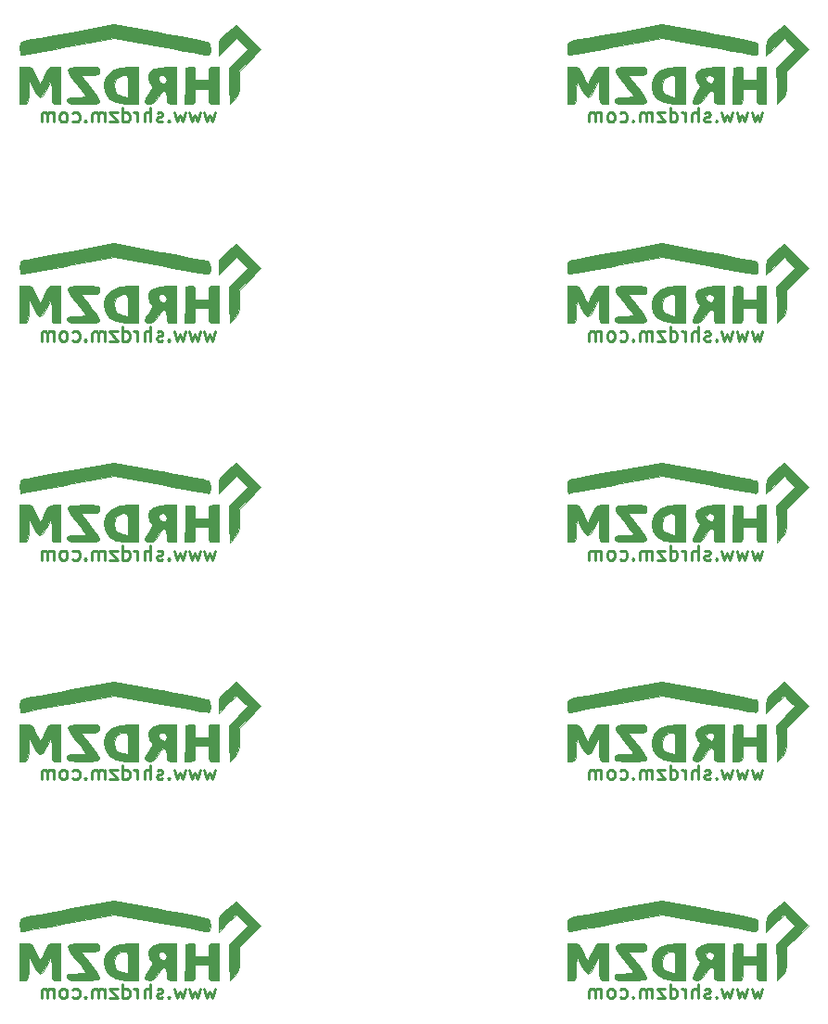
<source format=gbr>
%TF.GenerationSoftware,KiCad,Pcbnew,(5.1.9)-1*%
%TF.CreationDate,2021-04-07T06:54:24+02:00*%
%TF.ProjectId,IM350_AM550_5V_multi,494d3335-305f-4414-9d35-35305f35565f,rev?*%
%TF.SameCoordinates,Original*%
%TF.FileFunction,Legend,Bot*%
%TF.FilePolarity,Positive*%
%FSLAX46Y46*%
G04 Gerber Fmt 4.6, Leading zero omitted, Abs format (unit mm)*
G04 Created by KiCad (PCBNEW (5.1.9)-1) date 2021-04-07 06:54:24*
%MOMM*%
%LPD*%
G01*
G04 APERTURE LIST*
%ADD10C,0.250000*%
%ADD11C,0.010000*%
G04 APERTURE END LIST*
D10*
X119735714Y-127721428D02*
X119488095Y-128588095D01*
X119240476Y-127969047D01*
X118992857Y-128588095D01*
X118745238Y-127721428D01*
X118373809Y-127721428D02*
X118126190Y-128588095D01*
X117878571Y-127969047D01*
X117630952Y-128588095D01*
X117383333Y-127721428D01*
X117011904Y-127721428D02*
X116764285Y-128588095D01*
X116516666Y-127969047D01*
X116269047Y-128588095D01*
X116021428Y-127721428D01*
X115526190Y-128464285D02*
X115464285Y-128526190D01*
X115526190Y-128588095D01*
X115588095Y-128526190D01*
X115526190Y-128464285D01*
X115526190Y-128588095D01*
X114969047Y-128526190D02*
X114845238Y-128588095D01*
X114597619Y-128588095D01*
X114473809Y-128526190D01*
X114411904Y-128402380D01*
X114411904Y-128340476D01*
X114473809Y-128216666D01*
X114597619Y-128154761D01*
X114783333Y-128154761D01*
X114907142Y-128092857D01*
X114969047Y-127969047D01*
X114969047Y-127907142D01*
X114907142Y-127783333D01*
X114783333Y-127721428D01*
X114597619Y-127721428D01*
X114473809Y-127783333D01*
X113854761Y-128588095D02*
X113854761Y-127288095D01*
X113297619Y-128588095D02*
X113297619Y-127907142D01*
X113359523Y-127783333D01*
X113483333Y-127721428D01*
X113669047Y-127721428D01*
X113792857Y-127783333D01*
X113854761Y-127845238D01*
X112678571Y-128588095D02*
X112678571Y-127721428D01*
X112678571Y-127969047D02*
X112616666Y-127845238D01*
X112554761Y-127783333D01*
X112430952Y-127721428D01*
X112307142Y-127721428D01*
X111316666Y-128588095D02*
X111316666Y-127288095D01*
X111316666Y-128526190D02*
X111440476Y-128588095D01*
X111688095Y-128588095D01*
X111811904Y-128526190D01*
X111873809Y-128464285D01*
X111935714Y-128340476D01*
X111935714Y-127969047D01*
X111873809Y-127845238D01*
X111811904Y-127783333D01*
X111688095Y-127721428D01*
X111440476Y-127721428D01*
X111316666Y-127783333D01*
X110821428Y-127721428D02*
X110140476Y-127721428D01*
X110821428Y-128588095D01*
X110140476Y-128588095D01*
X109645238Y-128588095D02*
X109645238Y-127721428D01*
X109645238Y-127845238D02*
X109583333Y-127783333D01*
X109459523Y-127721428D01*
X109273809Y-127721428D01*
X109150000Y-127783333D01*
X109088095Y-127907142D01*
X109088095Y-128588095D01*
X109088095Y-127907142D02*
X109026190Y-127783333D01*
X108902380Y-127721428D01*
X108716666Y-127721428D01*
X108592857Y-127783333D01*
X108530952Y-127907142D01*
X108530952Y-128588095D01*
X107911904Y-128464285D02*
X107850000Y-128526190D01*
X107911904Y-128588095D01*
X107973809Y-128526190D01*
X107911904Y-128464285D01*
X107911904Y-128588095D01*
X106735714Y-128526190D02*
X106859523Y-128588095D01*
X107107142Y-128588095D01*
X107230952Y-128526190D01*
X107292857Y-128464285D01*
X107354761Y-128340476D01*
X107354761Y-127969047D01*
X107292857Y-127845238D01*
X107230952Y-127783333D01*
X107107142Y-127721428D01*
X106859523Y-127721428D01*
X106735714Y-127783333D01*
X105992857Y-128588095D02*
X106116666Y-128526190D01*
X106178571Y-128464285D01*
X106240476Y-128340476D01*
X106240476Y-127969047D01*
X106178571Y-127845238D01*
X106116666Y-127783333D01*
X105992857Y-127721428D01*
X105807142Y-127721428D01*
X105683333Y-127783333D01*
X105621428Y-127845238D01*
X105559523Y-127969047D01*
X105559523Y-128340476D01*
X105621428Y-128464285D01*
X105683333Y-128526190D01*
X105807142Y-128588095D01*
X105992857Y-128588095D01*
X105002380Y-128588095D02*
X105002380Y-127721428D01*
X105002380Y-127845238D02*
X104940476Y-127783333D01*
X104816666Y-127721428D01*
X104630952Y-127721428D01*
X104507142Y-127783333D01*
X104445238Y-127907142D01*
X104445238Y-128588095D01*
X104445238Y-127907142D02*
X104383333Y-127783333D01*
X104259523Y-127721428D01*
X104073809Y-127721428D01*
X103950000Y-127783333D01*
X103888095Y-127907142D01*
X103888095Y-128588095D01*
X119735714Y-107721428D02*
X119488095Y-108588095D01*
X119240476Y-107969047D01*
X118992857Y-108588095D01*
X118745238Y-107721428D01*
X118373809Y-107721428D02*
X118126190Y-108588095D01*
X117878571Y-107969047D01*
X117630952Y-108588095D01*
X117383333Y-107721428D01*
X117011904Y-107721428D02*
X116764285Y-108588095D01*
X116516666Y-107969047D01*
X116269047Y-108588095D01*
X116021428Y-107721428D01*
X115526190Y-108464285D02*
X115464285Y-108526190D01*
X115526190Y-108588095D01*
X115588095Y-108526190D01*
X115526190Y-108464285D01*
X115526190Y-108588095D01*
X114969047Y-108526190D02*
X114845238Y-108588095D01*
X114597619Y-108588095D01*
X114473809Y-108526190D01*
X114411904Y-108402380D01*
X114411904Y-108340476D01*
X114473809Y-108216666D01*
X114597619Y-108154761D01*
X114783333Y-108154761D01*
X114907142Y-108092857D01*
X114969047Y-107969047D01*
X114969047Y-107907142D01*
X114907142Y-107783333D01*
X114783333Y-107721428D01*
X114597619Y-107721428D01*
X114473809Y-107783333D01*
X113854761Y-108588095D02*
X113854761Y-107288095D01*
X113297619Y-108588095D02*
X113297619Y-107907142D01*
X113359523Y-107783333D01*
X113483333Y-107721428D01*
X113669047Y-107721428D01*
X113792857Y-107783333D01*
X113854761Y-107845238D01*
X112678571Y-108588095D02*
X112678571Y-107721428D01*
X112678571Y-107969047D02*
X112616666Y-107845238D01*
X112554761Y-107783333D01*
X112430952Y-107721428D01*
X112307142Y-107721428D01*
X111316666Y-108588095D02*
X111316666Y-107288095D01*
X111316666Y-108526190D02*
X111440476Y-108588095D01*
X111688095Y-108588095D01*
X111811904Y-108526190D01*
X111873809Y-108464285D01*
X111935714Y-108340476D01*
X111935714Y-107969047D01*
X111873809Y-107845238D01*
X111811904Y-107783333D01*
X111688095Y-107721428D01*
X111440476Y-107721428D01*
X111316666Y-107783333D01*
X110821428Y-107721428D02*
X110140476Y-107721428D01*
X110821428Y-108588095D01*
X110140476Y-108588095D01*
X109645238Y-108588095D02*
X109645238Y-107721428D01*
X109645238Y-107845238D02*
X109583333Y-107783333D01*
X109459523Y-107721428D01*
X109273809Y-107721428D01*
X109150000Y-107783333D01*
X109088095Y-107907142D01*
X109088095Y-108588095D01*
X109088095Y-107907142D02*
X109026190Y-107783333D01*
X108902380Y-107721428D01*
X108716666Y-107721428D01*
X108592857Y-107783333D01*
X108530952Y-107907142D01*
X108530952Y-108588095D01*
X107911904Y-108464285D02*
X107850000Y-108526190D01*
X107911904Y-108588095D01*
X107973809Y-108526190D01*
X107911904Y-108464285D01*
X107911904Y-108588095D01*
X106735714Y-108526190D02*
X106859523Y-108588095D01*
X107107142Y-108588095D01*
X107230952Y-108526190D01*
X107292857Y-108464285D01*
X107354761Y-108340476D01*
X107354761Y-107969047D01*
X107292857Y-107845238D01*
X107230952Y-107783333D01*
X107107142Y-107721428D01*
X106859523Y-107721428D01*
X106735714Y-107783333D01*
X105992857Y-108588095D02*
X106116666Y-108526190D01*
X106178571Y-108464285D01*
X106240476Y-108340476D01*
X106240476Y-107969047D01*
X106178571Y-107845238D01*
X106116666Y-107783333D01*
X105992857Y-107721428D01*
X105807142Y-107721428D01*
X105683333Y-107783333D01*
X105621428Y-107845238D01*
X105559523Y-107969047D01*
X105559523Y-108340476D01*
X105621428Y-108464285D01*
X105683333Y-108526190D01*
X105807142Y-108588095D01*
X105992857Y-108588095D01*
X105002380Y-108588095D02*
X105002380Y-107721428D01*
X105002380Y-107845238D02*
X104940476Y-107783333D01*
X104816666Y-107721428D01*
X104630952Y-107721428D01*
X104507142Y-107783333D01*
X104445238Y-107907142D01*
X104445238Y-108588095D01*
X104445238Y-107907142D02*
X104383333Y-107783333D01*
X104259523Y-107721428D01*
X104073809Y-107721428D01*
X103950000Y-107783333D01*
X103888095Y-107907142D01*
X103888095Y-108588095D01*
X119735714Y-67721428D02*
X119488095Y-68588095D01*
X119240476Y-67969047D01*
X118992857Y-68588095D01*
X118745238Y-67721428D01*
X118373809Y-67721428D02*
X118126190Y-68588095D01*
X117878571Y-67969047D01*
X117630952Y-68588095D01*
X117383333Y-67721428D01*
X117011904Y-67721428D02*
X116764285Y-68588095D01*
X116516666Y-67969047D01*
X116269047Y-68588095D01*
X116021428Y-67721428D01*
X115526190Y-68464285D02*
X115464285Y-68526190D01*
X115526190Y-68588095D01*
X115588095Y-68526190D01*
X115526190Y-68464285D01*
X115526190Y-68588095D01*
X114969047Y-68526190D02*
X114845238Y-68588095D01*
X114597619Y-68588095D01*
X114473809Y-68526190D01*
X114411904Y-68402380D01*
X114411904Y-68340476D01*
X114473809Y-68216666D01*
X114597619Y-68154761D01*
X114783333Y-68154761D01*
X114907142Y-68092857D01*
X114969047Y-67969047D01*
X114969047Y-67907142D01*
X114907142Y-67783333D01*
X114783333Y-67721428D01*
X114597619Y-67721428D01*
X114473809Y-67783333D01*
X113854761Y-68588095D02*
X113854761Y-67288095D01*
X113297619Y-68588095D02*
X113297619Y-67907142D01*
X113359523Y-67783333D01*
X113483333Y-67721428D01*
X113669047Y-67721428D01*
X113792857Y-67783333D01*
X113854761Y-67845238D01*
X112678571Y-68588095D02*
X112678571Y-67721428D01*
X112678571Y-67969047D02*
X112616666Y-67845238D01*
X112554761Y-67783333D01*
X112430952Y-67721428D01*
X112307142Y-67721428D01*
X111316666Y-68588095D02*
X111316666Y-67288095D01*
X111316666Y-68526190D02*
X111440476Y-68588095D01*
X111688095Y-68588095D01*
X111811904Y-68526190D01*
X111873809Y-68464285D01*
X111935714Y-68340476D01*
X111935714Y-67969047D01*
X111873809Y-67845238D01*
X111811904Y-67783333D01*
X111688095Y-67721428D01*
X111440476Y-67721428D01*
X111316666Y-67783333D01*
X110821428Y-67721428D02*
X110140476Y-67721428D01*
X110821428Y-68588095D01*
X110140476Y-68588095D01*
X109645238Y-68588095D02*
X109645238Y-67721428D01*
X109645238Y-67845238D02*
X109583333Y-67783333D01*
X109459523Y-67721428D01*
X109273809Y-67721428D01*
X109150000Y-67783333D01*
X109088095Y-67907142D01*
X109088095Y-68588095D01*
X109088095Y-67907142D02*
X109026190Y-67783333D01*
X108902380Y-67721428D01*
X108716666Y-67721428D01*
X108592857Y-67783333D01*
X108530952Y-67907142D01*
X108530952Y-68588095D01*
X107911904Y-68464285D02*
X107850000Y-68526190D01*
X107911904Y-68588095D01*
X107973809Y-68526190D01*
X107911904Y-68464285D01*
X107911904Y-68588095D01*
X106735714Y-68526190D02*
X106859523Y-68588095D01*
X107107142Y-68588095D01*
X107230952Y-68526190D01*
X107292857Y-68464285D01*
X107354761Y-68340476D01*
X107354761Y-67969047D01*
X107292857Y-67845238D01*
X107230952Y-67783333D01*
X107107142Y-67721428D01*
X106859523Y-67721428D01*
X106735714Y-67783333D01*
X105992857Y-68588095D02*
X106116666Y-68526190D01*
X106178571Y-68464285D01*
X106240476Y-68340476D01*
X106240476Y-67969047D01*
X106178571Y-67845238D01*
X106116666Y-67783333D01*
X105992857Y-67721428D01*
X105807142Y-67721428D01*
X105683333Y-67783333D01*
X105621428Y-67845238D01*
X105559523Y-67969047D01*
X105559523Y-68340476D01*
X105621428Y-68464285D01*
X105683333Y-68526190D01*
X105807142Y-68588095D01*
X105992857Y-68588095D01*
X105002380Y-68588095D02*
X105002380Y-67721428D01*
X105002380Y-67845238D02*
X104940476Y-67783333D01*
X104816666Y-67721428D01*
X104630952Y-67721428D01*
X104507142Y-67783333D01*
X104445238Y-67907142D01*
X104445238Y-68588095D01*
X104445238Y-67907142D02*
X104383333Y-67783333D01*
X104259523Y-67721428D01*
X104073809Y-67721428D01*
X103950000Y-67783333D01*
X103888095Y-67907142D01*
X103888095Y-68588095D01*
X119735714Y-87721428D02*
X119488095Y-88588095D01*
X119240476Y-87969047D01*
X118992857Y-88588095D01*
X118745238Y-87721428D01*
X118373809Y-87721428D02*
X118126190Y-88588095D01*
X117878571Y-87969047D01*
X117630952Y-88588095D01*
X117383333Y-87721428D01*
X117011904Y-87721428D02*
X116764285Y-88588095D01*
X116516666Y-87969047D01*
X116269047Y-88588095D01*
X116021428Y-87721428D01*
X115526190Y-88464285D02*
X115464285Y-88526190D01*
X115526190Y-88588095D01*
X115588095Y-88526190D01*
X115526190Y-88464285D01*
X115526190Y-88588095D01*
X114969047Y-88526190D02*
X114845238Y-88588095D01*
X114597619Y-88588095D01*
X114473809Y-88526190D01*
X114411904Y-88402380D01*
X114411904Y-88340476D01*
X114473809Y-88216666D01*
X114597619Y-88154761D01*
X114783333Y-88154761D01*
X114907142Y-88092857D01*
X114969047Y-87969047D01*
X114969047Y-87907142D01*
X114907142Y-87783333D01*
X114783333Y-87721428D01*
X114597619Y-87721428D01*
X114473809Y-87783333D01*
X113854761Y-88588095D02*
X113854761Y-87288095D01*
X113297619Y-88588095D02*
X113297619Y-87907142D01*
X113359523Y-87783333D01*
X113483333Y-87721428D01*
X113669047Y-87721428D01*
X113792857Y-87783333D01*
X113854761Y-87845238D01*
X112678571Y-88588095D02*
X112678571Y-87721428D01*
X112678571Y-87969047D02*
X112616666Y-87845238D01*
X112554761Y-87783333D01*
X112430952Y-87721428D01*
X112307142Y-87721428D01*
X111316666Y-88588095D02*
X111316666Y-87288095D01*
X111316666Y-88526190D02*
X111440476Y-88588095D01*
X111688095Y-88588095D01*
X111811904Y-88526190D01*
X111873809Y-88464285D01*
X111935714Y-88340476D01*
X111935714Y-87969047D01*
X111873809Y-87845238D01*
X111811904Y-87783333D01*
X111688095Y-87721428D01*
X111440476Y-87721428D01*
X111316666Y-87783333D01*
X110821428Y-87721428D02*
X110140476Y-87721428D01*
X110821428Y-88588095D01*
X110140476Y-88588095D01*
X109645238Y-88588095D02*
X109645238Y-87721428D01*
X109645238Y-87845238D02*
X109583333Y-87783333D01*
X109459523Y-87721428D01*
X109273809Y-87721428D01*
X109150000Y-87783333D01*
X109088095Y-87907142D01*
X109088095Y-88588095D01*
X109088095Y-87907142D02*
X109026190Y-87783333D01*
X108902380Y-87721428D01*
X108716666Y-87721428D01*
X108592857Y-87783333D01*
X108530952Y-87907142D01*
X108530952Y-88588095D01*
X107911904Y-88464285D02*
X107850000Y-88526190D01*
X107911904Y-88588095D01*
X107973809Y-88526190D01*
X107911904Y-88464285D01*
X107911904Y-88588095D01*
X106735714Y-88526190D02*
X106859523Y-88588095D01*
X107107142Y-88588095D01*
X107230952Y-88526190D01*
X107292857Y-88464285D01*
X107354761Y-88340476D01*
X107354761Y-87969047D01*
X107292857Y-87845238D01*
X107230952Y-87783333D01*
X107107142Y-87721428D01*
X106859523Y-87721428D01*
X106735714Y-87783333D01*
X105992857Y-88588095D02*
X106116666Y-88526190D01*
X106178571Y-88464285D01*
X106240476Y-88340476D01*
X106240476Y-87969047D01*
X106178571Y-87845238D01*
X106116666Y-87783333D01*
X105992857Y-87721428D01*
X105807142Y-87721428D01*
X105683333Y-87783333D01*
X105621428Y-87845238D01*
X105559523Y-87969047D01*
X105559523Y-88340476D01*
X105621428Y-88464285D01*
X105683333Y-88526190D01*
X105807142Y-88588095D01*
X105992857Y-88588095D01*
X105002380Y-88588095D02*
X105002380Y-87721428D01*
X105002380Y-87845238D02*
X104940476Y-87783333D01*
X104816666Y-87721428D01*
X104630952Y-87721428D01*
X104507142Y-87783333D01*
X104445238Y-87907142D01*
X104445238Y-88588095D01*
X104445238Y-87907142D02*
X104383333Y-87783333D01*
X104259523Y-87721428D01*
X104073809Y-87721428D01*
X103950000Y-87783333D01*
X103888095Y-87907142D01*
X103888095Y-88588095D01*
X119735714Y-47721428D02*
X119488095Y-48588095D01*
X119240476Y-47969047D01*
X118992857Y-48588095D01*
X118745238Y-47721428D01*
X118373809Y-47721428D02*
X118126190Y-48588095D01*
X117878571Y-47969047D01*
X117630952Y-48588095D01*
X117383333Y-47721428D01*
X117011904Y-47721428D02*
X116764285Y-48588095D01*
X116516666Y-47969047D01*
X116269047Y-48588095D01*
X116021428Y-47721428D01*
X115526190Y-48464285D02*
X115464285Y-48526190D01*
X115526190Y-48588095D01*
X115588095Y-48526190D01*
X115526190Y-48464285D01*
X115526190Y-48588095D01*
X114969047Y-48526190D02*
X114845238Y-48588095D01*
X114597619Y-48588095D01*
X114473809Y-48526190D01*
X114411904Y-48402380D01*
X114411904Y-48340476D01*
X114473809Y-48216666D01*
X114597619Y-48154761D01*
X114783333Y-48154761D01*
X114907142Y-48092857D01*
X114969047Y-47969047D01*
X114969047Y-47907142D01*
X114907142Y-47783333D01*
X114783333Y-47721428D01*
X114597619Y-47721428D01*
X114473809Y-47783333D01*
X113854761Y-48588095D02*
X113854761Y-47288095D01*
X113297619Y-48588095D02*
X113297619Y-47907142D01*
X113359523Y-47783333D01*
X113483333Y-47721428D01*
X113669047Y-47721428D01*
X113792857Y-47783333D01*
X113854761Y-47845238D01*
X112678571Y-48588095D02*
X112678571Y-47721428D01*
X112678571Y-47969047D02*
X112616666Y-47845238D01*
X112554761Y-47783333D01*
X112430952Y-47721428D01*
X112307142Y-47721428D01*
X111316666Y-48588095D02*
X111316666Y-47288095D01*
X111316666Y-48526190D02*
X111440476Y-48588095D01*
X111688095Y-48588095D01*
X111811904Y-48526190D01*
X111873809Y-48464285D01*
X111935714Y-48340476D01*
X111935714Y-47969047D01*
X111873809Y-47845238D01*
X111811904Y-47783333D01*
X111688095Y-47721428D01*
X111440476Y-47721428D01*
X111316666Y-47783333D01*
X110821428Y-47721428D02*
X110140476Y-47721428D01*
X110821428Y-48588095D01*
X110140476Y-48588095D01*
X109645238Y-48588095D02*
X109645238Y-47721428D01*
X109645238Y-47845238D02*
X109583333Y-47783333D01*
X109459523Y-47721428D01*
X109273809Y-47721428D01*
X109150000Y-47783333D01*
X109088095Y-47907142D01*
X109088095Y-48588095D01*
X109088095Y-47907142D02*
X109026190Y-47783333D01*
X108902380Y-47721428D01*
X108716666Y-47721428D01*
X108592857Y-47783333D01*
X108530952Y-47907142D01*
X108530952Y-48588095D01*
X107911904Y-48464285D02*
X107850000Y-48526190D01*
X107911904Y-48588095D01*
X107973809Y-48526190D01*
X107911904Y-48464285D01*
X107911904Y-48588095D01*
X106735714Y-48526190D02*
X106859523Y-48588095D01*
X107107142Y-48588095D01*
X107230952Y-48526190D01*
X107292857Y-48464285D01*
X107354761Y-48340476D01*
X107354761Y-47969047D01*
X107292857Y-47845238D01*
X107230952Y-47783333D01*
X107107142Y-47721428D01*
X106859523Y-47721428D01*
X106735714Y-47783333D01*
X105992857Y-48588095D02*
X106116666Y-48526190D01*
X106178571Y-48464285D01*
X106240476Y-48340476D01*
X106240476Y-47969047D01*
X106178571Y-47845238D01*
X106116666Y-47783333D01*
X105992857Y-47721428D01*
X105807142Y-47721428D01*
X105683333Y-47783333D01*
X105621428Y-47845238D01*
X105559523Y-47969047D01*
X105559523Y-48340476D01*
X105621428Y-48464285D01*
X105683333Y-48526190D01*
X105807142Y-48588095D01*
X105992857Y-48588095D01*
X105002380Y-48588095D02*
X105002380Y-47721428D01*
X105002380Y-47845238D02*
X104940476Y-47783333D01*
X104816666Y-47721428D01*
X104630952Y-47721428D01*
X104507142Y-47783333D01*
X104445238Y-47907142D01*
X104445238Y-48588095D01*
X104445238Y-47907142D02*
X104383333Y-47783333D01*
X104259523Y-47721428D01*
X104073809Y-47721428D01*
X103950000Y-47783333D01*
X103888095Y-47907142D01*
X103888095Y-48588095D01*
X69735714Y-127721428D02*
X69488095Y-128588095D01*
X69240476Y-127969047D01*
X68992857Y-128588095D01*
X68745238Y-127721428D01*
X68373809Y-127721428D02*
X68126190Y-128588095D01*
X67878571Y-127969047D01*
X67630952Y-128588095D01*
X67383333Y-127721428D01*
X67011904Y-127721428D02*
X66764285Y-128588095D01*
X66516666Y-127969047D01*
X66269047Y-128588095D01*
X66021428Y-127721428D01*
X65526190Y-128464285D02*
X65464285Y-128526190D01*
X65526190Y-128588095D01*
X65588095Y-128526190D01*
X65526190Y-128464285D01*
X65526190Y-128588095D01*
X64969047Y-128526190D02*
X64845238Y-128588095D01*
X64597619Y-128588095D01*
X64473809Y-128526190D01*
X64411904Y-128402380D01*
X64411904Y-128340476D01*
X64473809Y-128216666D01*
X64597619Y-128154761D01*
X64783333Y-128154761D01*
X64907142Y-128092857D01*
X64969047Y-127969047D01*
X64969047Y-127907142D01*
X64907142Y-127783333D01*
X64783333Y-127721428D01*
X64597619Y-127721428D01*
X64473809Y-127783333D01*
X63854761Y-128588095D02*
X63854761Y-127288095D01*
X63297619Y-128588095D02*
X63297619Y-127907142D01*
X63359523Y-127783333D01*
X63483333Y-127721428D01*
X63669047Y-127721428D01*
X63792857Y-127783333D01*
X63854761Y-127845238D01*
X62678571Y-128588095D02*
X62678571Y-127721428D01*
X62678571Y-127969047D02*
X62616666Y-127845238D01*
X62554761Y-127783333D01*
X62430952Y-127721428D01*
X62307142Y-127721428D01*
X61316666Y-128588095D02*
X61316666Y-127288095D01*
X61316666Y-128526190D02*
X61440476Y-128588095D01*
X61688095Y-128588095D01*
X61811904Y-128526190D01*
X61873809Y-128464285D01*
X61935714Y-128340476D01*
X61935714Y-127969047D01*
X61873809Y-127845238D01*
X61811904Y-127783333D01*
X61688095Y-127721428D01*
X61440476Y-127721428D01*
X61316666Y-127783333D01*
X60821428Y-127721428D02*
X60140476Y-127721428D01*
X60821428Y-128588095D01*
X60140476Y-128588095D01*
X59645238Y-128588095D02*
X59645238Y-127721428D01*
X59645238Y-127845238D02*
X59583333Y-127783333D01*
X59459523Y-127721428D01*
X59273809Y-127721428D01*
X59150000Y-127783333D01*
X59088095Y-127907142D01*
X59088095Y-128588095D01*
X59088095Y-127907142D02*
X59026190Y-127783333D01*
X58902380Y-127721428D01*
X58716666Y-127721428D01*
X58592857Y-127783333D01*
X58530952Y-127907142D01*
X58530952Y-128588095D01*
X57911904Y-128464285D02*
X57850000Y-128526190D01*
X57911904Y-128588095D01*
X57973809Y-128526190D01*
X57911904Y-128464285D01*
X57911904Y-128588095D01*
X56735714Y-128526190D02*
X56859523Y-128588095D01*
X57107142Y-128588095D01*
X57230952Y-128526190D01*
X57292857Y-128464285D01*
X57354761Y-128340476D01*
X57354761Y-127969047D01*
X57292857Y-127845238D01*
X57230952Y-127783333D01*
X57107142Y-127721428D01*
X56859523Y-127721428D01*
X56735714Y-127783333D01*
X55992857Y-128588095D02*
X56116666Y-128526190D01*
X56178571Y-128464285D01*
X56240476Y-128340476D01*
X56240476Y-127969047D01*
X56178571Y-127845238D01*
X56116666Y-127783333D01*
X55992857Y-127721428D01*
X55807142Y-127721428D01*
X55683333Y-127783333D01*
X55621428Y-127845238D01*
X55559523Y-127969047D01*
X55559523Y-128340476D01*
X55621428Y-128464285D01*
X55683333Y-128526190D01*
X55807142Y-128588095D01*
X55992857Y-128588095D01*
X55002380Y-128588095D02*
X55002380Y-127721428D01*
X55002380Y-127845238D02*
X54940476Y-127783333D01*
X54816666Y-127721428D01*
X54630952Y-127721428D01*
X54507142Y-127783333D01*
X54445238Y-127907142D01*
X54445238Y-128588095D01*
X54445238Y-127907142D02*
X54383333Y-127783333D01*
X54259523Y-127721428D01*
X54073809Y-127721428D01*
X53950000Y-127783333D01*
X53888095Y-127907142D01*
X53888095Y-128588095D01*
X69735714Y-107721428D02*
X69488095Y-108588095D01*
X69240476Y-107969047D01*
X68992857Y-108588095D01*
X68745238Y-107721428D01*
X68373809Y-107721428D02*
X68126190Y-108588095D01*
X67878571Y-107969047D01*
X67630952Y-108588095D01*
X67383333Y-107721428D01*
X67011904Y-107721428D02*
X66764285Y-108588095D01*
X66516666Y-107969047D01*
X66269047Y-108588095D01*
X66021428Y-107721428D01*
X65526190Y-108464285D02*
X65464285Y-108526190D01*
X65526190Y-108588095D01*
X65588095Y-108526190D01*
X65526190Y-108464285D01*
X65526190Y-108588095D01*
X64969047Y-108526190D02*
X64845238Y-108588095D01*
X64597619Y-108588095D01*
X64473809Y-108526190D01*
X64411904Y-108402380D01*
X64411904Y-108340476D01*
X64473809Y-108216666D01*
X64597619Y-108154761D01*
X64783333Y-108154761D01*
X64907142Y-108092857D01*
X64969047Y-107969047D01*
X64969047Y-107907142D01*
X64907142Y-107783333D01*
X64783333Y-107721428D01*
X64597619Y-107721428D01*
X64473809Y-107783333D01*
X63854761Y-108588095D02*
X63854761Y-107288095D01*
X63297619Y-108588095D02*
X63297619Y-107907142D01*
X63359523Y-107783333D01*
X63483333Y-107721428D01*
X63669047Y-107721428D01*
X63792857Y-107783333D01*
X63854761Y-107845238D01*
X62678571Y-108588095D02*
X62678571Y-107721428D01*
X62678571Y-107969047D02*
X62616666Y-107845238D01*
X62554761Y-107783333D01*
X62430952Y-107721428D01*
X62307142Y-107721428D01*
X61316666Y-108588095D02*
X61316666Y-107288095D01*
X61316666Y-108526190D02*
X61440476Y-108588095D01*
X61688095Y-108588095D01*
X61811904Y-108526190D01*
X61873809Y-108464285D01*
X61935714Y-108340476D01*
X61935714Y-107969047D01*
X61873809Y-107845238D01*
X61811904Y-107783333D01*
X61688095Y-107721428D01*
X61440476Y-107721428D01*
X61316666Y-107783333D01*
X60821428Y-107721428D02*
X60140476Y-107721428D01*
X60821428Y-108588095D01*
X60140476Y-108588095D01*
X59645238Y-108588095D02*
X59645238Y-107721428D01*
X59645238Y-107845238D02*
X59583333Y-107783333D01*
X59459523Y-107721428D01*
X59273809Y-107721428D01*
X59150000Y-107783333D01*
X59088095Y-107907142D01*
X59088095Y-108588095D01*
X59088095Y-107907142D02*
X59026190Y-107783333D01*
X58902380Y-107721428D01*
X58716666Y-107721428D01*
X58592857Y-107783333D01*
X58530952Y-107907142D01*
X58530952Y-108588095D01*
X57911904Y-108464285D02*
X57850000Y-108526190D01*
X57911904Y-108588095D01*
X57973809Y-108526190D01*
X57911904Y-108464285D01*
X57911904Y-108588095D01*
X56735714Y-108526190D02*
X56859523Y-108588095D01*
X57107142Y-108588095D01*
X57230952Y-108526190D01*
X57292857Y-108464285D01*
X57354761Y-108340476D01*
X57354761Y-107969047D01*
X57292857Y-107845238D01*
X57230952Y-107783333D01*
X57107142Y-107721428D01*
X56859523Y-107721428D01*
X56735714Y-107783333D01*
X55992857Y-108588095D02*
X56116666Y-108526190D01*
X56178571Y-108464285D01*
X56240476Y-108340476D01*
X56240476Y-107969047D01*
X56178571Y-107845238D01*
X56116666Y-107783333D01*
X55992857Y-107721428D01*
X55807142Y-107721428D01*
X55683333Y-107783333D01*
X55621428Y-107845238D01*
X55559523Y-107969047D01*
X55559523Y-108340476D01*
X55621428Y-108464285D01*
X55683333Y-108526190D01*
X55807142Y-108588095D01*
X55992857Y-108588095D01*
X55002380Y-108588095D02*
X55002380Y-107721428D01*
X55002380Y-107845238D02*
X54940476Y-107783333D01*
X54816666Y-107721428D01*
X54630952Y-107721428D01*
X54507142Y-107783333D01*
X54445238Y-107907142D01*
X54445238Y-108588095D01*
X54445238Y-107907142D02*
X54383333Y-107783333D01*
X54259523Y-107721428D01*
X54073809Y-107721428D01*
X53950000Y-107783333D01*
X53888095Y-107907142D01*
X53888095Y-108588095D01*
X69735714Y-87721428D02*
X69488095Y-88588095D01*
X69240476Y-87969047D01*
X68992857Y-88588095D01*
X68745238Y-87721428D01*
X68373809Y-87721428D02*
X68126190Y-88588095D01*
X67878571Y-87969047D01*
X67630952Y-88588095D01*
X67383333Y-87721428D01*
X67011904Y-87721428D02*
X66764285Y-88588095D01*
X66516666Y-87969047D01*
X66269047Y-88588095D01*
X66021428Y-87721428D01*
X65526190Y-88464285D02*
X65464285Y-88526190D01*
X65526190Y-88588095D01*
X65588095Y-88526190D01*
X65526190Y-88464285D01*
X65526190Y-88588095D01*
X64969047Y-88526190D02*
X64845238Y-88588095D01*
X64597619Y-88588095D01*
X64473809Y-88526190D01*
X64411904Y-88402380D01*
X64411904Y-88340476D01*
X64473809Y-88216666D01*
X64597619Y-88154761D01*
X64783333Y-88154761D01*
X64907142Y-88092857D01*
X64969047Y-87969047D01*
X64969047Y-87907142D01*
X64907142Y-87783333D01*
X64783333Y-87721428D01*
X64597619Y-87721428D01*
X64473809Y-87783333D01*
X63854761Y-88588095D02*
X63854761Y-87288095D01*
X63297619Y-88588095D02*
X63297619Y-87907142D01*
X63359523Y-87783333D01*
X63483333Y-87721428D01*
X63669047Y-87721428D01*
X63792857Y-87783333D01*
X63854761Y-87845238D01*
X62678571Y-88588095D02*
X62678571Y-87721428D01*
X62678571Y-87969047D02*
X62616666Y-87845238D01*
X62554761Y-87783333D01*
X62430952Y-87721428D01*
X62307142Y-87721428D01*
X61316666Y-88588095D02*
X61316666Y-87288095D01*
X61316666Y-88526190D02*
X61440476Y-88588095D01*
X61688095Y-88588095D01*
X61811904Y-88526190D01*
X61873809Y-88464285D01*
X61935714Y-88340476D01*
X61935714Y-87969047D01*
X61873809Y-87845238D01*
X61811904Y-87783333D01*
X61688095Y-87721428D01*
X61440476Y-87721428D01*
X61316666Y-87783333D01*
X60821428Y-87721428D02*
X60140476Y-87721428D01*
X60821428Y-88588095D01*
X60140476Y-88588095D01*
X59645238Y-88588095D02*
X59645238Y-87721428D01*
X59645238Y-87845238D02*
X59583333Y-87783333D01*
X59459523Y-87721428D01*
X59273809Y-87721428D01*
X59150000Y-87783333D01*
X59088095Y-87907142D01*
X59088095Y-88588095D01*
X59088095Y-87907142D02*
X59026190Y-87783333D01*
X58902380Y-87721428D01*
X58716666Y-87721428D01*
X58592857Y-87783333D01*
X58530952Y-87907142D01*
X58530952Y-88588095D01*
X57911904Y-88464285D02*
X57850000Y-88526190D01*
X57911904Y-88588095D01*
X57973809Y-88526190D01*
X57911904Y-88464285D01*
X57911904Y-88588095D01*
X56735714Y-88526190D02*
X56859523Y-88588095D01*
X57107142Y-88588095D01*
X57230952Y-88526190D01*
X57292857Y-88464285D01*
X57354761Y-88340476D01*
X57354761Y-87969047D01*
X57292857Y-87845238D01*
X57230952Y-87783333D01*
X57107142Y-87721428D01*
X56859523Y-87721428D01*
X56735714Y-87783333D01*
X55992857Y-88588095D02*
X56116666Y-88526190D01*
X56178571Y-88464285D01*
X56240476Y-88340476D01*
X56240476Y-87969047D01*
X56178571Y-87845238D01*
X56116666Y-87783333D01*
X55992857Y-87721428D01*
X55807142Y-87721428D01*
X55683333Y-87783333D01*
X55621428Y-87845238D01*
X55559523Y-87969047D01*
X55559523Y-88340476D01*
X55621428Y-88464285D01*
X55683333Y-88526190D01*
X55807142Y-88588095D01*
X55992857Y-88588095D01*
X55002380Y-88588095D02*
X55002380Y-87721428D01*
X55002380Y-87845238D02*
X54940476Y-87783333D01*
X54816666Y-87721428D01*
X54630952Y-87721428D01*
X54507142Y-87783333D01*
X54445238Y-87907142D01*
X54445238Y-88588095D01*
X54445238Y-87907142D02*
X54383333Y-87783333D01*
X54259523Y-87721428D01*
X54073809Y-87721428D01*
X53950000Y-87783333D01*
X53888095Y-87907142D01*
X53888095Y-88588095D01*
X69735714Y-67721428D02*
X69488095Y-68588095D01*
X69240476Y-67969047D01*
X68992857Y-68588095D01*
X68745238Y-67721428D01*
X68373809Y-67721428D02*
X68126190Y-68588095D01*
X67878571Y-67969047D01*
X67630952Y-68588095D01*
X67383333Y-67721428D01*
X67011904Y-67721428D02*
X66764285Y-68588095D01*
X66516666Y-67969047D01*
X66269047Y-68588095D01*
X66021428Y-67721428D01*
X65526190Y-68464285D02*
X65464285Y-68526190D01*
X65526190Y-68588095D01*
X65588095Y-68526190D01*
X65526190Y-68464285D01*
X65526190Y-68588095D01*
X64969047Y-68526190D02*
X64845238Y-68588095D01*
X64597619Y-68588095D01*
X64473809Y-68526190D01*
X64411904Y-68402380D01*
X64411904Y-68340476D01*
X64473809Y-68216666D01*
X64597619Y-68154761D01*
X64783333Y-68154761D01*
X64907142Y-68092857D01*
X64969047Y-67969047D01*
X64969047Y-67907142D01*
X64907142Y-67783333D01*
X64783333Y-67721428D01*
X64597619Y-67721428D01*
X64473809Y-67783333D01*
X63854761Y-68588095D02*
X63854761Y-67288095D01*
X63297619Y-68588095D02*
X63297619Y-67907142D01*
X63359523Y-67783333D01*
X63483333Y-67721428D01*
X63669047Y-67721428D01*
X63792857Y-67783333D01*
X63854761Y-67845238D01*
X62678571Y-68588095D02*
X62678571Y-67721428D01*
X62678571Y-67969047D02*
X62616666Y-67845238D01*
X62554761Y-67783333D01*
X62430952Y-67721428D01*
X62307142Y-67721428D01*
X61316666Y-68588095D02*
X61316666Y-67288095D01*
X61316666Y-68526190D02*
X61440476Y-68588095D01*
X61688095Y-68588095D01*
X61811904Y-68526190D01*
X61873809Y-68464285D01*
X61935714Y-68340476D01*
X61935714Y-67969047D01*
X61873809Y-67845238D01*
X61811904Y-67783333D01*
X61688095Y-67721428D01*
X61440476Y-67721428D01*
X61316666Y-67783333D01*
X60821428Y-67721428D02*
X60140476Y-67721428D01*
X60821428Y-68588095D01*
X60140476Y-68588095D01*
X59645238Y-68588095D02*
X59645238Y-67721428D01*
X59645238Y-67845238D02*
X59583333Y-67783333D01*
X59459523Y-67721428D01*
X59273809Y-67721428D01*
X59150000Y-67783333D01*
X59088095Y-67907142D01*
X59088095Y-68588095D01*
X59088095Y-67907142D02*
X59026190Y-67783333D01*
X58902380Y-67721428D01*
X58716666Y-67721428D01*
X58592857Y-67783333D01*
X58530952Y-67907142D01*
X58530952Y-68588095D01*
X57911904Y-68464285D02*
X57850000Y-68526190D01*
X57911904Y-68588095D01*
X57973809Y-68526190D01*
X57911904Y-68464285D01*
X57911904Y-68588095D01*
X56735714Y-68526190D02*
X56859523Y-68588095D01*
X57107142Y-68588095D01*
X57230952Y-68526190D01*
X57292857Y-68464285D01*
X57354761Y-68340476D01*
X57354761Y-67969047D01*
X57292857Y-67845238D01*
X57230952Y-67783333D01*
X57107142Y-67721428D01*
X56859523Y-67721428D01*
X56735714Y-67783333D01*
X55992857Y-68588095D02*
X56116666Y-68526190D01*
X56178571Y-68464285D01*
X56240476Y-68340476D01*
X56240476Y-67969047D01*
X56178571Y-67845238D01*
X56116666Y-67783333D01*
X55992857Y-67721428D01*
X55807142Y-67721428D01*
X55683333Y-67783333D01*
X55621428Y-67845238D01*
X55559523Y-67969047D01*
X55559523Y-68340476D01*
X55621428Y-68464285D01*
X55683333Y-68526190D01*
X55807142Y-68588095D01*
X55992857Y-68588095D01*
X55002380Y-68588095D02*
X55002380Y-67721428D01*
X55002380Y-67845238D02*
X54940476Y-67783333D01*
X54816666Y-67721428D01*
X54630952Y-67721428D01*
X54507142Y-67783333D01*
X54445238Y-67907142D01*
X54445238Y-68588095D01*
X54445238Y-67907142D02*
X54383333Y-67783333D01*
X54259523Y-67721428D01*
X54073809Y-67721428D01*
X53950000Y-67783333D01*
X53888095Y-67907142D01*
X53888095Y-68588095D01*
X69735714Y-47721428D02*
X69488095Y-48588095D01*
X69240476Y-47969047D01*
X68992857Y-48588095D01*
X68745238Y-47721428D01*
X68373809Y-47721428D02*
X68126190Y-48588095D01*
X67878571Y-47969047D01*
X67630952Y-48588095D01*
X67383333Y-47721428D01*
X67011904Y-47721428D02*
X66764285Y-48588095D01*
X66516666Y-47969047D01*
X66269047Y-48588095D01*
X66021428Y-47721428D01*
X65526190Y-48464285D02*
X65464285Y-48526190D01*
X65526190Y-48588095D01*
X65588095Y-48526190D01*
X65526190Y-48464285D01*
X65526190Y-48588095D01*
X64969047Y-48526190D02*
X64845238Y-48588095D01*
X64597619Y-48588095D01*
X64473809Y-48526190D01*
X64411904Y-48402380D01*
X64411904Y-48340476D01*
X64473809Y-48216666D01*
X64597619Y-48154761D01*
X64783333Y-48154761D01*
X64907142Y-48092857D01*
X64969047Y-47969047D01*
X64969047Y-47907142D01*
X64907142Y-47783333D01*
X64783333Y-47721428D01*
X64597619Y-47721428D01*
X64473809Y-47783333D01*
X63854761Y-48588095D02*
X63854761Y-47288095D01*
X63297619Y-48588095D02*
X63297619Y-47907142D01*
X63359523Y-47783333D01*
X63483333Y-47721428D01*
X63669047Y-47721428D01*
X63792857Y-47783333D01*
X63854761Y-47845238D01*
X62678571Y-48588095D02*
X62678571Y-47721428D01*
X62678571Y-47969047D02*
X62616666Y-47845238D01*
X62554761Y-47783333D01*
X62430952Y-47721428D01*
X62307142Y-47721428D01*
X61316666Y-48588095D02*
X61316666Y-47288095D01*
X61316666Y-48526190D02*
X61440476Y-48588095D01*
X61688095Y-48588095D01*
X61811904Y-48526190D01*
X61873809Y-48464285D01*
X61935714Y-48340476D01*
X61935714Y-47969047D01*
X61873809Y-47845238D01*
X61811904Y-47783333D01*
X61688095Y-47721428D01*
X61440476Y-47721428D01*
X61316666Y-47783333D01*
X60821428Y-47721428D02*
X60140476Y-47721428D01*
X60821428Y-48588095D01*
X60140476Y-48588095D01*
X59645238Y-48588095D02*
X59645238Y-47721428D01*
X59645238Y-47845238D02*
X59583333Y-47783333D01*
X59459523Y-47721428D01*
X59273809Y-47721428D01*
X59150000Y-47783333D01*
X59088095Y-47907142D01*
X59088095Y-48588095D01*
X59088095Y-47907142D02*
X59026190Y-47783333D01*
X58902380Y-47721428D01*
X58716666Y-47721428D01*
X58592857Y-47783333D01*
X58530952Y-47907142D01*
X58530952Y-48588095D01*
X57911904Y-48464285D02*
X57850000Y-48526190D01*
X57911904Y-48588095D01*
X57973809Y-48526190D01*
X57911904Y-48464285D01*
X57911904Y-48588095D01*
X56735714Y-48526190D02*
X56859523Y-48588095D01*
X57107142Y-48588095D01*
X57230952Y-48526190D01*
X57292857Y-48464285D01*
X57354761Y-48340476D01*
X57354761Y-47969047D01*
X57292857Y-47845238D01*
X57230952Y-47783333D01*
X57107142Y-47721428D01*
X56859523Y-47721428D01*
X56735714Y-47783333D01*
X55992857Y-48588095D02*
X56116666Y-48526190D01*
X56178571Y-48464285D01*
X56240476Y-48340476D01*
X56240476Y-47969047D01*
X56178571Y-47845238D01*
X56116666Y-47783333D01*
X55992857Y-47721428D01*
X55807142Y-47721428D01*
X55683333Y-47783333D01*
X55621428Y-47845238D01*
X55559523Y-47969047D01*
X55559523Y-48340476D01*
X55621428Y-48464285D01*
X55683333Y-48526190D01*
X55807142Y-48588095D01*
X55992857Y-48588095D01*
X55002380Y-48588095D02*
X55002380Y-47721428D01*
X55002380Y-47845238D02*
X54940476Y-47783333D01*
X54816666Y-47721428D01*
X54630952Y-47721428D01*
X54507142Y-47783333D01*
X54445238Y-47907142D01*
X54445238Y-48588095D01*
X54445238Y-47907142D02*
X54383333Y-47783333D01*
X54259523Y-47721428D01*
X54073809Y-47721428D01*
X53950000Y-47783333D01*
X53888095Y-47907142D01*
X53888095Y-48588095D01*
D11*
%TO.C,G1*%
G36*
X106661550Y-100394707D02*
G01*
X105582084Y-100590377D01*
X104583879Y-100772039D01*
X103712911Y-100931269D01*
X103015160Y-101059640D01*
X102536604Y-101148729D01*
X102339696Y-101186623D01*
X102062589Y-101281269D01*
X101942331Y-101479158D01*
X101916363Y-101876776D01*
X101938528Y-102257971D01*
X101993768Y-102466807D01*
X102014360Y-102480303D01*
X102185570Y-102453450D01*
X102619893Y-102377650D01*
X103277714Y-102260036D01*
X104119419Y-102107745D01*
X105105393Y-101927911D01*
X106196021Y-101727669D01*
X106324663Y-101703968D01*
X110536969Y-100927634D01*
X114749276Y-101703968D01*
X115854042Y-101906459D01*
X116863046Y-102089259D01*
X117735726Y-102245193D01*
X118431519Y-102367081D01*
X118909864Y-102447748D01*
X119130199Y-102480014D01*
X119136549Y-102480303D01*
X119253464Y-102344969D01*
X119310375Y-102011512D01*
X119311515Y-101950600D01*
X119273638Y-101569329D01*
X119181152Y-101342479D01*
X119168231Y-101332343D01*
X118984780Y-101282464D01*
X118538462Y-101185885D01*
X117869400Y-101050543D01*
X117017718Y-100884377D01*
X116023540Y-100695327D01*
X114926990Y-100491329D01*
X114792509Y-100466604D01*
X110560070Y-99689420D01*
X106661550Y-100394707D01*
G37*
X106661550Y-100394707D02*
X105582084Y-100590377D01*
X104583879Y-100772039D01*
X103712911Y-100931269D01*
X103015160Y-101059640D01*
X102536604Y-101148729D01*
X102339696Y-101186623D01*
X102062589Y-101281269D01*
X101942331Y-101479158D01*
X101916363Y-101876776D01*
X101938528Y-102257971D01*
X101993768Y-102466807D01*
X102014360Y-102480303D01*
X102185570Y-102453450D01*
X102619893Y-102377650D01*
X103277714Y-102260036D01*
X104119419Y-102107745D01*
X105105393Y-101927911D01*
X106196021Y-101727669D01*
X106324663Y-101703968D01*
X110536969Y-100927634D01*
X114749276Y-101703968D01*
X115854042Y-101906459D01*
X116863046Y-102089259D01*
X117735726Y-102245193D01*
X118431519Y-102367081D01*
X118909864Y-102447748D01*
X119130199Y-102480014D01*
X119136549Y-102480303D01*
X119253464Y-102344969D01*
X119310375Y-102011512D01*
X119311515Y-101950600D01*
X119273638Y-101569329D01*
X119181152Y-101342479D01*
X119168231Y-101332343D01*
X118984780Y-101282464D01*
X118538462Y-101185885D01*
X117869400Y-101050543D01*
X117017718Y-100884377D01*
X116023540Y-100695327D01*
X114926990Y-100491329D01*
X114792509Y-100466604D01*
X110560070Y-99689420D01*
X106661550Y-100394707D01*
G36*
X104736380Y-103580757D02*
G01*
X104524967Y-103697322D01*
X104348353Y-103979463D01*
X104196399Y-104327575D01*
X104000072Y-104754146D01*
X103834895Y-105033649D01*
X103763636Y-105097272D01*
X103647089Y-104967378D01*
X103467194Y-104633147D01*
X103330873Y-104327575D01*
X103128929Y-103880791D01*
X102950796Y-103651604D01*
X102715477Y-103568124D01*
X102463682Y-103557878D01*
X101916363Y-103557878D01*
X101916363Y-106944545D01*
X102294468Y-106944545D01*
X102490176Y-106926699D01*
X102607127Y-106829298D01*
X102670276Y-106586552D01*
X102704578Y-106132668D01*
X102717801Y-105828484D01*
X102763030Y-104712424D01*
X103128350Y-105520606D01*
X103421514Y-106058425D01*
X103682577Y-106310581D01*
X103763636Y-106328787D01*
X104011024Y-106178941D01*
X104294287Y-105738630D01*
X104398922Y-105520606D01*
X104764242Y-104712424D01*
X104809471Y-105828484D01*
X104838841Y-106404028D01*
X104885356Y-106737584D01*
X104973972Y-106894945D01*
X105129644Y-106941902D01*
X105232804Y-106944545D01*
X105610909Y-106944545D01*
X105610909Y-103557878D01*
X105063590Y-103557878D01*
X104736380Y-103580757D01*
G37*
X104736380Y-103580757D02*
X104524967Y-103697322D01*
X104348353Y-103979463D01*
X104196399Y-104327575D01*
X104000072Y-104754146D01*
X103834895Y-105033649D01*
X103763636Y-105097272D01*
X103647089Y-104967378D01*
X103467194Y-104633147D01*
X103330873Y-104327575D01*
X103128929Y-103880791D01*
X102950796Y-103651604D01*
X102715477Y-103568124D01*
X102463682Y-103557878D01*
X101916363Y-103557878D01*
X101916363Y-106944545D01*
X102294468Y-106944545D01*
X102490176Y-106926699D01*
X102607127Y-106829298D01*
X102670276Y-106586552D01*
X102704578Y-106132668D01*
X102717801Y-105828484D01*
X102763030Y-104712424D01*
X103128350Y-105520606D01*
X103421514Y-106058425D01*
X103682577Y-106310581D01*
X103763636Y-106328787D01*
X104011024Y-106178941D01*
X104294287Y-105738630D01*
X104398922Y-105520606D01*
X104764242Y-104712424D01*
X104809471Y-105828484D01*
X104838841Y-106404028D01*
X104885356Y-106737584D01*
X104973972Y-106894945D01*
X105129644Y-106941902D01*
X105232804Y-106944545D01*
X105610909Y-106944545D01*
X105610909Y-103557878D01*
X105063590Y-103557878D01*
X104736380Y-103580757D01*
G36*
X106991556Y-103574563D02*
G01*
X106510835Y-103647713D01*
X106302993Y-103811976D01*
X106351955Y-104101995D01*
X106641647Y-104552417D01*
X107056545Y-105076753D01*
X107441725Y-105557948D01*
X107738368Y-105948313D01*
X107901800Y-106188158D01*
X107920000Y-106230469D01*
X107780751Y-106284323D01*
X107421561Y-106320034D01*
X107073333Y-106328787D01*
X106584046Y-106342151D01*
X106329155Y-106399929D01*
X106235696Y-106528654D01*
X106226666Y-106636666D01*
X106248749Y-106779762D01*
X106353072Y-106870073D01*
X106596746Y-106919624D01*
X107036880Y-106940438D01*
X107689090Y-106944545D01*
X108372668Y-106938681D01*
X108804507Y-106914080D01*
X109040639Y-106860229D01*
X109137096Y-106766613D01*
X109151515Y-106670136D01*
X109057511Y-106432397D01*
X108806804Y-106035351D01*
X108446352Y-105550582D01*
X108293189Y-105361651D01*
X107434864Y-104327575D01*
X108293189Y-104327575D01*
X108782249Y-104317900D01*
X109038396Y-104266496D01*
X109136489Y-104139801D01*
X109151515Y-103942727D01*
X109140541Y-103760799D01*
X109068190Y-103647724D01*
X108875320Y-103587130D01*
X108502785Y-103562646D01*
X107891444Y-103557900D01*
X107761229Y-103557878D01*
X106991556Y-103574563D01*
G37*
X106991556Y-103574563D02*
X106510835Y-103647713D01*
X106302993Y-103811976D01*
X106351955Y-104101995D01*
X106641647Y-104552417D01*
X107056545Y-105076753D01*
X107441725Y-105557948D01*
X107738368Y-105948313D01*
X107901800Y-106188158D01*
X107920000Y-106230469D01*
X107780751Y-106284323D01*
X107421561Y-106320034D01*
X107073333Y-106328787D01*
X106584046Y-106342151D01*
X106329155Y-106399929D01*
X106235696Y-106528654D01*
X106226666Y-106636666D01*
X106248749Y-106779762D01*
X106353072Y-106870073D01*
X106596746Y-106919624D01*
X107036880Y-106940438D01*
X107689090Y-106944545D01*
X108372668Y-106938681D01*
X108804507Y-106914080D01*
X109040639Y-106860229D01*
X109137096Y-106766613D01*
X109151515Y-106670136D01*
X109057511Y-106432397D01*
X108806804Y-106035351D01*
X108446352Y-105550582D01*
X108293189Y-105361651D01*
X107434864Y-104327575D01*
X108293189Y-104327575D01*
X108782249Y-104317900D01*
X109038396Y-104266496D01*
X109136489Y-104139801D01*
X109151515Y-103942727D01*
X109140541Y-103760799D01*
X109068190Y-103647724D01*
X108875320Y-103587130D01*
X108502785Y-103562646D01*
X107891444Y-103557900D01*
X107761229Y-103557878D01*
X106991556Y-103574563D01*
G36*
X112037878Y-103558737D02*
G01*
X111071988Y-103652391D01*
X110346338Y-103928210D01*
X109865671Y-104382748D01*
X109634733Y-105012560D01*
X109613333Y-105319914D01*
X109733661Y-105994473D01*
X110096950Y-106487267D01*
X110706656Y-106800801D01*
X111566235Y-106937580D01*
X111855475Y-106944545D01*
X112692121Y-106944545D01*
X112692121Y-105331114D01*
X111768484Y-105331114D01*
X111768484Y-106334653D01*
X111345151Y-106233524D01*
X110961115Y-106105649D01*
X110729393Y-105980833D01*
X110578422Y-105696134D01*
X110545651Y-105268098D01*
X110626210Y-104835602D01*
X110778874Y-104569480D01*
X111122390Y-104376027D01*
X111394632Y-104327575D01*
X111595454Y-104346460D01*
X111707442Y-104449363D01*
X111756441Y-104705657D01*
X111768295Y-105184715D01*
X111768484Y-105331114D01*
X112692121Y-105331114D01*
X112692121Y-103557878D01*
X112037878Y-103558737D01*
G37*
X112037878Y-103558737D02*
X111071988Y-103652391D01*
X110346338Y-103928210D01*
X109865671Y-104382748D01*
X109634733Y-105012560D01*
X109613333Y-105319914D01*
X109733661Y-105994473D01*
X110096950Y-106487267D01*
X110706656Y-106800801D01*
X111566235Y-106937580D01*
X111855475Y-106944545D01*
X112692121Y-106944545D01*
X112692121Y-105331114D01*
X111768484Y-105331114D01*
X111768484Y-106334653D01*
X111345151Y-106233524D01*
X110961115Y-106105649D01*
X110729393Y-105980833D01*
X110578422Y-105696134D01*
X110545651Y-105268098D01*
X110626210Y-104835602D01*
X110778874Y-104569480D01*
X111122390Y-104376027D01*
X111394632Y-104327575D01*
X111595454Y-104346460D01*
X111707442Y-104449363D01*
X111756441Y-104705657D01*
X111768295Y-105184715D01*
X111768484Y-105331114D01*
X112692121Y-105331114D01*
X112692121Y-103557878D01*
X112037878Y-103558737D01*
G36*
X114761891Y-103614157D02*
G01*
X114176456Y-103767601D01*
X113795358Y-103995123D01*
X113736702Y-104067812D01*
X113622926Y-104505003D01*
X113751502Y-104963021D01*
X113860068Y-105112081D01*
X113994110Y-105301740D01*
X113986149Y-105497786D01*
X113818135Y-105800589D01*
X113706128Y-105968119D01*
X113410165Y-106458523D01*
X113330986Y-106762364D01*
X113469438Y-106912528D01*
X113731212Y-106944129D01*
X114056406Y-106874237D01*
X114314776Y-106617405D01*
X114462424Y-106368673D01*
X114715180Y-105996889D01*
X114971816Y-105768078D01*
X115039696Y-105742044D01*
X115214385Y-105763209D01*
X115293196Y-105962421D01*
X115309090Y-106317500D01*
X115326485Y-106716995D01*
X115421636Y-106896410D01*
X115658995Y-106943258D01*
X115770909Y-106944545D01*
X116232727Y-106944545D01*
X116232727Y-104723130D01*
X115309090Y-104723130D01*
X115258836Y-105011451D01*
X115055968Y-105079190D01*
X114962727Y-105069494D01*
X114651515Y-104894194D01*
X114567172Y-104673939D01*
X114587820Y-104415224D01*
X114807492Y-104330681D01*
X114913535Y-104327575D01*
X115211204Y-104386573D01*
X115306171Y-104625294D01*
X115309090Y-104723130D01*
X116232727Y-104723130D01*
X116232727Y-103557878D01*
X115473051Y-103557878D01*
X114761891Y-103614157D01*
G37*
X114761891Y-103614157D02*
X114176456Y-103767601D01*
X113795358Y-103995123D01*
X113736702Y-104067812D01*
X113622926Y-104505003D01*
X113751502Y-104963021D01*
X113860068Y-105112081D01*
X113994110Y-105301740D01*
X113986149Y-105497786D01*
X113818135Y-105800589D01*
X113706128Y-105968119D01*
X113410165Y-106458523D01*
X113330986Y-106762364D01*
X113469438Y-106912528D01*
X113731212Y-106944129D01*
X114056406Y-106874237D01*
X114314776Y-106617405D01*
X114462424Y-106368673D01*
X114715180Y-105996889D01*
X114971816Y-105768078D01*
X115039696Y-105742044D01*
X115214385Y-105763209D01*
X115293196Y-105962421D01*
X115309090Y-106317500D01*
X115326485Y-106716995D01*
X115421636Y-106896410D01*
X115658995Y-106943258D01*
X115770909Y-106944545D01*
X116232727Y-106944545D01*
X116232727Y-104723130D01*
X115309090Y-104723130D01*
X115258836Y-105011451D01*
X115055968Y-105079190D01*
X114962727Y-105069494D01*
X114651515Y-104894194D01*
X114567172Y-104673939D01*
X114587820Y-104415224D01*
X114807492Y-104330681D01*
X114913535Y-104327575D01*
X115211204Y-104386573D01*
X115306171Y-104625294D01*
X115309090Y-104723130D01*
X116232727Y-104723130D01*
X116232727Y-103557878D01*
X115473051Y-103557878D01*
X114761891Y-103614157D01*
G36*
X119323272Y-103582194D02*
G01*
X119191634Y-103713962D01*
X119158304Y-104041414D01*
X119157575Y-104173636D01*
X119157575Y-104789394D01*
X117926060Y-104789394D01*
X117926060Y-104163411D01*
X117909970Y-103766795D01*
X117822498Y-103597616D01*
X117604841Y-103575687D01*
X117502727Y-103586138D01*
X117079393Y-103634848D01*
X117035701Y-105289697D01*
X116992008Y-106944545D01*
X117459034Y-106944545D01*
X117746185Y-106924901D01*
X117882186Y-106810245D01*
X117923389Y-106516991D01*
X117926060Y-106251818D01*
X117926060Y-105559090D01*
X119157575Y-105559090D01*
X119157575Y-106251818D01*
X119170963Y-106677786D01*
X119248259Y-106879539D01*
X119445168Y-106940629D01*
X119619393Y-106944545D01*
X120081212Y-106944545D01*
X120081212Y-103557878D01*
X119619393Y-103557878D01*
X119323272Y-103582194D01*
G37*
X119323272Y-103582194D02*
X119191634Y-103713962D01*
X119158304Y-104041414D01*
X119157575Y-104173636D01*
X119157575Y-104789394D01*
X117926060Y-104789394D01*
X117926060Y-104163411D01*
X117909970Y-103766795D01*
X117822498Y-103597616D01*
X117604841Y-103575687D01*
X117502727Y-103586138D01*
X117079393Y-103634848D01*
X117035701Y-105289697D01*
X116992008Y-106944545D01*
X117459034Y-106944545D01*
X117746185Y-106924901D01*
X117882186Y-106810245D01*
X117923389Y-106516991D01*
X117926060Y-106251818D01*
X117926060Y-105559090D01*
X119157575Y-105559090D01*
X119157575Y-106251818D01*
X119170963Y-106677786D01*
X119248259Y-106879539D01*
X119445168Y-106940629D01*
X119619393Y-106944545D01*
X120081212Y-106944545D01*
X120081212Y-103557878D01*
X119619393Y-103557878D01*
X119323272Y-103582194D01*
G36*
X120889393Y-100423146D02*
G01*
X120459882Y-100810202D01*
X120217448Y-101097202D01*
X120109048Y-101376787D01*
X120081642Y-101741599D01*
X120081212Y-101834661D01*
X120081212Y-102546755D01*
X120893288Y-101744766D01*
X121705365Y-100942777D01*
X122201025Y-101438438D01*
X122696686Y-101934098D01*
X121845270Y-102794492D01*
X120993854Y-103654885D01*
X121037836Y-105310399D01*
X121081818Y-106965914D01*
X121505151Y-106523473D01*
X121733883Y-106250547D01*
X121861695Y-105967593D01*
X121917059Y-105573211D01*
X121928484Y-105015742D01*
X121928484Y-103950453D01*
X123929686Y-101933799D01*
X122813631Y-100828762D01*
X121697575Y-99723725D01*
X120889393Y-100423146D01*
G37*
X120889393Y-100423146D02*
X120459882Y-100810202D01*
X120217448Y-101097202D01*
X120109048Y-101376787D01*
X120081642Y-101741599D01*
X120081212Y-101834661D01*
X120081212Y-102546755D01*
X120893288Y-101744766D01*
X121705365Y-100942777D01*
X122201025Y-101438438D01*
X122696686Y-101934098D01*
X121845270Y-102794492D01*
X120993854Y-103654885D01*
X121037836Y-105310399D01*
X121081818Y-106965914D01*
X121505151Y-106523473D01*
X121733883Y-106250547D01*
X121861695Y-105967593D01*
X121917059Y-105573211D01*
X121928484Y-105015742D01*
X121928484Y-103950453D01*
X123929686Y-101933799D01*
X122813631Y-100828762D01*
X121697575Y-99723725D01*
X120889393Y-100423146D01*
G36*
X120889393Y-120423146D02*
G01*
X120459882Y-120810202D01*
X120217448Y-121097202D01*
X120109048Y-121376787D01*
X120081642Y-121741599D01*
X120081212Y-121834661D01*
X120081212Y-122546755D01*
X120893288Y-121744766D01*
X121705365Y-120942777D01*
X122201025Y-121438438D01*
X122696686Y-121934098D01*
X121845270Y-122794492D01*
X120993854Y-123654885D01*
X121037836Y-125310399D01*
X121081818Y-126965914D01*
X121505151Y-126523473D01*
X121733883Y-126250547D01*
X121861695Y-125967593D01*
X121917059Y-125573211D01*
X121928484Y-125015742D01*
X121928484Y-123950453D01*
X123929686Y-121933799D01*
X122813631Y-120828762D01*
X121697575Y-119723725D01*
X120889393Y-120423146D01*
G37*
X120889393Y-120423146D02*
X120459882Y-120810202D01*
X120217448Y-121097202D01*
X120109048Y-121376787D01*
X120081642Y-121741599D01*
X120081212Y-121834661D01*
X120081212Y-122546755D01*
X120893288Y-121744766D01*
X121705365Y-120942777D01*
X122201025Y-121438438D01*
X122696686Y-121934098D01*
X121845270Y-122794492D01*
X120993854Y-123654885D01*
X121037836Y-125310399D01*
X121081818Y-126965914D01*
X121505151Y-126523473D01*
X121733883Y-126250547D01*
X121861695Y-125967593D01*
X121917059Y-125573211D01*
X121928484Y-125015742D01*
X121928484Y-123950453D01*
X123929686Y-121933799D01*
X122813631Y-120828762D01*
X121697575Y-119723725D01*
X120889393Y-120423146D01*
G36*
X119323272Y-123582194D02*
G01*
X119191634Y-123713962D01*
X119158304Y-124041414D01*
X119157575Y-124173636D01*
X119157575Y-124789394D01*
X117926060Y-124789394D01*
X117926060Y-124163411D01*
X117909970Y-123766795D01*
X117822498Y-123597616D01*
X117604841Y-123575687D01*
X117502727Y-123586138D01*
X117079393Y-123634848D01*
X117035701Y-125289697D01*
X116992008Y-126944545D01*
X117459034Y-126944545D01*
X117746185Y-126924901D01*
X117882186Y-126810245D01*
X117923389Y-126516991D01*
X117926060Y-126251818D01*
X117926060Y-125559090D01*
X119157575Y-125559090D01*
X119157575Y-126251818D01*
X119170963Y-126677786D01*
X119248259Y-126879539D01*
X119445168Y-126940629D01*
X119619393Y-126944545D01*
X120081212Y-126944545D01*
X120081212Y-123557878D01*
X119619393Y-123557878D01*
X119323272Y-123582194D01*
G37*
X119323272Y-123582194D02*
X119191634Y-123713962D01*
X119158304Y-124041414D01*
X119157575Y-124173636D01*
X119157575Y-124789394D01*
X117926060Y-124789394D01*
X117926060Y-124163411D01*
X117909970Y-123766795D01*
X117822498Y-123597616D01*
X117604841Y-123575687D01*
X117502727Y-123586138D01*
X117079393Y-123634848D01*
X117035701Y-125289697D01*
X116992008Y-126944545D01*
X117459034Y-126944545D01*
X117746185Y-126924901D01*
X117882186Y-126810245D01*
X117923389Y-126516991D01*
X117926060Y-126251818D01*
X117926060Y-125559090D01*
X119157575Y-125559090D01*
X119157575Y-126251818D01*
X119170963Y-126677786D01*
X119248259Y-126879539D01*
X119445168Y-126940629D01*
X119619393Y-126944545D01*
X120081212Y-126944545D01*
X120081212Y-123557878D01*
X119619393Y-123557878D01*
X119323272Y-123582194D01*
G36*
X114761891Y-123614157D02*
G01*
X114176456Y-123767601D01*
X113795358Y-123995123D01*
X113736702Y-124067812D01*
X113622926Y-124505003D01*
X113751502Y-124963021D01*
X113860068Y-125112081D01*
X113994110Y-125301740D01*
X113986149Y-125497786D01*
X113818135Y-125800589D01*
X113706128Y-125968119D01*
X113410165Y-126458523D01*
X113330986Y-126762364D01*
X113469438Y-126912528D01*
X113731212Y-126944129D01*
X114056406Y-126874237D01*
X114314776Y-126617405D01*
X114462424Y-126368673D01*
X114715180Y-125996889D01*
X114971816Y-125768078D01*
X115039696Y-125742044D01*
X115214385Y-125763209D01*
X115293196Y-125962421D01*
X115309090Y-126317500D01*
X115326485Y-126716995D01*
X115421636Y-126896410D01*
X115658995Y-126943258D01*
X115770909Y-126944545D01*
X116232727Y-126944545D01*
X116232727Y-124723130D01*
X115309090Y-124723130D01*
X115258836Y-125011451D01*
X115055968Y-125079190D01*
X114962727Y-125069494D01*
X114651515Y-124894194D01*
X114567172Y-124673939D01*
X114587820Y-124415224D01*
X114807492Y-124330681D01*
X114913535Y-124327575D01*
X115211204Y-124386573D01*
X115306171Y-124625294D01*
X115309090Y-124723130D01*
X116232727Y-124723130D01*
X116232727Y-123557878D01*
X115473051Y-123557878D01*
X114761891Y-123614157D01*
G37*
X114761891Y-123614157D02*
X114176456Y-123767601D01*
X113795358Y-123995123D01*
X113736702Y-124067812D01*
X113622926Y-124505003D01*
X113751502Y-124963021D01*
X113860068Y-125112081D01*
X113994110Y-125301740D01*
X113986149Y-125497786D01*
X113818135Y-125800589D01*
X113706128Y-125968119D01*
X113410165Y-126458523D01*
X113330986Y-126762364D01*
X113469438Y-126912528D01*
X113731212Y-126944129D01*
X114056406Y-126874237D01*
X114314776Y-126617405D01*
X114462424Y-126368673D01*
X114715180Y-125996889D01*
X114971816Y-125768078D01*
X115039696Y-125742044D01*
X115214385Y-125763209D01*
X115293196Y-125962421D01*
X115309090Y-126317500D01*
X115326485Y-126716995D01*
X115421636Y-126896410D01*
X115658995Y-126943258D01*
X115770909Y-126944545D01*
X116232727Y-126944545D01*
X116232727Y-124723130D01*
X115309090Y-124723130D01*
X115258836Y-125011451D01*
X115055968Y-125079190D01*
X114962727Y-125069494D01*
X114651515Y-124894194D01*
X114567172Y-124673939D01*
X114587820Y-124415224D01*
X114807492Y-124330681D01*
X114913535Y-124327575D01*
X115211204Y-124386573D01*
X115306171Y-124625294D01*
X115309090Y-124723130D01*
X116232727Y-124723130D01*
X116232727Y-123557878D01*
X115473051Y-123557878D01*
X114761891Y-123614157D01*
G36*
X112037878Y-123558737D02*
G01*
X111071988Y-123652391D01*
X110346338Y-123928210D01*
X109865671Y-124382748D01*
X109634733Y-125012560D01*
X109613333Y-125319914D01*
X109733661Y-125994473D01*
X110096950Y-126487267D01*
X110706656Y-126800801D01*
X111566235Y-126937580D01*
X111855475Y-126944545D01*
X112692121Y-126944545D01*
X112692121Y-125331114D01*
X111768484Y-125331114D01*
X111768484Y-126334653D01*
X111345151Y-126233524D01*
X110961115Y-126105649D01*
X110729393Y-125980833D01*
X110578422Y-125696134D01*
X110545651Y-125268098D01*
X110626210Y-124835602D01*
X110778874Y-124569480D01*
X111122390Y-124376027D01*
X111394632Y-124327575D01*
X111595454Y-124346460D01*
X111707442Y-124449363D01*
X111756441Y-124705657D01*
X111768295Y-125184715D01*
X111768484Y-125331114D01*
X112692121Y-125331114D01*
X112692121Y-123557878D01*
X112037878Y-123558737D01*
G37*
X112037878Y-123558737D02*
X111071988Y-123652391D01*
X110346338Y-123928210D01*
X109865671Y-124382748D01*
X109634733Y-125012560D01*
X109613333Y-125319914D01*
X109733661Y-125994473D01*
X110096950Y-126487267D01*
X110706656Y-126800801D01*
X111566235Y-126937580D01*
X111855475Y-126944545D01*
X112692121Y-126944545D01*
X112692121Y-125331114D01*
X111768484Y-125331114D01*
X111768484Y-126334653D01*
X111345151Y-126233524D01*
X110961115Y-126105649D01*
X110729393Y-125980833D01*
X110578422Y-125696134D01*
X110545651Y-125268098D01*
X110626210Y-124835602D01*
X110778874Y-124569480D01*
X111122390Y-124376027D01*
X111394632Y-124327575D01*
X111595454Y-124346460D01*
X111707442Y-124449363D01*
X111756441Y-124705657D01*
X111768295Y-125184715D01*
X111768484Y-125331114D01*
X112692121Y-125331114D01*
X112692121Y-123557878D01*
X112037878Y-123558737D01*
G36*
X106991556Y-123574563D02*
G01*
X106510835Y-123647713D01*
X106302993Y-123811976D01*
X106351955Y-124101995D01*
X106641647Y-124552417D01*
X107056545Y-125076753D01*
X107441725Y-125557948D01*
X107738368Y-125948313D01*
X107901800Y-126188158D01*
X107920000Y-126230469D01*
X107780751Y-126284323D01*
X107421561Y-126320034D01*
X107073333Y-126328787D01*
X106584046Y-126342151D01*
X106329155Y-126399929D01*
X106235696Y-126528654D01*
X106226666Y-126636666D01*
X106248749Y-126779762D01*
X106353072Y-126870073D01*
X106596746Y-126919624D01*
X107036880Y-126940438D01*
X107689090Y-126944545D01*
X108372668Y-126938681D01*
X108804507Y-126914080D01*
X109040639Y-126860229D01*
X109137096Y-126766613D01*
X109151515Y-126670136D01*
X109057511Y-126432397D01*
X108806804Y-126035351D01*
X108446352Y-125550582D01*
X108293189Y-125361651D01*
X107434864Y-124327575D01*
X108293189Y-124327575D01*
X108782249Y-124317900D01*
X109038396Y-124266496D01*
X109136489Y-124139801D01*
X109151515Y-123942727D01*
X109140541Y-123760799D01*
X109068190Y-123647724D01*
X108875320Y-123587130D01*
X108502785Y-123562646D01*
X107891444Y-123557900D01*
X107761229Y-123557878D01*
X106991556Y-123574563D01*
G37*
X106991556Y-123574563D02*
X106510835Y-123647713D01*
X106302993Y-123811976D01*
X106351955Y-124101995D01*
X106641647Y-124552417D01*
X107056545Y-125076753D01*
X107441725Y-125557948D01*
X107738368Y-125948313D01*
X107901800Y-126188158D01*
X107920000Y-126230469D01*
X107780751Y-126284323D01*
X107421561Y-126320034D01*
X107073333Y-126328787D01*
X106584046Y-126342151D01*
X106329155Y-126399929D01*
X106235696Y-126528654D01*
X106226666Y-126636666D01*
X106248749Y-126779762D01*
X106353072Y-126870073D01*
X106596746Y-126919624D01*
X107036880Y-126940438D01*
X107689090Y-126944545D01*
X108372668Y-126938681D01*
X108804507Y-126914080D01*
X109040639Y-126860229D01*
X109137096Y-126766613D01*
X109151515Y-126670136D01*
X109057511Y-126432397D01*
X108806804Y-126035351D01*
X108446352Y-125550582D01*
X108293189Y-125361651D01*
X107434864Y-124327575D01*
X108293189Y-124327575D01*
X108782249Y-124317900D01*
X109038396Y-124266496D01*
X109136489Y-124139801D01*
X109151515Y-123942727D01*
X109140541Y-123760799D01*
X109068190Y-123647724D01*
X108875320Y-123587130D01*
X108502785Y-123562646D01*
X107891444Y-123557900D01*
X107761229Y-123557878D01*
X106991556Y-123574563D01*
G36*
X104736380Y-123580757D02*
G01*
X104524967Y-123697322D01*
X104348353Y-123979463D01*
X104196399Y-124327575D01*
X104000072Y-124754146D01*
X103834895Y-125033649D01*
X103763636Y-125097272D01*
X103647089Y-124967378D01*
X103467194Y-124633147D01*
X103330873Y-124327575D01*
X103128929Y-123880791D01*
X102950796Y-123651604D01*
X102715477Y-123568124D01*
X102463682Y-123557878D01*
X101916363Y-123557878D01*
X101916363Y-126944545D01*
X102294468Y-126944545D01*
X102490176Y-126926699D01*
X102607127Y-126829298D01*
X102670276Y-126586552D01*
X102704578Y-126132668D01*
X102717801Y-125828484D01*
X102763030Y-124712424D01*
X103128350Y-125520606D01*
X103421514Y-126058425D01*
X103682577Y-126310581D01*
X103763636Y-126328787D01*
X104011024Y-126178941D01*
X104294287Y-125738630D01*
X104398922Y-125520606D01*
X104764242Y-124712424D01*
X104809471Y-125828484D01*
X104838841Y-126404028D01*
X104885356Y-126737584D01*
X104973972Y-126894945D01*
X105129644Y-126941902D01*
X105232804Y-126944545D01*
X105610909Y-126944545D01*
X105610909Y-123557878D01*
X105063590Y-123557878D01*
X104736380Y-123580757D01*
G37*
X104736380Y-123580757D02*
X104524967Y-123697322D01*
X104348353Y-123979463D01*
X104196399Y-124327575D01*
X104000072Y-124754146D01*
X103834895Y-125033649D01*
X103763636Y-125097272D01*
X103647089Y-124967378D01*
X103467194Y-124633147D01*
X103330873Y-124327575D01*
X103128929Y-123880791D01*
X102950796Y-123651604D01*
X102715477Y-123568124D01*
X102463682Y-123557878D01*
X101916363Y-123557878D01*
X101916363Y-126944545D01*
X102294468Y-126944545D01*
X102490176Y-126926699D01*
X102607127Y-126829298D01*
X102670276Y-126586552D01*
X102704578Y-126132668D01*
X102717801Y-125828484D01*
X102763030Y-124712424D01*
X103128350Y-125520606D01*
X103421514Y-126058425D01*
X103682577Y-126310581D01*
X103763636Y-126328787D01*
X104011024Y-126178941D01*
X104294287Y-125738630D01*
X104398922Y-125520606D01*
X104764242Y-124712424D01*
X104809471Y-125828484D01*
X104838841Y-126404028D01*
X104885356Y-126737584D01*
X104973972Y-126894945D01*
X105129644Y-126941902D01*
X105232804Y-126944545D01*
X105610909Y-126944545D01*
X105610909Y-123557878D01*
X105063590Y-123557878D01*
X104736380Y-123580757D01*
G36*
X106661550Y-120394707D02*
G01*
X105582084Y-120590377D01*
X104583879Y-120772039D01*
X103712911Y-120931269D01*
X103015160Y-121059640D01*
X102536604Y-121148729D01*
X102339696Y-121186623D01*
X102062589Y-121281269D01*
X101942331Y-121479158D01*
X101916363Y-121876776D01*
X101938528Y-122257971D01*
X101993768Y-122466807D01*
X102014360Y-122480303D01*
X102185570Y-122453450D01*
X102619893Y-122377650D01*
X103277714Y-122260036D01*
X104119419Y-122107745D01*
X105105393Y-121927911D01*
X106196021Y-121727669D01*
X106324663Y-121703968D01*
X110536969Y-120927634D01*
X114749276Y-121703968D01*
X115854042Y-121906459D01*
X116863046Y-122089259D01*
X117735726Y-122245193D01*
X118431519Y-122367081D01*
X118909864Y-122447748D01*
X119130199Y-122480014D01*
X119136549Y-122480303D01*
X119253464Y-122344969D01*
X119310375Y-122011512D01*
X119311515Y-121950600D01*
X119273638Y-121569329D01*
X119181152Y-121342479D01*
X119168231Y-121332343D01*
X118984780Y-121282464D01*
X118538462Y-121185885D01*
X117869400Y-121050543D01*
X117017718Y-120884377D01*
X116023540Y-120695327D01*
X114926990Y-120491329D01*
X114792509Y-120466604D01*
X110560070Y-119689420D01*
X106661550Y-120394707D01*
G37*
X106661550Y-120394707D02*
X105582084Y-120590377D01*
X104583879Y-120772039D01*
X103712911Y-120931269D01*
X103015160Y-121059640D01*
X102536604Y-121148729D01*
X102339696Y-121186623D01*
X102062589Y-121281269D01*
X101942331Y-121479158D01*
X101916363Y-121876776D01*
X101938528Y-122257971D01*
X101993768Y-122466807D01*
X102014360Y-122480303D01*
X102185570Y-122453450D01*
X102619893Y-122377650D01*
X103277714Y-122260036D01*
X104119419Y-122107745D01*
X105105393Y-121927911D01*
X106196021Y-121727669D01*
X106324663Y-121703968D01*
X110536969Y-120927634D01*
X114749276Y-121703968D01*
X115854042Y-121906459D01*
X116863046Y-122089259D01*
X117735726Y-122245193D01*
X118431519Y-122367081D01*
X118909864Y-122447748D01*
X119130199Y-122480014D01*
X119136549Y-122480303D01*
X119253464Y-122344969D01*
X119310375Y-122011512D01*
X119311515Y-121950600D01*
X119273638Y-121569329D01*
X119181152Y-121342479D01*
X119168231Y-121332343D01*
X118984780Y-121282464D01*
X118538462Y-121185885D01*
X117869400Y-121050543D01*
X117017718Y-120884377D01*
X116023540Y-120695327D01*
X114926990Y-120491329D01*
X114792509Y-120466604D01*
X110560070Y-119689420D01*
X106661550Y-120394707D01*
G36*
X120889393Y-80423146D02*
G01*
X120459882Y-80810202D01*
X120217448Y-81097202D01*
X120109048Y-81376787D01*
X120081642Y-81741599D01*
X120081212Y-81834661D01*
X120081212Y-82546755D01*
X120893288Y-81744766D01*
X121705365Y-80942777D01*
X122201025Y-81438438D01*
X122696686Y-81934098D01*
X121845270Y-82794492D01*
X120993854Y-83654885D01*
X121037836Y-85310399D01*
X121081818Y-86965914D01*
X121505151Y-86523473D01*
X121733883Y-86250547D01*
X121861695Y-85967593D01*
X121917059Y-85573211D01*
X121928484Y-85015742D01*
X121928484Y-83950453D01*
X123929686Y-81933799D01*
X122813631Y-80828762D01*
X121697575Y-79723725D01*
X120889393Y-80423146D01*
G37*
X120889393Y-80423146D02*
X120459882Y-80810202D01*
X120217448Y-81097202D01*
X120109048Y-81376787D01*
X120081642Y-81741599D01*
X120081212Y-81834661D01*
X120081212Y-82546755D01*
X120893288Y-81744766D01*
X121705365Y-80942777D01*
X122201025Y-81438438D01*
X122696686Y-81934098D01*
X121845270Y-82794492D01*
X120993854Y-83654885D01*
X121037836Y-85310399D01*
X121081818Y-86965914D01*
X121505151Y-86523473D01*
X121733883Y-86250547D01*
X121861695Y-85967593D01*
X121917059Y-85573211D01*
X121928484Y-85015742D01*
X121928484Y-83950453D01*
X123929686Y-81933799D01*
X122813631Y-80828762D01*
X121697575Y-79723725D01*
X120889393Y-80423146D01*
G36*
X119323272Y-83582194D02*
G01*
X119191634Y-83713962D01*
X119158304Y-84041414D01*
X119157575Y-84173636D01*
X119157575Y-84789394D01*
X117926060Y-84789394D01*
X117926060Y-84163411D01*
X117909970Y-83766795D01*
X117822498Y-83597616D01*
X117604841Y-83575687D01*
X117502727Y-83586138D01*
X117079393Y-83634848D01*
X117035701Y-85289697D01*
X116992008Y-86944545D01*
X117459034Y-86944545D01*
X117746185Y-86924901D01*
X117882186Y-86810245D01*
X117923389Y-86516991D01*
X117926060Y-86251818D01*
X117926060Y-85559090D01*
X119157575Y-85559090D01*
X119157575Y-86251818D01*
X119170963Y-86677786D01*
X119248259Y-86879539D01*
X119445168Y-86940629D01*
X119619393Y-86944545D01*
X120081212Y-86944545D01*
X120081212Y-83557878D01*
X119619393Y-83557878D01*
X119323272Y-83582194D01*
G37*
X119323272Y-83582194D02*
X119191634Y-83713962D01*
X119158304Y-84041414D01*
X119157575Y-84173636D01*
X119157575Y-84789394D01*
X117926060Y-84789394D01*
X117926060Y-84163411D01*
X117909970Y-83766795D01*
X117822498Y-83597616D01*
X117604841Y-83575687D01*
X117502727Y-83586138D01*
X117079393Y-83634848D01*
X117035701Y-85289697D01*
X116992008Y-86944545D01*
X117459034Y-86944545D01*
X117746185Y-86924901D01*
X117882186Y-86810245D01*
X117923389Y-86516991D01*
X117926060Y-86251818D01*
X117926060Y-85559090D01*
X119157575Y-85559090D01*
X119157575Y-86251818D01*
X119170963Y-86677786D01*
X119248259Y-86879539D01*
X119445168Y-86940629D01*
X119619393Y-86944545D01*
X120081212Y-86944545D01*
X120081212Y-83557878D01*
X119619393Y-83557878D01*
X119323272Y-83582194D01*
G36*
X114761891Y-83614157D02*
G01*
X114176456Y-83767601D01*
X113795358Y-83995123D01*
X113736702Y-84067812D01*
X113622926Y-84505003D01*
X113751502Y-84963021D01*
X113860068Y-85112081D01*
X113994110Y-85301740D01*
X113986149Y-85497786D01*
X113818135Y-85800589D01*
X113706128Y-85968119D01*
X113410165Y-86458523D01*
X113330986Y-86762364D01*
X113469438Y-86912528D01*
X113731212Y-86944129D01*
X114056406Y-86874237D01*
X114314776Y-86617405D01*
X114462424Y-86368673D01*
X114715180Y-85996889D01*
X114971816Y-85768078D01*
X115039696Y-85742044D01*
X115214385Y-85763209D01*
X115293196Y-85962421D01*
X115309090Y-86317500D01*
X115326485Y-86716995D01*
X115421636Y-86896410D01*
X115658995Y-86943258D01*
X115770909Y-86944545D01*
X116232727Y-86944545D01*
X116232727Y-84723130D01*
X115309090Y-84723130D01*
X115258836Y-85011451D01*
X115055968Y-85079190D01*
X114962727Y-85069494D01*
X114651515Y-84894194D01*
X114567172Y-84673939D01*
X114587820Y-84415224D01*
X114807492Y-84330681D01*
X114913535Y-84327575D01*
X115211204Y-84386573D01*
X115306171Y-84625294D01*
X115309090Y-84723130D01*
X116232727Y-84723130D01*
X116232727Y-83557878D01*
X115473051Y-83557878D01*
X114761891Y-83614157D01*
G37*
X114761891Y-83614157D02*
X114176456Y-83767601D01*
X113795358Y-83995123D01*
X113736702Y-84067812D01*
X113622926Y-84505003D01*
X113751502Y-84963021D01*
X113860068Y-85112081D01*
X113994110Y-85301740D01*
X113986149Y-85497786D01*
X113818135Y-85800589D01*
X113706128Y-85968119D01*
X113410165Y-86458523D01*
X113330986Y-86762364D01*
X113469438Y-86912528D01*
X113731212Y-86944129D01*
X114056406Y-86874237D01*
X114314776Y-86617405D01*
X114462424Y-86368673D01*
X114715180Y-85996889D01*
X114971816Y-85768078D01*
X115039696Y-85742044D01*
X115214385Y-85763209D01*
X115293196Y-85962421D01*
X115309090Y-86317500D01*
X115326485Y-86716995D01*
X115421636Y-86896410D01*
X115658995Y-86943258D01*
X115770909Y-86944545D01*
X116232727Y-86944545D01*
X116232727Y-84723130D01*
X115309090Y-84723130D01*
X115258836Y-85011451D01*
X115055968Y-85079190D01*
X114962727Y-85069494D01*
X114651515Y-84894194D01*
X114567172Y-84673939D01*
X114587820Y-84415224D01*
X114807492Y-84330681D01*
X114913535Y-84327575D01*
X115211204Y-84386573D01*
X115306171Y-84625294D01*
X115309090Y-84723130D01*
X116232727Y-84723130D01*
X116232727Y-83557878D01*
X115473051Y-83557878D01*
X114761891Y-83614157D01*
G36*
X112037878Y-83558737D02*
G01*
X111071988Y-83652391D01*
X110346338Y-83928210D01*
X109865671Y-84382748D01*
X109634733Y-85012560D01*
X109613333Y-85319914D01*
X109733661Y-85994473D01*
X110096950Y-86487267D01*
X110706656Y-86800801D01*
X111566235Y-86937580D01*
X111855475Y-86944545D01*
X112692121Y-86944545D01*
X112692121Y-85331114D01*
X111768484Y-85331114D01*
X111768484Y-86334653D01*
X111345151Y-86233524D01*
X110961115Y-86105649D01*
X110729393Y-85980833D01*
X110578422Y-85696134D01*
X110545651Y-85268098D01*
X110626210Y-84835602D01*
X110778874Y-84569480D01*
X111122390Y-84376027D01*
X111394632Y-84327575D01*
X111595454Y-84346460D01*
X111707442Y-84449363D01*
X111756441Y-84705657D01*
X111768295Y-85184715D01*
X111768484Y-85331114D01*
X112692121Y-85331114D01*
X112692121Y-83557878D01*
X112037878Y-83558737D01*
G37*
X112037878Y-83558737D02*
X111071988Y-83652391D01*
X110346338Y-83928210D01*
X109865671Y-84382748D01*
X109634733Y-85012560D01*
X109613333Y-85319914D01*
X109733661Y-85994473D01*
X110096950Y-86487267D01*
X110706656Y-86800801D01*
X111566235Y-86937580D01*
X111855475Y-86944545D01*
X112692121Y-86944545D01*
X112692121Y-85331114D01*
X111768484Y-85331114D01*
X111768484Y-86334653D01*
X111345151Y-86233524D01*
X110961115Y-86105649D01*
X110729393Y-85980833D01*
X110578422Y-85696134D01*
X110545651Y-85268098D01*
X110626210Y-84835602D01*
X110778874Y-84569480D01*
X111122390Y-84376027D01*
X111394632Y-84327575D01*
X111595454Y-84346460D01*
X111707442Y-84449363D01*
X111756441Y-84705657D01*
X111768295Y-85184715D01*
X111768484Y-85331114D01*
X112692121Y-85331114D01*
X112692121Y-83557878D01*
X112037878Y-83558737D01*
G36*
X106991556Y-83574563D02*
G01*
X106510835Y-83647713D01*
X106302993Y-83811976D01*
X106351955Y-84101995D01*
X106641647Y-84552417D01*
X107056545Y-85076753D01*
X107441725Y-85557948D01*
X107738368Y-85948313D01*
X107901800Y-86188158D01*
X107920000Y-86230469D01*
X107780751Y-86284323D01*
X107421561Y-86320034D01*
X107073333Y-86328787D01*
X106584046Y-86342151D01*
X106329155Y-86399929D01*
X106235696Y-86528654D01*
X106226666Y-86636666D01*
X106248749Y-86779762D01*
X106353072Y-86870073D01*
X106596746Y-86919624D01*
X107036880Y-86940438D01*
X107689090Y-86944545D01*
X108372668Y-86938681D01*
X108804507Y-86914080D01*
X109040639Y-86860229D01*
X109137096Y-86766613D01*
X109151515Y-86670136D01*
X109057511Y-86432397D01*
X108806804Y-86035351D01*
X108446352Y-85550582D01*
X108293189Y-85361651D01*
X107434864Y-84327575D01*
X108293189Y-84327575D01*
X108782249Y-84317900D01*
X109038396Y-84266496D01*
X109136489Y-84139801D01*
X109151515Y-83942727D01*
X109140541Y-83760799D01*
X109068190Y-83647724D01*
X108875320Y-83587130D01*
X108502785Y-83562646D01*
X107891444Y-83557900D01*
X107761229Y-83557878D01*
X106991556Y-83574563D01*
G37*
X106991556Y-83574563D02*
X106510835Y-83647713D01*
X106302993Y-83811976D01*
X106351955Y-84101995D01*
X106641647Y-84552417D01*
X107056545Y-85076753D01*
X107441725Y-85557948D01*
X107738368Y-85948313D01*
X107901800Y-86188158D01*
X107920000Y-86230469D01*
X107780751Y-86284323D01*
X107421561Y-86320034D01*
X107073333Y-86328787D01*
X106584046Y-86342151D01*
X106329155Y-86399929D01*
X106235696Y-86528654D01*
X106226666Y-86636666D01*
X106248749Y-86779762D01*
X106353072Y-86870073D01*
X106596746Y-86919624D01*
X107036880Y-86940438D01*
X107689090Y-86944545D01*
X108372668Y-86938681D01*
X108804507Y-86914080D01*
X109040639Y-86860229D01*
X109137096Y-86766613D01*
X109151515Y-86670136D01*
X109057511Y-86432397D01*
X108806804Y-86035351D01*
X108446352Y-85550582D01*
X108293189Y-85361651D01*
X107434864Y-84327575D01*
X108293189Y-84327575D01*
X108782249Y-84317900D01*
X109038396Y-84266496D01*
X109136489Y-84139801D01*
X109151515Y-83942727D01*
X109140541Y-83760799D01*
X109068190Y-83647724D01*
X108875320Y-83587130D01*
X108502785Y-83562646D01*
X107891444Y-83557900D01*
X107761229Y-83557878D01*
X106991556Y-83574563D01*
G36*
X104736380Y-83580757D02*
G01*
X104524967Y-83697322D01*
X104348353Y-83979463D01*
X104196399Y-84327575D01*
X104000072Y-84754146D01*
X103834895Y-85033649D01*
X103763636Y-85097272D01*
X103647089Y-84967378D01*
X103467194Y-84633147D01*
X103330873Y-84327575D01*
X103128929Y-83880791D01*
X102950796Y-83651604D01*
X102715477Y-83568124D01*
X102463682Y-83557878D01*
X101916363Y-83557878D01*
X101916363Y-86944545D01*
X102294468Y-86944545D01*
X102490176Y-86926699D01*
X102607127Y-86829298D01*
X102670276Y-86586552D01*
X102704578Y-86132668D01*
X102717801Y-85828484D01*
X102763030Y-84712424D01*
X103128350Y-85520606D01*
X103421514Y-86058425D01*
X103682577Y-86310581D01*
X103763636Y-86328787D01*
X104011024Y-86178941D01*
X104294287Y-85738630D01*
X104398922Y-85520606D01*
X104764242Y-84712424D01*
X104809471Y-85828484D01*
X104838841Y-86404028D01*
X104885356Y-86737584D01*
X104973972Y-86894945D01*
X105129644Y-86941902D01*
X105232804Y-86944545D01*
X105610909Y-86944545D01*
X105610909Y-83557878D01*
X105063590Y-83557878D01*
X104736380Y-83580757D01*
G37*
X104736380Y-83580757D02*
X104524967Y-83697322D01*
X104348353Y-83979463D01*
X104196399Y-84327575D01*
X104000072Y-84754146D01*
X103834895Y-85033649D01*
X103763636Y-85097272D01*
X103647089Y-84967378D01*
X103467194Y-84633147D01*
X103330873Y-84327575D01*
X103128929Y-83880791D01*
X102950796Y-83651604D01*
X102715477Y-83568124D01*
X102463682Y-83557878D01*
X101916363Y-83557878D01*
X101916363Y-86944545D01*
X102294468Y-86944545D01*
X102490176Y-86926699D01*
X102607127Y-86829298D01*
X102670276Y-86586552D01*
X102704578Y-86132668D01*
X102717801Y-85828484D01*
X102763030Y-84712424D01*
X103128350Y-85520606D01*
X103421514Y-86058425D01*
X103682577Y-86310581D01*
X103763636Y-86328787D01*
X104011024Y-86178941D01*
X104294287Y-85738630D01*
X104398922Y-85520606D01*
X104764242Y-84712424D01*
X104809471Y-85828484D01*
X104838841Y-86404028D01*
X104885356Y-86737584D01*
X104973972Y-86894945D01*
X105129644Y-86941902D01*
X105232804Y-86944545D01*
X105610909Y-86944545D01*
X105610909Y-83557878D01*
X105063590Y-83557878D01*
X104736380Y-83580757D01*
G36*
X106661550Y-80394707D02*
G01*
X105582084Y-80590377D01*
X104583879Y-80772039D01*
X103712911Y-80931269D01*
X103015160Y-81059640D01*
X102536604Y-81148729D01*
X102339696Y-81186623D01*
X102062589Y-81281269D01*
X101942331Y-81479158D01*
X101916363Y-81876776D01*
X101938528Y-82257971D01*
X101993768Y-82466807D01*
X102014360Y-82480303D01*
X102185570Y-82453450D01*
X102619893Y-82377650D01*
X103277714Y-82260036D01*
X104119419Y-82107745D01*
X105105393Y-81927911D01*
X106196021Y-81727669D01*
X106324663Y-81703968D01*
X110536969Y-80927634D01*
X114749276Y-81703968D01*
X115854042Y-81906459D01*
X116863046Y-82089259D01*
X117735726Y-82245193D01*
X118431519Y-82367081D01*
X118909864Y-82447748D01*
X119130199Y-82480014D01*
X119136549Y-82480303D01*
X119253464Y-82344969D01*
X119310375Y-82011512D01*
X119311515Y-81950600D01*
X119273638Y-81569329D01*
X119181152Y-81342479D01*
X119168231Y-81332343D01*
X118984780Y-81282464D01*
X118538462Y-81185885D01*
X117869400Y-81050543D01*
X117017718Y-80884377D01*
X116023540Y-80695327D01*
X114926990Y-80491329D01*
X114792509Y-80466604D01*
X110560070Y-79689420D01*
X106661550Y-80394707D01*
G37*
X106661550Y-80394707D02*
X105582084Y-80590377D01*
X104583879Y-80772039D01*
X103712911Y-80931269D01*
X103015160Y-81059640D01*
X102536604Y-81148729D01*
X102339696Y-81186623D01*
X102062589Y-81281269D01*
X101942331Y-81479158D01*
X101916363Y-81876776D01*
X101938528Y-82257971D01*
X101993768Y-82466807D01*
X102014360Y-82480303D01*
X102185570Y-82453450D01*
X102619893Y-82377650D01*
X103277714Y-82260036D01*
X104119419Y-82107745D01*
X105105393Y-81927911D01*
X106196021Y-81727669D01*
X106324663Y-81703968D01*
X110536969Y-80927634D01*
X114749276Y-81703968D01*
X115854042Y-81906459D01*
X116863046Y-82089259D01*
X117735726Y-82245193D01*
X118431519Y-82367081D01*
X118909864Y-82447748D01*
X119130199Y-82480014D01*
X119136549Y-82480303D01*
X119253464Y-82344969D01*
X119310375Y-82011512D01*
X119311515Y-81950600D01*
X119273638Y-81569329D01*
X119181152Y-81342479D01*
X119168231Y-81332343D01*
X118984780Y-81282464D01*
X118538462Y-81185885D01*
X117869400Y-81050543D01*
X117017718Y-80884377D01*
X116023540Y-80695327D01*
X114926990Y-80491329D01*
X114792509Y-80466604D01*
X110560070Y-79689420D01*
X106661550Y-80394707D01*
G36*
X106661550Y-60394707D02*
G01*
X105582084Y-60590377D01*
X104583879Y-60772039D01*
X103712911Y-60931269D01*
X103015160Y-61059640D01*
X102536604Y-61148729D01*
X102339696Y-61186623D01*
X102062589Y-61281269D01*
X101942331Y-61479158D01*
X101916363Y-61876776D01*
X101938528Y-62257971D01*
X101993768Y-62466807D01*
X102014360Y-62480303D01*
X102185570Y-62453450D01*
X102619893Y-62377650D01*
X103277714Y-62260036D01*
X104119419Y-62107745D01*
X105105393Y-61927911D01*
X106196021Y-61727669D01*
X106324663Y-61703968D01*
X110536969Y-60927634D01*
X114749276Y-61703968D01*
X115854042Y-61906459D01*
X116863046Y-62089259D01*
X117735726Y-62245193D01*
X118431519Y-62367081D01*
X118909864Y-62447748D01*
X119130199Y-62480014D01*
X119136549Y-62480303D01*
X119253464Y-62344969D01*
X119310375Y-62011512D01*
X119311515Y-61950600D01*
X119273638Y-61569329D01*
X119181152Y-61342479D01*
X119168231Y-61332343D01*
X118984780Y-61282464D01*
X118538462Y-61185885D01*
X117869400Y-61050543D01*
X117017718Y-60884377D01*
X116023540Y-60695327D01*
X114926990Y-60491329D01*
X114792509Y-60466604D01*
X110560070Y-59689420D01*
X106661550Y-60394707D01*
G37*
X106661550Y-60394707D02*
X105582084Y-60590377D01*
X104583879Y-60772039D01*
X103712911Y-60931269D01*
X103015160Y-61059640D01*
X102536604Y-61148729D01*
X102339696Y-61186623D01*
X102062589Y-61281269D01*
X101942331Y-61479158D01*
X101916363Y-61876776D01*
X101938528Y-62257971D01*
X101993768Y-62466807D01*
X102014360Y-62480303D01*
X102185570Y-62453450D01*
X102619893Y-62377650D01*
X103277714Y-62260036D01*
X104119419Y-62107745D01*
X105105393Y-61927911D01*
X106196021Y-61727669D01*
X106324663Y-61703968D01*
X110536969Y-60927634D01*
X114749276Y-61703968D01*
X115854042Y-61906459D01*
X116863046Y-62089259D01*
X117735726Y-62245193D01*
X118431519Y-62367081D01*
X118909864Y-62447748D01*
X119130199Y-62480014D01*
X119136549Y-62480303D01*
X119253464Y-62344969D01*
X119310375Y-62011512D01*
X119311515Y-61950600D01*
X119273638Y-61569329D01*
X119181152Y-61342479D01*
X119168231Y-61332343D01*
X118984780Y-61282464D01*
X118538462Y-61185885D01*
X117869400Y-61050543D01*
X117017718Y-60884377D01*
X116023540Y-60695327D01*
X114926990Y-60491329D01*
X114792509Y-60466604D01*
X110560070Y-59689420D01*
X106661550Y-60394707D01*
G36*
X104736380Y-63580757D02*
G01*
X104524967Y-63697322D01*
X104348353Y-63979463D01*
X104196399Y-64327575D01*
X104000072Y-64754146D01*
X103834895Y-65033649D01*
X103763636Y-65097272D01*
X103647089Y-64967378D01*
X103467194Y-64633147D01*
X103330873Y-64327575D01*
X103128929Y-63880791D01*
X102950796Y-63651604D01*
X102715477Y-63568124D01*
X102463682Y-63557878D01*
X101916363Y-63557878D01*
X101916363Y-66944545D01*
X102294468Y-66944545D01*
X102490176Y-66926699D01*
X102607127Y-66829298D01*
X102670276Y-66586552D01*
X102704578Y-66132668D01*
X102717801Y-65828484D01*
X102763030Y-64712424D01*
X103128350Y-65520606D01*
X103421514Y-66058425D01*
X103682577Y-66310581D01*
X103763636Y-66328787D01*
X104011024Y-66178941D01*
X104294287Y-65738630D01*
X104398922Y-65520606D01*
X104764242Y-64712424D01*
X104809471Y-65828484D01*
X104838841Y-66404028D01*
X104885356Y-66737584D01*
X104973972Y-66894945D01*
X105129644Y-66941902D01*
X105232804Y-66944545D01*
X105610909Y-66944545D01*
X105610909Y-63557878D01*
X105063590Y-63557878D01*
X104736380Y-63580757D01*
G37*
X104736380Y-63580757D02*
X104524967Y-63697322D01*
X104348353Y-63979463D01*
X104196399Y-64327575D01*
X104000072Y-64754146D01*
X103834895Y-65033649D01*
X103763636Y-65097272D01*
X103647089Y-64967378D01*
X103467194Y-64633147D01*
X103330873Y-64327575D01*
X103128929Y-63880791D01*
X102950796Y-63651604D01*
X102715477Y-63568124D01*
X102463682Y-63557878D01*
X101916363Y-63557878D01*
X101916363Y-66944545D01*
X102294468Y-66944545D01*
X102490176Y-66926699D01*
X102607127Y-66829298D01*
X102670276Y-66586552D01*
X102704578Y-66132668D01*
X102717801Y-65828484D01*
X102763030Y-64712424D01*
X103128350Y-65520606D01*
X103421514Y-66058425D01*
X103682577Y-66310581D01*
X103763636Y-66328787D01*
X104011024Y-66178941D01*
X104294287Y-65738630D01*
X104398922Y-65520606D01*
X104764242Y-64712424D01*
X104809471Y-65828484D01*
X104838841Y-66404028D01*
X104885356Y-66737584D01*
X104973972Y-66894945D01*
X105129644Y-66941902D01*
X105232804Y-66944545D01*
X105610909Y-66944545D01*
X105610909Y-63557878D01*
X105063590Y-63557878D01*
X104736380Y-63580757D01*
G36*
X106991556Y-63574563D02*
G01*
X106510835Y-63647713D01*
X106302993Y-63811976D01*
X106351955Y-64101995D01*
X106641647Y-64552417D01*
X107056545Y-65076753D01*
X107441725Y-65557948D01*
X107738368Y-65948313D01*
X107901800Y-66188158D01*
X107920000Y-66230469D01*
X107780751Y-66284323D01*
X107421561Y-66320034D01*
X107073333Y-66328787D01*
X106584046Y-66342151D01*
X106329155Y-66399929D01*
X106235696Y-66528654D01*
X106226666Y-66636666D01*
X106248749Y-66779762D01*
X106353072Y-66870073D01*
X106596746Y-66919624D01*
X107036880Y-66940438D01*
X107689090Y-66944545D01*
X108372668Y-66938681D01*
X108804507Y-66914080D01*
X109040639Y-66860229D01*
X109137096Y-66766613D01*
X109151515Y-66670136D01*
X109057511Y-66432397D01*
X108806804Y-66035351D01*
X108446352Y-65550582D01*
X108293189Y-65361651D01*
X107434864Y-64327575D01*
X108293189Y-64327575D01*
X108782249Y-64317900D01*
X109038396Y-64266496D01*
X109136489Y-64139801D01*
X109151515Y-63942727D01*
X109140541Y-63760799D01*
X109068190Y-63647724D01*
X108875320Y-63587130D01*
X108502785Y-63562646D01*
X107891444Y-63557900D01*
X107761229Y-63557878D01*
X106991556Y-63574563D01*
G37*
X106991556Y-63574563D02*
X106510835Y-63647713D01*
X106302993Y-63811976D01*
X106351955Y-64101995D01*
X106641647Y-64552417D01*
X107056545Y-65076753D01*
X107441725Y-65557948D01*
X107738368Y-65948313D01*
X107901800Y-66188158D01*
X107920000Y-66230469D01*
X107780751Y-66284323D01*
X107421561Y-66320034D01*
X107073333Y-66328787D01*
X106584046Y-66342151D01*
X106329155Y-66399929D01*
X106235696Y-66528654D01*
X106226666Y-66636666D01*
X106248749Y-66779762D01*
X106353072Y-66870073D01*
X106596746Y-66919624D01*
X107036880Y-66940438D01*
X107689090Y-66944545D01*
X108372668Y-66938681D01*
X108804507Y-66914080D01*
X109040639Y-66860229D01*
X109137096Y-66766613D01*
X109151515Y-66670136D01*
X109057511Y-66432397D01*
X108806804Y-66035351D01*
X108446352Y-65550582D01*
X108293189Y-65361651D01*
X107434864Y-64327575D01*
X108293189Y-64327575D01*
X108782249Y-64317900D01*
X109038396Y-64266496D01*
X109136489Y-64139801D01*
X109151515Y-63942727D01*
X109140541Y-63760799D01*
X109068190Y-63647724D01*
X108875320Y-63587130D01*
X108502785Y-63562646D01*
X107891444Y-63557900D01*
X107761229Y-63557878D01*
X106991556Y-63574563D01*
G36*
X112037878Y-63558737D02*
G01*
X111071988Y-63652391D01*
X110346338Y-63928210D01*
X109865671Y-64382748D01*
X109634733Y-65012560D01*
X109613333Y-65319914D01*
X109733661Y-65994473D01*
X110096950Y-66487267D01*
X110706656Y-66800801D01*
X111566235Y-66937580D01*
X111855475Y-66944545D01*
X112692121Y-66944545D01*
X112692121Y-65331114D01*
X111768484Y-65331114D01*
X111768484Y-66334653D01*
X111345151Y-66233524D01*
X110961115Y-66105649D01*
X110729393Y-65980833D01*
X110578422Y-65696134D01*
X110545651Y-65268098D01*
X110626210Y-64835602D01*
X110778874Y-64569480D01*
X111122390Y-64376027D01*
X111394632Y-64327575D01*
X111595454Y-64346460D01*
X111707442Y-64449363D01*
X111756441Y-64705657D01*
X111768295Y-65184715D01*
X111768484Y-65331114D01*
X112692121Y-65331114D01*
X112692121Y-63557878D01*
X112037878Y-63558737D01*
G37*
X112037878Y-63558737D02*
X111071988Y-63652391D01*
X110346338Y-63928210D01*
X109865671Y-64382748D01*
X109634733Y-65012560D01*
X109613333Y-65319914D01*
X109733661Y-65994473D01*
X110096950Y-66487267D01*
X110706656Y-66800801D01*
X111566235Y-66937580D01*
X111855475Y-66944545D01*
X112692121Y-66944545D01*
X112692121Y-65331114D01*
X111768484Y-65331114D01*
X111768484Y-66334653D01*
X111345151Y-66233524D01*
X110961115Y-66105649D01*
X110729393Y-65980833D01*
X110578422Y-65696134D01*
X110545651Y-65268098D01*
X110626210Y-64835602D01*
X110778874Y-64569480D01*
X111122390Y-64376027D01*
X111394632Y-64327575D01*
X111595454Y-64346460D01*
X111707442Y-64449363D01*
X111756441Y-64705657D01*
X111768295Y-65184715D01*
X111768484Y-65331114D01*
X112692121Y-65331114D01*
X112692121Y-63557878D01*
X112037878Y-63558737D01*
G36*
X114761891Y-63614157D02*
G01*
X114176456Y-63767601D01*
X113795358Y-63995123D01*
X113736702Y-64067812D01*
X113622926Y-64505003D01*
X113751502Y-64963021D01*
X113860068Y-65112081D01*
X113994110Y-65301740D01*
X113986149Y-65497786D01*
X113818135Y-65800589D01*
X113706128Y-65968119D01*
X113410165Y-66458523D01*
X113330986Y-66762364D01*
X113469438Y-66912528D01*
X113731212Y-66944129D01*
X114056406Y-66874237D01*
X114314776Y-66617405D01*
X114462424Y-66368673D01*
X114715180Y-65996889D01*
X114971816Y-65768078D01*
X115039696Y-65742044D01*
X115214385Y-65763209D01*
X115293196Y-65962421D01*
X115309090Y-66317500D01*
X115326485Y-66716995D01*
X115421636Y-66896410D01*
X115658995Y-66943258D01*
X115770909Y-66944545D01*
X116232727Y-66944545D01*
X116232727Y-64723130D01*
X115309090Y-64723130D01*
X115258836Y-65011451D01*
X115055968Y-65079190D01*
X114962727Y-65069494D01*
X114651515Y-64894194D01*
X114567172Y-64673939D01*
X114587820Y-64415224D01*
X114807492Y-64330681D01*
X114913535Y-64327575D01*
X115211204Y-64386573D01*
X115306171Y-64625294D01*
X115309090Y-64723130D01*
X116232727Y-64723130D01*
X116232727Y-63557878D01*
X115473051Y-63557878D01*
X114761891Y-63614157D01*
G37*
X114761891Y-63614157D02*
X114176456Y-63767601D01*
X113795358Y-63995123D01*
X113736702Y-64067812D01*
X113622926Y-64505003D01*
X113751502Y-64963021D01*
X113860068Y-65112081D01*
X113994110Y-65301740D01*
X113986149Y-65497786D01*
X113818135Y-65800589D01*
X113706128Y-65968119D01*
X113410165Y-66458523D01*
X113330986Y-66762364D01*
X113469438Y-66912528D01*
X113731212Y-66944129D01*
X114056406Y-66874237D01*
X114314776Y-66617405D01*
X114462424Y-66368673D01*
X114715180Y-65996889D01*
X114971816Y-65768078D01*
X115039696Y-65742044D01*
X115214385Y-65763209D01*
X115293196Y-65962421D01*
X115309090Y-66317500D01*
X115326485Y-66716995D01*
X115421636Y-66896410D01*
X115658995Y-66943258D01*
X115770909Y-66944545D01*
X116232727Y-66944545D01*
X116232727Y-64723130D01*
X115309090Y-64723130D01*
X115258836Y-65011451D01*
X115055968Y-65079190D01*
X114962727Y-65069494D01*
X114651515Y-64894194D01*
X114567172Y-64673939D01*
X114587820Y-64415224D01*
X114807492Y-64330681D01*
X114913535Y-64327575D01*
X115211204Y-64386573D01*
X115306171Y-64625294D01*
X115309090Y-64723130D01*
X116232727Y-64723130D01*
X116232727Y-63557878D01*
X115473051Y-63557878D01*
X114761891Y-63614157D01*
G36*
X119323272Y-63582194D02*
G01*
X119191634Y-63713962D01*
X119158304Y-64041414D01*
X119157575Y-64173636D01*
X119157575Y-64789394D01*
X117926060Y-64789394D01*
X117926060Y-64163411D01*
X117909970Y-63766795D01*
X117822498Y-63597616D01*
X117604841Y-63575687D01*
X117502727Y-63586138D01*
X117079393Y-63634848D01*
X117035701Y-65289697D01*
X116992008Y-66944545D01*
X117459034Y-66944545D01*
X117746185Y-66924901D01*
X117882186Y-66810245D01*
X117923389Y-66516991D01*
X117926060Y-66251818D01*
X117926060Y-65559090D01*
X119157575Y-65559090D01*
X119157575Y-66251818D01*
X119170963Y-66677786D01*
X119248259Y-66879539D01*
X119445168Y-66940629D01*
X119619393Y-66944545D01*
X120081212Y-66944545D01*
X120081212Y-63557878D01*
X119619393Y-63557878D01*
X119323272Y-63582194D01*
G37*
X119323272Y-63582194D02*
X119191634Y-63713962D01*
X119158304Y-64041414D01*
X119157575Y-64173636D01*
X119157575Y-64789394D01*
X117926060Y-64789394D01*
X117926060Y-64163411D01*
X117909970Y-63766795D01*
X117822498Y-63597616D01*
X117604841Y-63575687D01*
X117502727Y-63586138D01*
X117079393Y-63634848D01*
X117035701Y-65289697D01*
X116992008Y-66944545D01*
X117459034Y-66944545D01*
X117746185Y-66924901D01*
X117882186Y-66810245D01*
X117923389Y-66516991D01*
X117926060Y-66251818D01*
X117926060Y-65559090D01*
X119157575Y-65559090D01*
X119157575Y-66251818D01*
X119170963Y-66677786D01*
X119248259Y-66879539D01*
X119445168Y-66940629D01*
X119619393Y-66944545D01*
X120081212Y-66944545D01*
X120081212Y-63557878D01*
X119619393Y-63557878D01*
X119323272Y-63582194D01*
G36*
X120889393Y-60423146D02*
G01*
X120459882Y-60810202D01*
X120217448Y-61097202D01*
X120109048Y-61376787D01*
X120081642Y-61741599D01*
X120081212Y-61834661D01*
X120081212Y-62546755D01*
X120893288Y-61744766D01*
X121705365Y-60942777D01*
X122201025Y-61438438D01*
X122696686Y-61934098D01*
X121845270Y-62794492D01*
X120993854Y-63654885D01*
X121037836Y-65310399D01*
X121081818Y-66965914D01*
X121505151Y-66523473D01*
X121733883Y-66250547D01*
X121861695Y-65967593D01*
X121917059Y-65573211D01*
X121928484Y-65015742D01*
X121928484Y-63950453D01*
X123929686Y-61933799D01*
X122813631Y-60828762D01*
X121697575Y-59723725D01*
X120889393Y-60423146D01*
G37*
X120889393Y-60423146D02*
X120459882Y-60810202D01*
X120217448Y-61097202D01*
X120109048Y-61376787D01*
X120081642Y-61741599D01*
X120081212Y-61834661D01*
X120081212Y-62546755D01*
X120893288Y-61744766D01*
X121705365Y-60942777D01*
X122201025Y-61438438D01*
X122696686Y-61934098D01*
X121845270Y-62794492D01*
X120993854Y-63654885D01*
X121037836Y-65310399D01*
X121081818Y-66965914D01*
X121505151Y-66523473D01*
X121733883Y-66250547D01*
X121861695Y-65967593D01*
X121917059Y-65573211D01*
X121928484Y-65015742D01*
X121928484Y-63950453D01*
X123929686Y-61933799D01*
X122813631Y-60828762D01*
X121697575Y-59723725D01*
X120889393Y-60423146D01*
G36*
X120889393Y-40423146D02*
G01*
X120459882Y-40810202D01*
X120217448Y-41097202D01*
X120109048Y-41376787D01*
X120081642Y-41741599D01*
X120081212Y-41834661D01*
X120081212Y-42546755D01*
X120893288Y-41744766D01*
X121705365Y-40942777D01*
X122201025Y-41438438D01*
X122696686Y-41934098D01*
X121845270Y-42794492D01*
X120993854Y-43654885D01*
X121037836Y-45310399D01*
X121081818Y-46965914D01*
X121505151Y-46523473D01*
X121733883Y-46250547D01*
X121861695Y-45967593D01*
X121917059Y-45573211D01*
X121928484Y-45015742D01*
X121928484Y-43950453D01*
X123929686Y-41933799D01*
X122813631Y-40828762D01*
X121697575Y-39723725D01*
X120889393Y-40423146D01*
G37*
X120889393Y-40423146D02*
X120459882Y-40810202D01*
X120217448Y-41097202D01*
X120109048Y-41376787D01*
X120081642Y-41741599D01*
X120081212Y-41834661D01*
X120081212Y-42546755D01*
X120893288Y-41744766D01*
X121705365Y-40942777D01*
X122201025Y-41438438D01*
X122696686Y-41934098D01*
X121845270Y-42794492D01*
X120993854Y-43654885D01*
X121037836Y-45310399D01*
X121081818Y-46965914D01*
X121505151Y-46523473D01*
X121733883Y-46250547D01*
X121861695Y-45967593D01*
X121917059Y-45573211D01*
X121928484Y-45015742D01*
X121928484Y-43950453D01*
X123929686Y-41933799D01*
X122813631Y-40828762D01*
X121697575Y-39723725D01*
X120889393Y-40423146D01*
G36*
X119323272Y-43582194D02*
G01*
X119191634Y-43713962D01*
X119158304Y-44041414D01*
X119157575Y-44173636D01*
X119157575Y-44789394D01*
X117926060Y-44789394D01*
X117926060Y-44163411D01*
X117909970Y-43766795D01*
X117822498Y-43597616D01*
X117604841Y-43575687D01*
X117502727Y-43586138D01*
X117079393Y-43634848D01*
X117035701Y-45289697D01*
X116992008Y-46944545D01*
X117459034Y-46944545D01*
X117746185Y-46924901D01*
X117882186Y-46810245D01*
X117923389Y-46516991D01*
X117926060Y-46251818D01*
X117926060Y-45559090D01*
X119157575Y-45559090D01*
X119157575Y-46251818D01*
X119170963Y-46677786D01*
X119248259Y-46879539D01*
X119445168Y-46940629D01*
X119619393Y-46944545D01*
X120081212Y-46944545D01*
X120081212Y-43557878D01*
X119619393Y-43557878D01*
X119323272Y-43582194D01*
G37*
X119323272Y-43582194D02*
X119191634Y-43713962D01*
X119158304Y-44041414D01*
X119157575Y-44173636D01*
X119157575Y-44789394D01*
X117926060Y-44789394D01*
X117926060Y-44163411D01*
X117909970Y-43766795D01*
X117822498Y-43597616D01*
X117604841Y-43575687D01*
X117502727Y-43586138D01*
X117079393Y-43634848D01*
X117035701Y-45289697D01*
X116992008Y-46944545D01*
X117459034Y-46944545D01*
X117746185Y-46924901D01*
X117882186Y-46810245D01*
X117923389Y-46516991D01*
X117926060Y-46251818D01*
X117926060Y-45559090D01*
X119157575Y-45559090D01*
X119157575Y-46251818D01*
X119170963Y-46677786D01*
X119248259Y-46879539D01*
X119445168Y-46940629D01*
X119619393Y-46944545D01*
X120081212Y-46944545D01*
X120081212Y-43557878D01*
X119619393Y-43557878D01*
X119323272Y-43582194D01*
G36*
X114761891Y-43614157D02*
G01*
X114176456Y-43767601D01*
X113795358Y-43995123D01*
X113736702Y-44067812D01*
X113622926Y-44505003D01*
X113751502Y-44963021D01*
X113860068Y-45112081D01*
X113994110Y-45301740D01*
X113986149Y-45497786D01*
X113818135Y-45800589D01*
X113706128Y-45968119D01*
X113410165Y-46458523D01*
X113330986Y-46762364D01*
X113469438Y-46912528D01*
X113731212Y-46944129D01*
X114056406Y-46874237D01*
X114314776Y-46617405D01*
X114462424Y-46368673D01*
X114715180Y-45996889D01*
X114971816Y-45768078D01*
X115039696Y-45742044D01*
X115214385Y-45763209D01*
X115293196Y-45962421D01*
X115309090Y-46317500D01*
X115326485Y-46716995D01*
X115421636Y-46896410D01*
X115658995Y-46943258D01*
X115770909Y-46944545D01*
X116232727Y-46944545D01*
X116232727Y-44723130D01*
X115309090Y-44723130D01*
X115258836Y-45011451D01*
X115055968Y-45079190D01*
X114962727Y-45069494D01*
X114651515Y-44894194D01*
X114567172Y-44673939D01*
X114587820Y-44415224D01*
X114807492Y-44330681D01*
X114913535Y-44327575D01*
X115211204Y-44386573D01*
X115306171Y-44625294D01*
X115309090Y-44723130D01*
X116232727Y-44723130D01*
X116232727Y-43557878D01*
X115473051Y-43557878D01*
X114761891Y-43614157D01*
G37*
X114761891Y-43614157D02*
X114176456Y-43767601D01*
X113795358Y-43995123D01*
X113736702Y-44067812D01*
X113622926Y-44505003D01*
X113751502Y-44963021D01*
X113860068Y-45112081D01*
X113994110Y-45301740D01*
X113986149Y-45497786D01*
X113818135Y-45800589D01*
X113706128Y-45968119D01*
X113410165Y-46458523D01*
X113330986Y-46762364D01*
X113469438Y-46912528D01*
X113731212Y-46944129D01*
X114056406Y-46874237D01*
X114314776Y-46617405D01*
X114462424Y-46368673D01*
X114715180Y-45996889D01*
X114971816Y-45768078D01*
X115039696Y-45742044D01*
X115214385Y-45763209D01*
X115293196Y-45962421D01*
X115309090Y-46317500D01*
X115326485Y-46716995D01*
X115421636Y-46896410D01*
X115658995Y-46943258D01*
X115770909Y-46944545D01*
X116232727Y-46944545D01*
X116232727Y-44723130D01*
X115309090Y-44723130D01*
X115258836Y-45011451D01*
X115055968Y-45079190D01*
X114962727Y-45069494D01*
X114651515Y-44894194D01*
X114567172Y-44673939D01*
X114587820Y-44415224D01*
X114807492Y-44330681D01*
X114913535Y-44327575D01*
X115211204Y-44386573D01*
X115306171Y-44625294D01*
X115309090Y-44723130D01*
X116232727Y-44723130D01*
X116232727Y-43557878D01*
X115473051Y-43557878D01*
X114761891Y-43614157D01*
G36*
X112037878Y-43558737D02*
G01*
X111071988Y-43652391D01*
X110346338Y-43928210D01*
X109865671Y-44382748D01*
X109634733Y-45012560D01*
X109613333Y-45319914D01*
X109733661Y-45994473D01*
X110096950Y-46487267D01*
X110706656Y-46800801D01*
X111566235Y-46937580D01*
X111855475Y-46944545D01*
X112692121Y-46944545D01*
X112692121Y-45331114D01*
X111768484Y-45331114D01*
X111768484Y-46334653D01*
X111345151Y-46233524D01*
X110961115Y-46105649D01*
X110729393Y-45980833D01*
X110578422Y-45696134D01*
X110545651Y-45268098D01*
X110626210Y-44835602D01*
X110778874Y-44569480D01*
X111122390Y-44376027D01*
X111394632Y-44327575D01*
X111595454Y-44346460D01*
X111707442Y-44449363D01*
X111756441Y-44705657D01*
X111768295Y-45184715D01*
X111768484Y-45331114D01*
X112692121Y-45331114D01*
X112692121Y-43557878D01*
X112037878Y-43558737D01*
G37*
X112037878Y-43558737D02*
X111071988Y-43652391D01*
X110346338Y-43928210D01*
X109865671Y-44382748D01*
X109634733Y-45012560D01*
X109613333Y-45319914D01*
X109733661Y-45994473D01*
X110096950Y-46487267D01*
X110706656Y-46800801D01*
X111566235Y-46937580D01*
X111855475Y-46944545D01*
X112692121Y-46944545D01*
X112692121Y-45331114D01*
X111768484Y-45331114D01*
X111768484Y-46334653D01*
X111345151Y-46233524D01*
X110961115Y-46105649D01*
X110729393Y-45980833D01*
X110578422Y-45696134D01*
X110545651Y-45268098D01*
X110626210Y-44835602D01*
X110778874Y-44569480D01*
X111122390Y-44376027D01*
X111394632Y-44327575D01*
X111595454Y-44346460D01*
X111707442Y-44449363D01*
X111756441Y-44705657D01*
X111768295Y-45184715D01*
X111768484Y-45331114D01*
X112692121Y-45331114D01*
X112692121Y-43557878D01*
X112037878Y-43558737D01*
G36*
X106991556Y-43574563D02*
G01*
X106510835Y-43647713D01*
X106302993Y-43811976D01*
X106351955Y-44101995D01*
X106641647Y-44552417D01*
X107056545Y-45076753D01*
X107441725Y-45557948D01*
X107738368Y-45948313D01*
X107901800Y-46188158D01*
X107920000Y-46230469D01*
X107780751Y-46284323D01*
X107421561Y-46320034D01*
X107073333Y-46328787D01*
X106584046Y-46342151D01*
X106329155Y-46399929D01*
X106235696Y-46528654D01*
X106226666Y-46636666D01*
X106248749Y-46779762D01*
X106353072Y-46870073D01*
X106596746Y-46919624D01*
X107036880Y-46940438D01*
X107689090Y-46944545D01*
X108372668Y-46938681D01*
X108804507Y-46914080D01*
X109040639Y-46860229D01*
X109137096Y-46766613D01*
X109151515Y-46670136D01*
X109057511Y-46432397D01*
X108806804Y-46035351D01*
X108446352Y-45550582D01*
X108293189Y-45361651D01*
X107434864Y-44327575D01*
X108293189Y-44327575D01*
X108782249Y-44317900D01*
X109038396Y-44266496D01*
X109136489Y-44139801D01*
X109151515Y-43942727D01*
X109140541Y-43760799D01*
X109068190Y-43647724D01*
X108875320Y-43587130D01*
X108502785Y-43562646D01*
X107891444Y-43557900D01*
X107761229Y-43557878D01*
X106991556Y-43574563D01*
G37*
X106991556Y-43574563D02*
X106510835Y-43647713D01*
X106302993Y-43811976D01*
X106351955Y-44101995D01*
X106641647Y-44552417D01*
X107056545Y-45076753D01*
X107441725Y-45557948D01*
X107738368Y-45948313D01*
X107901800Y-46188158D01*
X107920000Y-46230469D01*
X107780751Y-46284323D01*
X107421561Y-46320034D01*
X107073333Y-46328787D01*
X106584046Y-46342151D01*
X106329155Y-46399929D01*
X106235696Y-46528654D01*
X106226666Y-46636666D01*
X106248749Y-46779762D01*
X106353072Y-46870073D01*
X106596746Y-46919624D01*
X107036880Y-46940438D01*
X107689090Y-46944545D01*
X108372668Y-46938681D01*
X108804507Y-46914080D01*
X109040639Y-46860229D01*
X109137096Y-46766613D01*
X109151515Y-46670136D01*
X109057511Y-46432397D01*
X108806804Y-46035351D01*
X108446352Y-45550582D01*
X108293189Y-45361651D01*
X107434864Y-44327575D01*
X108293189Y-44327575D01*
X108782249Y-44317900D01*
X109038396Y-44266496D01*
X109136489Y-44139801D01*
X109151515Y-43942727D01*
X109140541Y-43760799D01*
X109068190Y-43647724D01*
X108875320Y-43587130D01*
X108502785Y-43562646D01*
X107891444Y-43557900D01*
X107761229Y-43557878D01*
X106991556Y-43574563D01*
G36*
X104736380Y-43580757D02*
G01*
X104524967Y-43697322D01*
X104348353Y-43979463D01*
X104196399Y-44327575D01*
X104000072Y-44754146D01*
X103834895Y-45033649D01*
X103763636Y-45097272D01*
X103647089Y-44967378D01*
X103467194Y-44633147D01*
X103330873Y-44327575D01*
X103128929Y-43880791D01*
X102950796Y-43651604D01*
X102715477Y-43568124D01*
X102463682Y-43557878D01*
X101916363Y-43557878D01*
X101916363Y-46944545D01*
X102294468Y-46944545D01*
X102490176Y-46926699D01*
X102607127Y-46829298D01*
X102670276Y-46586552D01*
X102704578Y-46132668D01*
X102717801Y-45828484D01*
X102763030Y-44712424D01*
X103128350Y-45520606D01*
X103421514Y-46058425D01*
X103682577Y-46310581D01*
X103763636Y-46328787D01*
X104011024Y-46178941D01*
X104294287Y-45738630D01*
X104398922Y-45520606D01*
X104764242Y-44712424D01*
X104809471Y-45828484D01*
X104838841Y-46404028D01*
X104885356Y-46737584D01*
X104973972Y-46894945D01*
X105129644Y-46941902D01*
X105232804Y-46944545D01*
X105610909Y-46944545D01*
X105610909Y-43557878D01*
X105063590Y-43557878D01*
X104736380Y-43580757D01*
G37*
X104736380Y-43580757D02*
X104524967Y-43697322D01*
X104348353Y-43979463D01*
X104196399Y-44327575D01*
X104000072Y-44754146D01*
X103834895Y-45033649D01*
X103763636Y-45097272D01*
X103647089Y-44967378D01*
X103467194Y-44633147D01*
X103330873Y-44327575D01*
X103128929Y-43880791D01*
X102950796Y-43651604D01*
X102715477Y-43568124D01*
X102463682Y-43557878D01*
X101916363Y-43557878D01*
X101916363Y-46944545D01*
X102294468Y-46944545D01*
X102490176Y-46926699D01*
X102607127Y-46829298D01*
X102670276Y-46586552D01*
X102704578Y-46132668D01*
X102717801Y-45828484D01*
X102763030Y-44712424D01*
X103128350Y-45520606D01*
X103421514Y-46058425D01*
X103682577Y-46310581D01*
X103763636Y-46328787D01*
X104011024Y-46178941D01*
X104294287Y-45738630D01*
X104398922Y-45520606D01*
X104764242Y-44712424D01*
X104809471Y-45828484D01*
X104838841Y-46404028D01*
X104885356Y-46737584D01*
X104973972Y-46894945D01*
X105129644Y-46941902D01*
X105232804Y-46944545D01*
X105610909Y-46944545D01*
X105610909Y-43557878D01*
X105063590Y-43557878D01*
X104736380Y-43580757D01*
G36*
X106661550Y-40394707D02*
G01*
X105582084Y-40590377D01*
X104583879Y-40772039D01*
X103712911Y-40931269D01*
X103015160Y-41059640D01*
X102536604Y-41148729D01*
X102339696Y-41186623D01*
X102062589Y-41281269D01*
X101942331Y-41479158D01*
X101916363Y-41876776D01*
X101938528Y-42257971D01*
X101993768Y-42466807D01*
X102014360Y-42480303D01*
X102185570Y-42453450D01*
X102619893Y-42377650D01*
X103277714Y-42260036D01*
X104119419Y-42107745D01*
X105105393Y-41927911D01*
X106196021Y-41727669D01*
X106324663Y-41703968D01*
X110536969Y-40927634D01*
X114749276Y-41703968D01*
X115854042Y-41906459D01*
X116863046Y-42089259D01*
X117735726Y-42245193D01*
X118431519Y-42367081D01*
X118909864Y-42447748D01*
X119130199Y-42480014D01*
X119136549Y-42480303D01*
X119253464Y-42344969D01*
X119310375Y-42011512D01*
X119311515Y-41950600D01*
X119273638Y-41569329D01*
X119181152Y-41342479D01*
X119168231Y-41332343D01*
X118984780Y-41282464D01*
X118538462Y-41185885D01*
X117869400Y-41050543D01*
X117017718Y-40884377D01*
X116023540Y-40695327D01*
X114926990Y-40491329D01*
X114792509Y-40466604D01*
X110560070Y-39689420D01*
X106661550Y-40394707D01*
G37*
X106661550Y-40394707D02*
X105582084Y-40590377D01*
X104583879Y-40772039D01*
X103712911Y-40931269D01*
X103015160Y-41059640D01*
X102536604Y-41148729D01*
X102339696Y-41186623D01*
X102062589Y-41281269D01*
X101942331Y-41479158D01*
X101916363Y-41876776D01*
X101938528Y-42257971D01*
X101993768Y-42466807D01*
X102014360Y-42480303D01*
X102185570Y-42453450D01*
X102619893Y-42377650D01*
X103277714Y-42260036D01*
X104119419Y-42107745D01*
X105105393Y-41927911D01*
X106196021Y-41727669D01*
X106324663Y-41703968D01*
X110536969Y-40927634D01*
X114749276Y-41703968D01*
X115854042Y-41906459D01*
X116863046Y-42089259D01*
X117735726Y-42245193D01*
X118431519Y-42367081D01*
X118909864Y-42447748D01*
X119130199Y-42480014D01*
X119136549Y-42480303D01*
X119253464Y-42344969D01*
X119310375Y-42011512D01*
X119311515Y-41950600D01*
X119273638Y-41569329D01*
X119181152Y-41342479D01*
X119168231Y-41332343D01*
X118984780Y-41282464D01*
X118538462Y-41185885D01*
X117869400Y-41050543D01*
X117017718Y-40884377D01*
X116023540Y-40695327D01*
X114926990Y-40491329D01*
X114792509Y-40466604D01*
X110560070Y-39689420D01*
X106661550Y-40394707D01*
G36*
X56661550Y-120394707D02*
G01*
X55582084Y-120590377D01*
X54583879Y-120772039D01*
X53712911Y-120931269D01*
X53015160Y-121059640D01*
X52536604Y-121148729D01*
X52339696Y-121186623D01*
X52062589Y-121281269D01*
X51942331Y-121479158D01*
X51916363Y-121876776D01*
X51938528Y-122257971D01*
X51993768Y-122466807D01*
X52014360Y-122480303D01*
X52185570Y-122453450D01*
X52619893Y-122377650D01*
X53277714Y-122260036D01*
X54119419Y-122107745D01*
X55105393Y-121927911D01*
X56196021Y-121727669D01*
X56324663Y-121703968D01*
X60536969Y-120927634D01*
X64749276Y-121703968D01*
X65854042Y-121906459D01*
X66863046Y-122089259D01*
X67735726Y-122245193D01*
X68431519Y-122367081D01*
X68909864Y-122447748D01*
X69130199Y-122480014D01*
X69136549Y-122480303D01*
X69253464Y-122344969D01*
X69310375Y-122011512D01*
X69311515Y-121950600D01*
X69273638Y-121569329D01*
X69181152Y-121342479D01*
X69168231Y-121332343D01*
X68984780Y-121282464D01*
X68538462Y-121185885D01*
X67869400Y-121050543D01*
X67017718Y-120884377D01*
X66023540Y-120695327D01*
X64926990Y-120491329D01*
X64792509Y-120466604D01*
X60560070Y-119689420D01*
X56661550Y-120394707D01*
G37*
X56661550Y-120394707D02*
X55582084Y-120590377D01*
X54583879Y-120772039D01*
X53712911Y-120931269D01*
X53015160Y-121059640D01*
X52536604Y-121148729D01*
X52339696Y-121186623D01*
X52062589Y-121281269D01*
X51942331Y-121479158D01*
X51916363Y-121876776D01*
X51938528Y-122257971D01*
X51993768Y-122466807D01*
X52014360Y-122480303D01*
X52185570Y-122453450D01*
X52619893Y-122377650D01*
X53277714Y-122260036D01*
X54119419Y-122107745D01*
X55105393Y-121927911D01*
X56196021Y-121727669D01*
X56324663Y-121703968D01*
X60536969Y-120927634D01*
X64749276Y-121703968D01*
X65854042Y-121906459D01*
X66863046Y-122089259D01*
X67735726Y-122245193D01*
X68431519Y-122367081D01*
X68909864Y-122447748D01*
X69130199Y-122480014D01*
X69136549Y-122480303D01*
X69253464Y-122344969D01*
X69310375Y-122011512D01*
X69311515Y-121950600D01*
X69273638Y-121569329D01*
X69181152Y-121342479D01*
X69168231Y-121332343D01*
X68984780Y-121282464D01*
X68538462Y-121185885D01*
X67869400Y-121050543D01*
X67017718Y-120884377D01*
X66023540Y-120695327D01*
X64926990Y-120491329D01*
X64792509Y-120466604D01*
X60560070Y-119689420D01*
X56661550Y-120394707D01*
G36*
X54736380Y-123580757D02*
G01*
X54524967Y-123697322D01*
X54348353Y-123979463D01*
X54196399Y-124327575D01*
X54000072Y-124754146D01*
X53834895Y-125033649D01*
X53763636Y-125097272D01*
X53647089Y-124967378D01*
X53467194Y-124633147D01*
X53330873Y-124327575D01*
X53128929Y-123880791D01*
X52950796Y-123651604D01*
X52715477Y-123568124D01*
X52463682Y-123557878D01*
X51916363Y-123557878D01*
X51916363Y-126944545D01*
X52294468Y-126944545D01*
X52490176Y-126926699D01*
X52607127Y-126829298D01*
X52670276Y-126586552D01*
X52704578Y-126132668D01*
X52717801Y-125828484D01*
X52763030Y-124712424D01*
X53128350Y-125520606D01*
X53421514Y-126058425D01*
X53682577Y-126310581D01*
X53763636Y-126328787D01*
X54011024Y-126178941D01*
X54294287Y-125738630D01*
X54398922Y-125520606D01*
X54764242Y-124712424D01*
X54809471Y-125828484D01*
X54838841Y-126404028D01*
X54885356Y-126737584D01*
X54973972Y-126894945D01*
X55129644Y-126941902D01*
X55232804Y-126944545D01*
X55610909Y-126944545D01*
X55610909Y-123557878D01*
X55063590Y-123557878D01*
X54736380Y-123580757D01*
G37*
X54736380Y-123580757D02*
X54524967Y-123697322D01*
X54348353Y-123979463D01*
X54196399Y-124327575D01*
X54000072Y-124754146D01*
X53834895Y-125033649D01*
X53763636Y-125097272D01*
X53647089Y-124967378D01*
X53467194Y-124633147D01*
X53330873Y-124327575D01*
X53128929Y-123880791D01*
X52950796Y-123651604D01*
X52715477Y-123568124D01*
X52463682Y-123557878D01*
X51916363Y-123557878D01*
X51916363Y-126944545D01*
X52294468Y-126944545D01*
X52490176Y-126926699D01*
X52607127Y-126829298D01*
X52670276Y-126586552D01*
X52704578Y-126132668D01*
X52717801Y-125828484D01*
X52763030Y-124712424D01*
X53128350Y-125520606D01*
X53421514Y-126058425D01*
X53682577Y-126310581D01*
X53763636Y-126328787D01*
X54011024Y-126178941D01*
X54294287Y-125738630D01*
X54398922Y-125520606D01*
X54764242Y-124712424D01*
X54809471Y-125828484D01*
X54838841Y-126404028D01*
X54885356Y-126737584D01*
X54973972Y-126894945D01*
X55129644Y-126941902D01*
X55232804Y-126944545D01*
X55610909Y-126944545D01*
X55610909Y-123557878D01*
X55063590Y-123557878D01*
X54736380Y-123580757D01*
G36*
X56991556Y-123574563D02*
G01*
X56510835Y-123647713D01*
X56302993Y-123811976D01*
X56351955Y-124101995D01*
X56641647Y-124552417D01*
X57056545Y-125076753D01*
X57441725Y-125557948D01*
X57738368Y-125948313D01*
X57901800Y-126188158D01*
X57920000Y-126230469D01*
X57780751Y-126284323D01*
X57421561Y-126320034D01*
X57073333Y-126328787D01*
X56584046Y-126342151D01*
X56329155Y-126399929D01*
X56235696Y-126528654D01*
X56226666Y-126636666D01*
X56248749Y-126779762D01*
X56353072Y-126870073D01*
X56596746Y-126919624D01*
X57036880Y-126940438D01*
X57689090Y-126944545D01*
X58372668Y-126938681D01*
X58804507Y-126914080D01*
X59040639Y-126860229D01*
X59137096Y-126766613D01*
X59151515Y-126670136D01*
X59057511Y-126432397D01*
X58806804Y-126035351D01*
X58446352Y-125550582D01*
X58293189Y-125361651D01*
X57434864Y-124327575D01*
X58293189Y-124327575D01*
X58782249Y-124317900D01*
X59038396Y-124266496D01*
X59136489Y-124139801D01*
X59151515Y-123942727D01*
X59140541Y-123760799D01*
X59068190Y-123647724D01*
X58875320Y-123587130D01*
X58502785Y-123562646D01*
X57891444Y-123557900D01*
X57761229Y-123557878D01*
X56991556Y-123574563D01*
G37*
X56991556Y-123574563D02*
X56510835Y-123647713D01*
X56302993Y-123811976D01*
X56351955Y-124101995D01*
X56641647Y-124552417D01*
X57056545Y-125076753D01*
X57441725Y-125557948D01*
X57738368Y-125948313D01*
X57901800Y-126188158D01*
X57920000Y-126230469D01*
X57780751Y-126284323D01*
X57421561Y-126320034D01*
X57073333Y-126328787D01*
X56584046Y-126342151D01*
X56329155Y-126399929D01*
X56235696Y-126528654D01*
X56226666Y-126636666D01*
X56248749Y-126779762D01*
X56353072Y-126870073D01*
X56596746Y-126919624D01*
X57036880Y-126940438D01*
X57689090Y-126944545D01*
X58372668Y-126938681D01*
X58804507Y-126914080D01*
X59040639Y-126860229D01*
X59137096Y-126766613D01*
X59151515Y-126670136D01*
X59057511Y-126432397D01*
X58806804Y-126035351D01*
X58446352Y-125550582D01*
X58293189Y-125361651D01*
X57434864Y-124327575D01*
X58293189Y-124327575D01*
X58782249Y-124317900D01*
X59038396Y-124266496D01*
X59136489Y-124139801D01*
X59151515Y-123942727D01*
X59140541Y-123760799D01*
X59068190Y-123647724D01*
X58875320Y-123587130D01*
X58502785Y-123562646D01*
X57891444Y-123557900D01*
X57761229Y-123557878D01*
X56991556Y-123574563D01*
G36*
X62037878Y-123558737D02*
G01*
X61071988Y-123652391D01*
X60346338Y-123928210D01*
X59865671Y-124382748D01*
X59634733Y-125012560D01*
X59613333Y-125319914D01*
X59733661Y-125994473D01*
X60096950Y-126487267D01*
X60706656Y-126800801D01*
X61566235Y-126937580D01*
X61855475Y-126944545D01*
X62692121Y-126944545D01*
X62692121Y-125331114D01*
X61768484Y-125331114D01*
X61768484Y-126334653D01*
X61345151Y-126233524D01*
X60961115Y-126105649D01*
X60729393Y-125980833D01*
X60578422Y-125696134D01*
X60545651Y-125268098D01*
X60626210Y-124835602D01*
X60778874Y-124569480D01*
X61122390Y-124376027D01*
X61394632Y-124327575D01*
X61595454Y-124346460D01*
X61707442Y-124449363D01*
X61756441Y-124705657D01*
X61768295Y-125184715D01*
X61768484Y-125331114D01*
X62692121Y-125331114D01*
X62692121Y-123557878D01*
X62037878Y-123558737D01*
G37*
X62037878Y-123558737D02*
X61071988Y-123652391D01*
X60346338Y-123928210D01*
X59865671Y-124382748D01*
X59634733Y-125012560D01*
X59613333Y-125319914D01*
X59733661Y-125994473D01*
X60096950Y-126487267D01*
X60706656Y-126800801D01*
X61566235Y-126937580D01*
X61855475Y-126944545D01*
X62692121Y-126944545D01*
X62692121Y-125331114D01*
X61768484Y-125331114D01*
X61768484Y-126334653D01*
X61345151Y-126233524D01*
X60961115Y-126105649D01*
X60729393Y-125980833D01*
X60578422Y-125696134D01*
X60545651Y-125268098D01*
X60626210Y-124835602D01*
X60778874Y-124569480D01*
X61122390Y-124376027D01*
X61394632Y-124327575D01*
X61595454Y-124346460D01*
X61707442Y-124449363D01*
X61756441Y-124705657D01*
X61768295Y-125184715D01*
X61768484Y-125331114D01*
X62692121Y-125331114D01*
X62692121Y-123557878D01*
X62037878Y-123558737D01*
G36*
X64761891Y-123614157D02*
G01*
X64176456Y-123767601D01*
X63795358Y-123995123D01*
X63736702Y-124067812D01*
X63622926Y-124505003D01*
X63751502Y-124963021D01*
X63860068Y-125112081D01*
X63994110Y-125301740D01*
X63986149Y-125497786D01*
X63818135Y-125800589D01*
X63706128Y-125968119D01*
X63410165Y-126458523D01*
X63330986Y-126762364D01*
X63469438Y-126912528D01*
X63731212Y-126944129D01*
X64056406Y-126874237D01*
X64314776Y-126617405D01*
X64462424Y-126368673D01*
X64715180Y-125996889D01*
X64971816Y-125768078D01*
X65039696Y-125742044D01*
X65214385Y-125763209D01*
X65293196Y-125962421D01*
X65309090Y-126317500D01*
X65326485Y-126716995D01*
X65421636Y-126896410D01*
X65658995Y-126943258D01*
X65770909Y-126944545D01*
X66232727Y-126944545D01*
X66232727Y-124723130D01*
X65309090Y-124723130D01*
X65258836Y-125011451D01*
X65055968Y-125079190D01*
X64962727Y-125069494D01*
X64651515Y-124894194D01*
X64567172Y-124673939D01*
X64587820Y-124415224D01*
X64807492Y-124330681D01*
X64913535Y-124327575D01*
X65211204Y-124386573D01*
X65306171Y-124625294D01*
X65309090Y-124723130D01*
X66232727Y-124723130D01*
X66232727Y-123557878D01*
X65473051Y-123557878D01*
X64761891Y-123614157D01*
G37*
X64761891Y-123614157D02*
X64176456Y-123767601D01*
X63795358Y-123995123D01*
X63736702Y-124067812D01*
X63622926Y-124505003D01*
X63751502Y-124963021D01*
X63860068Y-125112081D01*
X63994110Y-125301740D01*
X63986149Y-125497786D01*
X63818135Y-125800589D01*
X63706128Y-125968119D01*
X63410165Y-126458523D01*
X63330986Y-126762364D01*
X63469438Y-126912528D01*
X63731212Y-126944129D01*
X64056406Y-126874237D01*
X64314776Y-126617405D01*
X64462424Y-126368673D01*
X64715180Y-125996889D01*
X64971816Y-125768078D01*
X65039696Y-125742044D01*
X65214385Y-125763209D01*
X65293196Y-125962421D01*
X65309090Y-126317500D01*
X65326485Y-126716995D01*
X65421636Y-126896410D01*
X65658995Y-126943258D01*
X65770909Y-126944545D01*
X66232727Y-126944545D01*
X66232727Y-124723130D01*
X65309090Y-124723130D01*
X65258836Y-125011451D01*
X65055968Y-125079190D01*
X64962727Y-125069494D01*
X64651515Y-124894194D01*
X64567172Y-124673939D01*
X64587820Y-124415224D01*
X64807492Y-124330681D01*
X64913535Y-124327575D01*
X65211204Y-124386573D01*
X65306171Y-124625294D01*
X65309090Y-124723130D01*
X66232727Y-124723130D01*
X66232727Y-123557878D01*
X65473051Y-123557878D01*
X64761891Y-123614157D01*
G36*
X69323272Y-123582194D02*
G01*
X69191634Y-123713962D01*
X69158304Y-124041414D01*
X69157575Y-124173636D01*
X69157575Y-124789394D01*
X67926060Y-124789394D01*
X67926060Y-124163411D01*
X67909970Y-123766795D01*
X67822498Y-123597616D01*
X67604841Y-123575687D01*
X67502727Y-123586138D01*
X67079393Y-123634848D01*
X67035701Y-125289697D01*
X66992008Y-126944545D01*
X67459034Y-126944545D01*
X67746185Y-126924901D01*
X67882186Y-126810245D01*
X67923389Y-126516991D01*
X67926060Y-126251818D01*
X67926060Y-125559090D01*
X69157575Y-125559090D01*
X69157575Y-126251818D01*
X69170963Y-126677786D01*
X69248259Y-126879539D01*
X69445168Y-126940629D01*
X69619393Y-126944545D01*
X70081212Y-126944545D01*
X70081212Y-123557878D01*
X69619393Y-123557878D01*
X69323272Y-123582194D01*
G37*
X69323272Y-123582194D02*
X69191634Y-123713962D01*
X69158304Y-124041414D01*
X69157575Y-124173636D01*
X69157575Y-124789394D01*
X67926060Y-124789394D01*
X67926060Y-124163411D01*
X67909970Y-123766795D01*
X67822498Y-123597616D01*
X67604841Y-123575687D01*
X67502727Y-123586138D01*
X67079393Y-123634848D01*
X67035701Y-125289697D01*
X66992008Y-126944545D01*
X67459034Y-126944545D01*
X67746185Y-126924901D01*
X67882186Y-126810245D01*
X67923389Y-126516991D01*
X67926060Y-126251818D01*
X67926060Y-125559090D01*
X69157575Y-125559090D01*
X69157575Y-126251818D01*
X69170963Y-126677786D01*
X69248259Y-126879539D01*
X69445168Y-126940629D01*
X69619393Y-126944545D01*
X70081212Y-126944545D01*
X70081212Y-123557878D01*
X69619393Y-123557878D01*
X69323272Y-123582194D01*
G36*
X70889393Y-120423146D02*
G01*
X70459882Y-120810202D01*
X70217448Y-121097202D01*
X70109048Y-121376787D01*
X70081642Y-121741599D01*
X70081212Y-121834661D01*
X70081212Y-122546755D01*
X70893288Y-121744766D01*
X71705365Y-120942777D01*
X72201025Y-121438438D01*
X72696686Y-121934098D01*
X71845270Y-122794492D01*
X70993854Y-123654885D01*
X71037836Y-125310399D01*
X71081818Y-126965914D01*
X71505151Y-126523473D01*
X71733883Y-126250547D01*
X71861695Y-125967593D01*
X71917059Y-125573211D01*
X71928484Y-125015742D01*
X71928484Y-123950453D01*
X73929686Y-121933799D01*
X72813631Y-120828762D01*
X71697575Y-119723725D01*
X70889393Y-120423146D01*
G37*
X70889393Y-120423146D02*
X70459882Y-120810202D01*
X70217448Y-121097202D01*
X70109048Y-121376787D01*
X70081642Y-121741599D01*
X70081212Y-121834661D01*
X70081212Y-122546755D01*
X70893288Y-121744766D01*
X71705365Y-120942777D01*
X72201025Y-121438438D01*
X72696686Y-121934098D01*
X71845270Y-122794492D01*
X70993854Y-123654885D01*
X71037836Y-125310399D01*
X71081818Y-126965914D01*
X71505151Y-126523473D01*
X71733883Y-126250547D01*
X71861695Y-125967593D01*
X71917059Y-125573211D01*
X71928484Y-125015742D01*
X71928484Y-123950453D01*
X73929686Y-121933799D01*
X72813631Y-120828762D01*
X71697575Y-119723725D01*
X70889393Y-120423146D01*
G36*
X70889393Y-100423146D02*
G01*
X70459882Y-100810202D01*
X70217448Y-101097202D01*
X70109048Y-101376787D01*
X70081642Y-101741599D01*
X70081212Y-101834661D01*
X70081212Y-102546755D01*
X70893288Y-101744766D01*
X71705365Y-100942777D01*
X72201025Y-101438438D01*
X72696686Y-101934098D01*
X71845270Y-102794492D01*
X70993854Y-103654885D01*
X71037836Y-105310399D01*
X71081818Y-106965914D01*
X71505151Y-106523473D01*
X71733883Y-106250547D01*
X71861695Y-105967593D01*
X71917059Y-105573211D01*
X71928484Y-105015742D01*
X71928484Y-103950453D01*
X73929686Y-101933799D01*
X72813631Y-100828762D01*
X71697575Y-99723725D01*
X70889393Y-100423146D01*
G37*
X70889393Y-100423146D02*
X70459882Y-100810202D01*
X70217448Y-101097202D01*
X70109048Y-101376787D01*
X70081642Y-101741599D01*
X70081212Y-101834661D01*
X70081212Y-102546755D01*
X70893288Y-101744766D01*
X71705365Y-100942777D01*
X72201025Y-101438438D01*
X72696686Y-101934098D01*
X71845270Y-102794492D01*
X70993854Y-103654885D01*
X71037836Y-105310399D01*
X71081818Y-106965914D01*
X71505151Y-106523473D01*
X71733883Y-106250547D01*
X71861695Y-105967593D01*
X71917059Y-105573211D01*
X71928484Y-105015742D01*
X71928484Y-103950453D01*
X73929686Y-101933799D01*
X72813631Y-100828762D01*
X71697575Y-99723725D01*
X70889393Y-100423146D01*
G36*
X69323272Y-103582194D02*
G01*
X69191634Y-103713962D01*
X69158304Y-104041414D01*
X69157575Y-104173636D01*
X69157575Y-104789394D01*
X67926060Y-104789394D01*
X67926060Y-104163411D01*
X67909970Y-103766795D01*
X67822498Y-103597616D01*
X67604841Y-103575687D01*
X67502727Y-103586138D01*
X67079393Y-103634848D01*
X67035701Y-105289697D01*
X66992008Y-106944545D01*
X67459034Y-106944545D01*
X67746185Y-106924901D01*
X67882186Y-106810245D01*
X67923389Y-106516991D01*
X67926060Y-106251818D01*
X67926060Y-105559090D01*
X69157575Y-105559090D01*
X69157575Y-106251818D01*
X69170963Y-106677786D01*
X69248259Y-106879539D01*
X69445168Y-106940629D01*
X69619393Y-106944545D01*
X70081212Y-106944545D01*
X70081212Y-103557878D01*
X69619393Y-103557878D01*
X69323272Y-103582194D01*
G37*
X69323272Y-103582194D02*
X69191634Y-103713962D01*
X69158304Y-104041414D01*
X69157575Y-104173636D01*
X69157575Y-104789394D01*
X67926060Y-104789394D01*
X67926060Y-104163411D01*
X67909970Y-103766795D01*
X67822498Y-103597616D01*
X67604841Y-103575687D01*
X67502727Y-103586138D01*
X67079393Y-103634848D01*
X67035701Y-105289697D01*
X66992008Y-106944545D01*
X67459034Y-106944545D01*
X67746185Y-106924901D01*
X67882186Y-106810245D01*
X67923389Y-106516991D01*
X67926060Y-106251818D01*
X67926060Y-105559090D01*
X69157575Y-105559090D01*
X69157575Y-106251818D01*
X69170963Y-106677786D01*
X69248259Y-106879539D01*
X69445168Y-106940629D01*
X69619393Y-106944545D01*
X70081212Y-106944545D01*
X70081212Y-103557878D01*
X69619393Y-103557878D01*
X69323272Y-103582194D01*
G36*
X64761891Y-103614157D02*
G01*
X64176456Y-103767601D01*
X63795358Y-103995123D01*
X63736702Y-104067812D01*
X63622926Y-104505003D01*
X63751502Y-104963021D01*
X63860068Y-105112081D01*
X63994110Y-105301740D01*
X63986149Y-105497786D01*
X63818135Y-105800589D01*
X63706128Y-105968119D01*
X63410165Y-106458523D01*
X63330986Y-106762364D01*
X63469438Y-106912528D01*
X63731212Y-106944129D01*
X64056406Y-106874237D01*
X64314776Y-106617405D01*
X64462424Y-106368673D01*
X64715180Y-105996889D01*
X64971816Y-105768078D01*
X65039696Y-105742044D01*
X65214385Y-105763209D01*
X65293196Y-105962421D01*
X65309090Y-106317500D01*
X65326485Y-106716995D01*
X65421636Y-106896410D01*
X65658995Y-106943258D01*
X65770909Y-106944545D01*
X66232727Y-106944545D01*
X66232727Y-104723130D01*
X65309090Y-104723130D01*
X65258836Y-105011451D01*
X65055968Y-105079190D01*
X64962727Y-105069494D01*
X64651515Y-104894194D01*
X64567172Y-104673939D01*
X64587820Y-104415224D01*
X64807492Y-104330681D01*
X64913535Y-104327575D01*
X65211204Y-104386573D01*
X65306171Y-104625294D01*
X65309090Y-104723130D01*
X66232727Y-104723130D01*
X66232727Y-103557878D01*
X65473051Y-103557878D01*
X64761891Y-103614157D01*
G37*
X64761891Y-103614157D02*
X64176456Y-103767601D01*
X63795358Y-103995123D01*
X63736702Y-104067812D01*
X63622926Y-104505003D01*
X63751502Y-104963021D01*
X63860068Y-105112081D01*
X63994110Y-105301740D01*
X63986149Y-105497786D01*
X63818135Y-105800589D01*
X63706128Y-105968119D01*
X63410165Y-106458523D01*
X63330986Y-106762364D01*
X63469438Y-106912528D01*
X63731212Y-106944129D01*
X64056406Y-106874237D01*
X64314776Y-106617405D01*
X64462424Y-106368673D01*
X64715180Y-105996889D01*
X64971816Y-105768078D01*
X65039696Y-105742044D01*
X65214385Y-105763209D01*
X65293196Y-105962421D01*
X65309090Y-106317500D01*
X65326485Y-106716995D01*
X65421636Y-106896410D01*
X65658995Y-106943258D01*
X65770909Y-106944545D01*
X66232727Y-106944545D01*
X66232727Y-104723130D01*
X65309090Y-104723130D01*
X65258836Y-105011451D01*
X65055968Y-105079190D01*
X64962727Y-105069494D01*
X64651515Y-104894194D01*
X64567172Y-104673939D01*
X64587820Y-104415224D01*
X64807492Y-104330681D01*
X64913535Y-104327575D01*
X65211204Y-104386573D01*
X65306171Y-104625294D01*
X65309090Y-104723130D01*
X66232727Y-104723130D01*
X66232727Y-103557878D01*
X65473051Y-103557878D01*
X64761891Y-103614157D01*
G36*
X62037878Y-103558737D02*
G01*
X61071988Y-103652391D01*
X60346338Y-103928210D01*
X59865671Y-104382748D01*
X59634733Y-105012560D01*
X59613333Y-105319914D01*
X59733661Y-105994473D01*
X60096950Y-106487267D01*
X60706656Y-106800801D01*
X61566235Y-106937580D01*
X61855475Y-106944545D01*
X62692121Y-106944545D01*
X62692121Y-105331114D01*
X61768484Y-105331114D01*
X61768484Y-106334653D01*
X61345151Y-106233524D01*
X60961115Y-106105649D01*
X60729393Y-105980833D01*
X60578422Y-105696134D01*
X60545651Y-105268098D01*
X60626210Y-104835602D01*
X60778874Y-104569480D01*
X61122390Y-104376027D01*
X61394632Y-104327575D01*
X61595454Y-104346460D01*
X61707442Y-104449363D01*
X61756441Y-104705657D01*
X61768295Y-105184715D01*
X61768484Y-105331114D01*
X62692121Y-105331114D01*
X62692121Y-103557878D01*
X62037878Y-103558737D01*
G37*
X62037878Y-103558737D02*
X61071988Y-103652391D01*
X60346338Y-103928210D01*
X59865671Y-104382748D01*
X59634733Y-105012560D01*
X59613333Y-105319914D01*
X59733661Y-105994473D01*
X60096950Y-106487267D01*
X60706656Y-106800801D01*
X61566235Y-106937580D01*
X61855475Y-106944545D01*
X62692121Y-106944545D01*
X62692121Y-105331114D01*
X61768484Y-105331114D01*
X61768484Y-106334653D01*
X61345151Y-106233524D01*
X60961115Y-106105649D01*
X60729393Y-105980833D01*
X60578422Y-105696134D01*
X60545651Y-105268098D01*
X60626210Y-104835602D01*
X60778874Y-104569480D01*
X61122390Y-104376027D01*
X61394632Y-104327575D01*
X61595454Y-104346460D01*
X61707442Y-104449363D01*
X61756441Y-104705657D01*
X61768295Y-105184715D01*
X61768484Y-105331114D01*
X62692121Y-105331114D01*
X62692121Y-103557878D01*
X62037878Y-103558737D01*
G36*
X56991556Y-103574563D02*
G01*
X56510835Y-103647713D01*
X56302993Y-103811976D01*
X56351955Y-104101995D01*
X56641647Y-104552417D01*
X57056545Y-105076753D01*
X57441725Y-105557948D01*
X57738368Y-105948313D01*
X57901800Y-106188158D01*
X57920000Y-106230469D01*
X57780751Y-106284323D01*
X57421561Y-106320034D01*
X57073333Y-106328787D01*
X56584046Y-106342151D01*
X56329155Y-106399929D01*
X56235696Y-106528654D01*
X56226666Y-106636666D01*
X56248749Y-106779762D01*
X56353072Y-106870073D01*
X56596746Y-106919624D01*
X57036880Y-106940438D01*
X57689090Y-106944545D01*
X58372668Y-106938681D01*
X58804507Y-106914080D01*
X59040639Y-106860229D01*
X59137096Y-106766613D01*
X59151515Y-106670136D01*
X59057511Y-106432397D01*
X58806804Y-106035351D01*
X58446352Y-105550582D01*
X58293189Y-105361651D01*
X57434864Y-104327575D01*
X58293189Y-104327575D01*
X58782249Y-104317900D01*
X59038396Y-104266496D01*
X59136489Y-104139801D01*
X59151515Y-103942727D01*
X59140541Y-103760799D01*
X59068190Y-103647724D01*
X58875320Y-103587130D01*
X58502785Y-103562646D01*
X57891444Y-103557900D01*
X57761229Y-103557878D01*
X56991556Y-103574563D01*
G37*
X56991556Y-103574563D02*
X56510835Y-103647713D01*
X56302993Y-103811976D01*
X56351955Y-104101995D01*
X56641647Y-104552417D01*
X57056545Y-105076753D01*
X57441725Y-105557948D01*
X57738368Y-105948313D01*
X57901800Y-106188158D01*
X57920000Y-106230469D01*
X57780751Y-106284323D01*
X57421561Y-106320034D01*
X57073333Y-106328787D01*
X56584046Y-106342151D01*
X56329155Y-106399929D01*
X56235696Y-106528654D01*
X56226666Y-106636666D01*
X56248749Y-106779762D01*
X56353072Y-106870073D01*
X56596746Y-106919624D01*
X57036880Y-106940438D01*
X57689090Y-106944545D01*
X58372668Y-106938681D01*
X58804507Y-106914080D01*
X59040639Y-106860229D01*
X59137096Y-106766613D01*
X59151515Y-106670136D01*
X59057511Y-106432397D01*
X58806804Y-106035351D01*
X58446352Y-105550582D01*
X58293189Y-105361651D01*
X57434864Y-104327575D01*
X58293189Y-104327575D01*
X58782249Y-104317900D01*
X59038396Y-104266496D01*
X59136489Y-104139801D01*
X59151515Y-103942727D01*
X59140541Y-103760799D01*
X59068190Y-103647724D01*
X58875320Y-103587130D01*
X58502785Y-103562646D01*
X57891444Y-103557900D01*
X57761229Y-103557878D01*
X56991556Y-103574563D01*
G36*
X54736380Y-103580757D02*
G01*
X54524967Y-103697322D01*
X54348353Y-103979463D01*
X54196399Y-104327575D01*
X54000072Y-104754146D01*
X53834895Y-105033649D01*
X53763636Y-105097272D01*
X53647089Y-104967378D01*
X53467194Y-104633147D01*
X53330873Y-104327575D01*
X53128929Y-103880791D01*
X52950796Y-103651604D01*
X52715477Y-103568124D01*
X52463682Y-103557878D01*
X51916363Y-103557878D01*
X51916363Y-106944545D01*
X52294468Y-106944545D01*
X52490176Y-106926699D01*
X52607127Y-106829298D01*
X52670276Y-106586552D01*
X52704578Y-106132668D01*
X52717801Y-105828484D01*
X52763030Y-104712424D01*
X53128350Y-105520606D01*
X53421514Y-106058425D01*
X53682577Y-106310581D01*
X53763636Y-106328787D01*
X54011024Y-106178941D01*
X54294287Y-105738630D01*
X54398922Y-105520606D01*
X54764242Y-104712424D01*
X54809471Y-105828484D01*
X54838841Y-106404028D01*
X54885356Y-106737584D01*
X54973972Y-106894945D01*
X55129644Y-106941902D01*
X55232804Y-106944545D01*
X55610909Y-106944545D01*
X55610909Y-103557878D01*
X55063590Y-103557878D01*
X54736380Y-103580757D01*
G37*
X54736380Y-103580757D02*
X54524967Y-103697322D01*
X54348353Y-103979463D01*
X54196399Y-104327575D01*
X54000072Y-104754146D01*
X53834895Y-105033649D01*
X53763636Y-105097272D01*
X53647089Y-104967378D01*
X53467194Y-104633147D01*
X53330873Y-104327575D01*
X53128929Y-103880791D01*
X52950796Y-103651604D01*
X52715477Y-103568124D01*
X52463682Y-103557878D01*
X51916363Y-103557878D01*
X51916363Y-106944545D01*
X52294468Y-106944545D01*
X52490176Y-106926699D01*
X52607127Y-106829298D01*
X52670276Y-106586552D01*
X52704578Y-106132668D01*
X52717801Y-105828484D01*
X52763030Y-104712424D01*
X53128350Y-105520606D01*
X53421514Y-106058425D01*
X53682577Y-106310581D01*
X53763636Y-106328787D01*
X54011024Y-106178941D01*
X54294287Y-105738630D01*
X54398922Y-105520606D01*
X54764242Y-104712424D01*
X54809471Y-105828484D01*
X54838841Y-106404028D01*
X54885356Y-106737584D01*
X54973972Y-106894945D01*
X55129644Y-106941902D01*
X55232804Y-106944545D01*
X55610909Y-106944545D01*
X55610909Y-103557878D01*
X55063590Y-103557878D01*
X54736380Y-103580757D01*
G36*
X56661550Y-100394707D02*
G01*
X55582084Y-100590377D01*
X54583879Y-100772039D01*
X53712911Y-100931269D01*
X53015160Y-101059640D01*
X52536604Y-101148729D01*
X52339696Y-101186623D01*
X52062589Y-101281269D01*
X51942331Y-101479158D01*
X51916363Y-101876776D01*
X51938528Y-102257971D01*
X51993768Y-102466807D01*
X52014360Y-102480303D01*
X52185570Y-102453450D01*
X52619893Y-102377650D01*
X53277714Y-102260036D01*
X54119419Y-102107745D01*
X55105393Y-101927911D01*
X56196021Y-101727669D01*
X56324663Y-101703968D01*
X60536969Y-100927634D01*
X64749276Y-101703968D01*
X65854042Y-101906459D01*
X66863046Y-102089259D01*
X67735726Y-102245193D01*
X68431519Y-102367081D01*
X68909864Y-102447748D01*
X69130199Y-102480014D01*
X69136549Y-102480303D01*
X69253464Y-102344969D01*
X69310375Y-102011512D01*
X69311515Y-101950600D01*
X69273638Y-101569329D01*
X69181152Y-101342479D01*
X69168231Y-101332343D01*
X68984780Y-101282464D01*
X68538462Y-101185885D01*
X67869400Y-101050543D01*
X67017718Y-100884377D01*
X66023540Y-100695327D01*
X64926990Y-100491329D01*
X64792509Y-100466604D01*
X60560070Y-99689420D01*
X56661550Y-100394707D01*
G37*
X56661550Y-100394707D02*
X55582084Y-100590377D01*
X54583879Y-100772039D01*
X53712911Y-100931269D01*
X53015160Y-101059640D01*
X52536604Y-101148729D01*
X52339696Y-101186623D01*
X52062589Y-101281269D01*
X51942331Y-101479158D01*
X51916363Y-101876776D01*
X51938528Y-102257971D01*
X51993768Y-102466807D01*
X52014360Y-102480303D01*
X52185570Y-102453450D01*
X52619893Y-102377650D01*
X53277714Y-102260036D01*
X54119419Y-102107745D01*
X55105393Y-101927911D01*
X56196021Y-101727669D01*
X56324663Y-101703968D01*
X60536969Y-100927634D01*
X64749276Y-101703968D01*
X65854042Y-101906459D01*
X66863046Y-102089259D01*
X67735726Y-102245193D01*
X68431519Y-102367081D01*
X68909864Y-102447748D01*
X69130199Y-102480014D01*
X69136549Y-102480303D01*
X69253464Y-102344969D01*
X69310375Y-102011512D01*
X69311515Y-101950600D01*
X69273638Y-101569329D01*
X69181152Y-101342479D01*
X69168231Y-101332343D01*
X68984780Y-101282464D01*
X68538462Y-101185885D01*
X67869400Y-101050543D01*
X67017718Y-100884377D01*
X66023540Y-100695327D01*
X64926990Y-100491329D01*
X64792509Y-100466604D01*
X60560070Y-99689420D01*
X56661550Y-100394707D01*
G36*
X56661550Y-80394707D02*
G01*
X55582084Y-80590377D01*
X54583879Y-80772039D01*
X53712911Y-80931269D01*
X53015160Y-81059640D01*
X52536604Y-81148729D01*
X52339696Y-81186623D01*
X52062589Y-81281269D01*
X51942331Y-81479158D01*
X51916363Y-81876776D01*
X51938528Y-82257971D01*
X51993768Y-82466807D01*
X52014360Y-82480303D01*
X52185570Y-82453450D01*
X52619893Y-82377650D01*
X53277714Y-82260036D01*
X54119419Y-82107745D01*
X55105393Y-81927911D01*
X56196021Y-81727669D01*
X56324663Y-81703968D01*
X60536969Y-80927634D01*
X64749276Y-81703968D01*
X65854042Y-81906459D01*
X66863046Y-82089259D01*
X67735726Y-82245193D01*
X68431519Y-82367081D01*
X68909864Y-82447748D01*
X69130199Y-82480014D01*
X69136549Y-82480303D01*
X69253464Y-82344969D01*
X69310375Y-82011512D01*
X69311515Y-81950600D01*
X69273638Y-81569329D01*
X69181152Y-81342479D01*
X69168231Y-81332343D01*
X68984780Y-81282464D01*
X68538462Y-81185885D01*
X67869400Y-81050543D01*
X67017718Y-80884377D01*
X66023540Y-80695327D01*
X64926990Y-80491329D01*
X64792509Y-80466604D01*
X60560070Y-79689420D01*
X56661550Y-80394707D01*
G37*
X56661550Y-80394707D02*
X55582084Y-80590377D01*
X54583879Y-80772039D01*
X53712911Y-80931269D01*
X53015160Y-81059640D01*
X52536604Y-81148729D01*
X52339696Y-81186623D01*
X52062589Y-81281269D01*
X51942331Y-81479158D01*
X51916363Y-81876776D01*
X51938528Y-82257971D01*
X51993768Y-82466807D01*
X52014360Y-82480303D01*
X52185570Y-82453450D01*
X52619893Y-82377650D01*
X53277714Y-82260036D01*
X54119419Y-82107745D01*
X55105393Y-81927911D01*
X56196021Y-81727669D01*
X56324663Y-81703968D01*
X60536969Y-80927634D01*
X64749276Y-81703968D01*
X65854042Y-81906459D01*
X66863046Y-82089259D01*
X67735726Y-82245193D01*
X68431519Y-82367081D01*
X68909864Y-82447748D01*
X69130199Y-82480014D01*
X69136549Y-82480303D01*
X69253464Y-82344969D01*
X69310375Y-82011512D01*
X69311515Y-81950600D01*
X69273638Y-81569329D01*
X69181152Y-81342479D01*
X69168231Y-81332343D01*
X68984780Y-81282464D01*
X68538462Y-81185885D01*
X67869400Y-81050543D01*
X67017718Y-80884377D01*
X66023540Y-80695327D01*
X64926990Y-80491329D01*
X64792509Y-80466604D01*
X60560070Y-79689420D01*
X56661550Y-80394707D01*
G36*
X54736380Y-83580757D02*
G01*
X54524967Y-83697322D01*
X54348353Y-83979463D01*
X54196399Y-84327575D01*
X54000072Y-84754146D01*
X53834895Y-85033649D01*
X53763636Y-85097272D01*
X53647089Y-84967378D01*
X53467194Y-84633147D01*
X53330873Y-84327575D01*
X53128929Y-83880791D01*
X52950796Y-83651604D01*
X52715477Y-83568124D01*
X52463682Y-83557878D01*
X51916363Y-83557878D01*
X51916363Y-86944545D01*
X52294468Y-86944545D01*
X52490176Y-86926699D01*
X52607127Y-86829298D01*
X52670276Y-86586552D01*
X52704578Y-86132668D01*
X52717801Y-85828484D01*
X52763030Y-84712424D01*
X53128350Y-85520606D01*
X53421514Y-86058425D01*
X53682577Y-86310581D01*
X53763636Y-86328787D01*
X54011024Y-86178941D01*
X54294287Y-85738630D01*
X54398922Y-85520606D01*
X54764242Y-84712424D01*
X54809471Y-85828484D01*
X54838841Y-86404028D01*
X54885356Y-86737584D01*
X54973972Y-86894945D01*
X55129644Y-86941902D01*
X55232804Y-86944545D01*
X55610909Y-86944545D01*
X55610909Y-83557878D01*
X55063590Y-83557878D01*
X54736380Y-83580757D01*
G37*
X54736380Y-83580757D02*
X54524967Y-83697322D01*
X54348353Y-83979463D01*
X54196399Y-84327575D01*
X54000072Y-84754146D01*
X53834895Y-85033649D01*
X53763636Y-85097272D01*
X53647089Y-84967378D01*
X53467194Y-84633147D01*
X53330873Y-84327575D01*
X53128929Y-83880791D01*
X52950796Y-83651604D01*
X52715477Y-83568124D01*
X52463682Y-83557878D01*
X51916363Y-83557878D01*
X51916363Y-86944545D01*
X52294468Y-86944545D01*
X52490176Y-86926699D01*
X52607127Y-86829298D01*
X52670276Y-86586552D01*
X52704578Y-86132668D01*
X52717801Y-85828484D01*
X52763030Y-84712424D01*
X53128350Y-85520606D01*
X53421514Y-86058425D01*
X53682577Y-86310581D01*
X53763636Y-86328787D01*
X54011024Y-86178941D01*
X54294287Y-85738630D01*
X54398922Y-85520606D01*
X54764242Y-84712424D01*
X54809471Y-85828484D01*
X54838841Y-86404028D01*
X54885356Y-86737584D01*
X54973972Y-86894945D01*
X55129644Y-86941902D01*
X55232804Y-86944545D01*
X55610909Y-86944545D01*
X55610909Y-83557878D01*
X55063590Y-83557878D01*
X54736380Y-83580757D01*
G36*
X56991556Y-83574563D02*
G01*
X56510835Y-83647713D01*
X56302993Y-83811976D01*
X56351955Y-84101995D01*
X56641647Y-84552417D01*
X57056545Y-85076753D01*
X57441725Y-85557948D01*
X57738368Y-85948313D01*
X57901800Y-86188158D01*
X57920000Y-86230469D01*
X57780751Y-86284323D01*
X57421561Y-86320034D01*
X57073333Y-86328787D01*
X56584046Y-86342151D01*
X56329155Y-86399929D01*
X56235696Y-86528654D01*
X56226666Y-86636666D01*
X56248749Y-86779762D01*
X56353072Y-86870073D01*
X56596746Y-86919624D01*
X57036880Y-86940438D01*
X57689090Y-86944545D01*
X58372668Y-86938681D01*
X58804507Y-86914080D01*
X59040639Y-86860229D01*
X59137096Y-86766613D01*
X59151515Y-86670136D01*
X59057511Y-86432397D01*
X58806804Y-86035351D01*
X58446352Y-85550582D01*
X58293189Y-85361651D01*
X57434864Y-84327575D01*
X58293189Y-84327575D01*
X58782249Y-84317900D01*
X59038396Y-84266496D01*
X59136489Y-84139801D01*
X59151515Y-83942727D01*
X59140541Y-83760799D01*
X59068190Y-83647724D01*
X58875320Y-83587130D01*
X58502785Y-83562646D01*
X57891444Y-83557900D01*
X57761229Y-83557878D01*
X56991556Y-83574563D01*
G37*
X56991556Y-83574563D02*
X56510835Y-83647713D01*
X56302993Y-83811976D01*
X56351955Y-84101995D01*
X56641647Y-84552417D01*
X57056545Y-85076753D01*
X57441725Y-85557948D01*
X57738368Y-85948313D01*
X57901800Y-86188158D01*
X57920000Y-86230469D01*
X57780751Y-86284323D01*
X57421561Y-86320034D01*
X57073333Y-86328787D01*
X56584046Y-86342151D01*
X56329155Y-86399929D01*
X56235696Y-86528654D01*
X56226666Y-86636666D01*
X56248749Y-86779762D01*
X56353072Y-86870073D01*
X56596746Y-86919624D01*
X57036880Y-86940438D01*
X57689090Y-86944545D01*
X58372668Y-86938681D01*
X58804507Y-86914080D01*
X59040639Y-86860229D01*
X59137096Y-86766613D01*
X59151515Y-86670136D01*
X59057511Y-86432397D01*
X58806804Y-86035351D01*
X58446352Y-85550582D01*
X58293189Y-85361651D01*
X57434864Y-84327575D01*
X58293189Y-84327575D01*
X58782249Y-84317900D01*
X59038396Y-84266496D01*
X59136489Y-84139801D01*
X59151515Y-83942727D01*
X59140541Y-83760799D01*
X59068190Y-83647724D01*
X58875320Y-83587130D01*
X58502785Y-83562646D01*
X57891444Y-83557900D01*
X57761229Y-83557878D01*
X56991556Y-83574563D01*
G36*
X62037878Y-83558737D02*
G01*
X61071988Y-83652391D01*
X60346338Y-83928210D01*
X59865671Y-84382748D01*
X59634733Y-85012560D01*
X59613333Y-85319914D01*
X59733661Y-85994473D01*
X60096950Y-86487267D01*
X60706656Y-86800801D01*
X61566235Y-86937580D01*
X61855475Y-86944545D01*
X62692121Y-86944545D01*
X62692121Y-85331114D01*
X61768484Y-85331114D01*
X61768484Y-86334653D01*
X61345151Y-86233524D01*
X60961115Y-86105649D01*
X60729393Y-85980833D01*
X60578422Y-85696134D01*
X60545651Y-85268098D01*
X60626210Y-84835602D01*
X60778874Y-84569480D01*
X61122390Y-84376027D01*
X61394632Y-84327575D01*
X61595454Y-84346460D01*
X61707442Y-84449363D01*
X61756441Y-84705657D01*
X61768295Y-85184715D01*
X61768484Y-85331114D01*
X62692121Y-85331114D01*
X62692121Y-83557878D01*
X62037878Y-83558737D01*
G37*
X62037878Y-83558737D02*
X61071988Y-83652391D01*
X60346338Y-83928210D01*
X59865671Y-84382748D01*
X59634733Y-85012560D01*
X59613333Y-85319914D01*
X59733661Y-85994473D01*
X60096950Y-86487267D01*
X60706656Y-86800801D01*
X61566235Y-86937580D01*
X61855475Y-86944545D01*
X62692121Y-86944545D01*
X62692121Y-85331114D01*
X61768484Y-85331114D01*
X61768484Y-86334653D01*
X61345151Y-86233524D01*
X60961115Y-86105649D01*
X60729393Y-85980833D01*
X60578422Y-85696134D01*
X60545651Y-85268098D01*
X60626210Y-84835602D01*
X60778874Y-84569480D01*
X61122390Y-84376027D01*
X61394632Y-84327575D01*
X61595454Y-84346460D01*
X61707442Y-84449363D01*
X61756441Y-84705657D01*
X61768295Y-85184715D01*
X61768484Y-85331114D01*
X62692121Y-85331114D01*
X62692121Y-83557878D01*
X62037878Y-83558737D01*
G36*
X64761891Y-83614157D02*
G01*
X64176456Y-83767601D01*
X63795358Y-83995123D01*
X63736702Y-84067812D01*
X63622926Y-84505003D01*
X63751502Y-84963021D01*
X63860068Y-85112081D01*
X63994110Y-85301740D01*
X63986149Y-85497786D01*
X63818135Y-85800589D01*
X63706128Y-85968119D01*
X63410165Y-86458523D01*
X63330986Y-86762364D01*
X63469438Y-86912528D01*
X63731212Y-86944129D01*
X64056406Y-86874237D01*
X64314776Y-86617405D01*
X64462424Y-86368673D01*
X64715180Y-85996889D01*
X64971816Y-85768078D01*
X65039696Y-85742044D01*
X65214385Y-85763209D01*
X65293196Y-85962421D01*
X65309090Y-86317500D01*
X65326485Y-86716995D01*
X65421636Y-86896410D01*
X65658995Y-86943258D01*
X65770909Y-86944545D01*
X66232727Y-86944545D01*
X66232727Y-84723130D01*
X65309090Y-84723130D01*
X65258836Y-85011451D01*
X65055968Y-85079190D01*
X64962727Y-85069494D01*
X64651515Y-84894194D01*
X64567172Y-84673939D01*
X64587820Y-84415224D01*
X64807492Y-84330681D01*
X64913535Y-84327575D01*
X65211204Y-84386573D01*
X65306171Y-84625294D01*
X65309090Y-84723130D01*
X66232727Y-84723130D01*
X66232727Y-83557878D01*
X65473051Y-83557878D01*
X64761891Y-83614157D01*
G37*
X64761891Y-83614157D02*
X64176456Y-83767601D01*
X63795358Y-83995123D01*
X63736702Y-84067812D01*
X63622926Y-84505003D01*
X63751502Y-84963021D01*
X63860068Y-85112081D01*
X63994110Y-85301740D01*
X63986149Y-85497786D01*
X63818135Y-85800589D01*
X63706128Y-85968119D01*
X63410165Y-86458523D01*
X63330986Y-86762364D01*
X63469438Y-86912528D01*
X63731212Y-86944129D01*
X64056406Y-86874237D01*
X64314776Y-86617405D01*
X64462424Y-86368673D01*
X64715180Y-85996889D01*
X64971816Y-85768078D01*
X65039696Y-85742044D01*
X65214385Y-85763209D01*
X65293196Y-85962421D01*
X65309090Y-86317500D01*
X65326485Y-86716995D01*
X65421636Y-86896410D01*
X65658995Y-86943258D01*
X65770909Y-86944545D01*
X66232727Y-86944545D01*
X66232727Y-84723130D01*
X65309090Y-84723130D01*
X65258836Y-85011451D01*
X65055968Y-85079190D01*
X64962727Y-85069494D01*
X64651515Y-84894194D01*
X64567172Y-84673939D01*
X64587820Y-84415224D01*
X64807492Y-84330681D01*
X64913535Y-84327575D01*
X65211204Y-84386573D01*
X65306171Y-84625294D01*
X65309090Y-84723130D01*
X66232727Y-84723130D01*
X66232727Y-83557878D01*
X65473051Y-83557878D01*
X64761891Y-83614157D01*
G36*
X69323272Y-83582194D02*
G01*
X69191634Y-83713962D01*
X69158304Y-84041414D01*
X69157575Y-84173636D01*
X69157575Y-84789394D01*
X67926060Y-84789394D01*
X67926060Y-84163411D01*
X67909970Y-83766795D01*
X67822498Y-83597616D01*
X67604841Y-83575687D01*
X67502727Y-83586138D01*
X67079393Y-83634848D01*
X67035701Y-85289697D01*
X66992008Y-86944545D01*
X67459034Y-86944545D01*
X67746185Y-86924901D01*
X67882186Y-86810245D01*
X67923389Y-86516991D01*
X67926060Y-86251818D01*
X67926060Y-85559090D01*
X69157575Y-85559090D01*
X69157575Y-86251818D01*
X69170963Y-86677786D01*
X69248259Y-86879539D01*
X69445168Y-86940629D01*
X69619393Y-86944545D01*
X70081212Y-86944545D01*
X70081212Y-83557878D01*
X69619393Y-83557878D01*
X69323272Y-83582194D01*
G37*
X69323272Y-83582194D02*
X69191634Y-83713962D01*
X69158304Y-84041414D01*
X69157575Y-84173636D01*
X69157575Y-84789394D01*
X67926060Y-84789394D01*
X67926060Y-84163411D01*
X67909970Y-83766795D01*
X67822498Y-83597616D01*
X67604841Y-83575687D01*
X67502727Y-83586138D01*
X67079393Y-83634848D01*
X67035701Y-85289697D01*
X66992008Y-86944545D01*
X67459034Y-86944545D01*
X67746185Y-86924901D01*
X67882186Y-86810245D01*
X67923389Y-86516991D01*
X67926060Y-86251818D01*
X67926060Y-85559090D01*
X69157575Y-85559090D01*
X69157575Y-86251818D01*
X69170963Y-86677786D01*
X69248259Y-86879539D01*
X69445168Y-86940629D01*
X69619393Y-86944545D01*
X70081212Y-86944545D01*
X70081212Y-83557878D01*
X69619393Y-83557878D01*
X69323272Y-83582194D01*
G36*
X70889393Y-80423146D02*
G01*
X70459882Y-80810202D01*
X70217448Y-81097202D01*
X70109048Y-81376787D01*
X70081642Y-81741599D01*
X70081212Y-81834661D01*
X70081212Y-82546755D01*
X70893288Y-81744766D01*
X71705365Y-80942777D01*
X72201025Y-81438438D01*
X72696686Y-81934098D01*
X71845270Y-82794492D01*
X70993854Y-83654885D01*
X71037836Y-85310399D01*
X71081818Y-86965914D01*
X71505151Y-86523473D01*
X71733883Y-86250547D01*
X71861695Y-85967593D01*
X71917059Y-85573211D01*
X71928484Y-85015742D01*
X71928484Y-83950453D01*
X73929686Y-81933799D01*
X72813631Y-80828762D01*
X71697575Y-79723725D01*
X70889393Y-80423146D01*
G37*
X70889393Y-80423146D02*
X70459882Y-80810202D01*
X70217448Y-81097202D01*
X70109048Y-81376787D01*
X70081642Y-81741599D01*
X70081212Y-81834661D01*
X70081212Y-82546755D01*
X70893288Y-81744766D01*
X71705365Y-80942777D01*
X72201025Y-81438438D01*
X72696686Y-81934098D01*
X71845270Y-82794492D01*
X70993854Y-83654885D01*
X71037836Y-85310399D01*
X71081818Y-86965914D01*
X71505151Y-86523473D01*
X71733883Y-86250547D01*
X71861695Y-85967593D01*
X71917059Y-85573211D01*
X71928484Y-85015742D01*
X71928484Y-83950453D01*
X73929686Y-81933799D01*
X72813631Y-80828762D01*
X71697575Y-79723725D01*
X70889393Y-80423146D01*
G36*
X70889393Y-60423146D02*
G01*
X70459882Y-60810202D01*
X70217448Y-61097202D01*
X70109048Y-61376787D01*
X70081642Y-61741599D01*
X70081212Y-61834661D01*
X70081212Y-62546755D01*
X70893288Y-61744766D01*
X71705365Y-60942777D01*
X72201025Y-61438438D01*
X72696686Y-61934098D01*
X71845270Y-62794492D01*
X70993854Y-63654885D01*
X71037836Y-65310399D01*
X71081818Y-66965914D01*
X71505151Y-66523473D01*
X71733883Y-66250547D01*
X71861695Y-65967593D01*
X71917059Y-65573211D01*
X71928484Y-65015742D01*
X71928484Y-63950453D01*
X73929686Y-61933799D01*
X72813631Y-60828762D01*
X71697575Y-59723725D01*
X70889393Y-60423146D01*
G37*
X70889393Y-60423146D02*
X70459882Y-60810202D01*
X70217448Y-61097202D01*
X70109048Y-61376787D01*
X70081642Y-61741599D01*
X70081212Y-61834661D01*
X70081212Y-62546755D01*
X70893288Y-61744766D01*
X71705365Y-60942777D01*
X72201025Y-61438438D01*
X72696686Y-61934098D01*
X71845270Y-62794492D01*
X70993854Y-63654885D01*
X71037836Y-65310399D01*
X71081818Y-66965914D01*
X71505151Y-66523473D01*
X71733883Y-66250547D01*
X71861695Y-65967593D01*
X71917059Y-65573211D01*
X71928484Y-65015742D01*
X71928484Y-63950453D01*
X73929686Y-61933799D01*
X72813631Y-60828762D01*
X71697575Y-59723725D01*
X70889393Y-60423146D01*
G36*
X69323272Y-63582194D02*
G01*
X69191634Y-63713962D01*
X69158304Y-64041414D01*
X69157575Y-64173636D01*
X69157575Y-64789394D01*
X67926060Y-64789394D01*
X67926060Y-64163411D01*
X67909970Y-63766795D01*
X67822498Y-63597616D01*
X67604841Y-63575687D01*
X67502727Y-63586138D01*
X67079393Y-63634848D01*
X67035701Y-65289697D01*
X66992008Y-66944545D01*
X67459034Y-66944545D01*
X67746185Y-66924901D01*
X67882186Y-66810245D01*
X67923389Y-66516991D01*
X67926060Y-66251818D01*
X67926060Y-65559090D01*
X69157575Y-65559090D01*
X69157575Y-66251818D01*
X69170963Y-66677786D01*
X69248259Y-66879539D01*
X69445168Y-66940629D01*
X69619393Y-66944545D01*
X70081212Y-66944545D01*
X70081212Y-63557878D01*
X69619393Y-63557878D01*
X69323272Y-63582194D01*
G37*
X69323272Y-63582194D02*
X69191634Y-63713962D01*
X69158304Y-64041414D01*
X69157575Y-64173636D01*
X69157575Y-64789394D01*
X67926060Y-64789394D01*
X67926060Y-64163411D01*
X67909970Y-63766795D01*
X67822498Y-63597616D01*
X67604841Y-63575687D01*
X67502727Y-63586138D01*
X67079393Y-63634848D01*
X67035701Y-65289697D01*
X66992008Y-66944545D01*
X67459034Y-66944545D01*
X67746185Y-66924901D01*
X67882186Y-66810245D01*
X67923389Y-66516991D01*
X67926060Y-66251818D01*
X67926060Y-65559090D01*
X69157575Y-65559090D01*
X69157575Y-66251818D01*
X69170963Y-66677786D01*
X69248259Y-66879539D01*
X69445168Y-66940629D01*
X69619393Y-66944545D01*
X70081212Y-66944545D01*
X70081212Y-63557878D01*
X69619393Y-63557878D01*
X69323272Y-63582194D01*
G36*
X64761891Y-63614157D02*
G01*
X64176456Y-63767601D01*
X63795358Y-63995123D01*
X63736702Y-64067812D01*
X63622926Y-64505003D01*
X63751502Y-64963021D01*
X63860068Y-65112081D01*
X63994110Y-65301740D01*
X63986149Y-65497786D01*
X63818135Y-65800589D01*
X63706128Y-65968119D01*
X63410165Y-66458523D01*
X63330986Y-66762364D01*
X63469438Y-66912528D01*
X63731212Y-66944129D01*
X64056406Y-66874237D01*
X64314776Y-66617405D01*
X64462424Y-66368673D01*
X64715180Y-65996889D01*
X64971816Y-65768078D01*
X65039696Y-65742044D01*
X65214385Y-65763209D01*
X65293196Y-65962421D01*
X65309090Y-66317500D01*
X65326485Y-66716995D01*
X65421636Y-66896410D01*
X65658995Y-66943258D01*
X65770909Y-66944545D01*
X66232727Y-66944545D01*
X66232727Y-64723130D01*
X65309090Y-64723130D01*
X65258836Y-65011451D01*
X65055968Y-65079190D01*
X64962727Y-65069494D01*
X64651515Y-64894194D01*
X64567172Y-64673939D01*
X64587820Y-64415224D01*
X64807492Y-64330681D01*
X64913535Y-64327575D01*
X65211204Y-64386573D01*
X65306171Y-64625294D01*
X65309090Y-64723130D01*
X66232727Y-64723130D01*
X66232727Y-63557878D01*
X65473051Y-63557878D01*
X64761891Y-63614157D01*
G37*
X64761891Y-63614157D02*
X64176456Y-63767601D01*
X63795358Y-63995123D01*
X63736702Y-64067812D01*
X63622926Y-64505003D01*
X63751502Y-64963021D01*
X63860068Y-65112081D01*
X63994110Y-65301740D01*
X63986149Y-65497786D01*
X63818135Y-65800589D01*
X63706128Y-65968119D01*
X63410165Y-66458523D01*
X63330986Y-66762364D01*
X63469438Y-66912528D01*
X63731212Y-66944129D01*
X64056406Y-66874237D01*
X64314776Y-66617405D01*
X64462424Y-66368673D01*
X64715180Y-65996889D01*
X64971816Y-65768078D01*
X65039696Y-65742044D01*
X65214385Y-65763209D01*
X65293196Y-65962421D01*
X65309090Y-66317500D01*
X65326485Y-66716995D01*
X65421636Y-66896410D01*
X65658995Y-66943258D01*
X65770909Y-66944545D01*
X66232727Y-66944545D01*
X66232727Y-64723130D01*
X65309090Y-64723130D01*
X65258836Y-65011451D01*
X65055968Y-65079190D01*
X64962727Y-65069494D01*
X64651515Y-64894194D01*
X64567172Y-64673939D01*
X64587820Y-64415224D01*
X64807492Y-64330681D01*
X64913535Y-64327575D01*
X65211204Y-64386573D01*
X65306171Y-64625294D01*
X65309090Y-64723130D01*
X66232727Y-64723130D01*
X66232727Y-63557878D01*
X65473051Y-63557878D01*
X64761891Y-63614157D01*
G36*
X62037878Y-63558737D02*
G01*
X61071988Y-63652391D01*
X60346338Y-63928210D01*
X59865671Y-64382748D01*
X59634733Y-65012560D01*
X59613333Y-65319914D01*
X59733661Y-65994473D01*
X60096950Y-66487267D01*
X60706656Y-66800801D01*
X61566235Y-66937580D01*
X61855475Y-66944545D01*
X62692121Y-66944545D01*
X62692121Y-65331114D01*
X61768484Y-65331114D01*
X61768484Y-66334653D01*
X61345151Y-66233524D01*
X60961115Y-66105649D01*
X60729393Y-65980833D01*
X60578422Y-65696134D01*
X60545651Y-65268098D01*
X60626210Y-64835602D01*
X60778874Y-64569480D01*
X61122390Y-64376027D01*
X61394632Y-64327575D01*
X61595454Y-64346460D01*
X61707442Y-64449363D01*
X61756441Y-64705657D01*
X61768295Y-65184715D01*
X61768484Y-65331114D01*
X62692121Y-65331114D01*
X62692121Y-63557878D01*
X62037878Y-63558737D01*
G37*
X62037878Y-63558737D02*
X61071988Y-63652391D01*
X60346338Y-63928210D01*
X59865671Y-64382748D01*
X59634733Y-65012560D01*
X59613333Y-65319914D01*
X59733661Y-65994473D01*
X60096950Y-66487267D01*
X60706656Y-66800801D01*
X61566235Y-66937580D01*
X61855475Y-66944545D01*
X62692121Y-66944545D01*
X62692121Y-65331114D01*
X61768484Y-65331114D01*
X61768484Y-66334653D01*
X61345151Y-66233524D01*
X60961115Y-66105649D01*
X60729393Y-65980833D01*
X60578422Y-65696134D01*
X60545651Y-65268098D01*
X60626210Y-64835602D01*
X60778874Y-64569480D01*
X61122390Y-64376027D01*
X61394632Y-64327575D01*
X61595454Y-64346460D01*
X61707442Y-64449363D01*
X61756441Y-64705657D01*
X61768295Y-65184715D01*
X61768484Y-65331114D01*
X62692121Y-65331114D01*
X62692121Y-63557878D01*
X62037878Y-63558737D01*
G36*
X56991556Y-63574563D02*
G01*
X56510835Y-63647713D01*
X56302993Y-63811976D01*
X56351955Y-64101995D01*
X56641647Y-64552417D01*
X57056545Y-65076753D01*
X57441725Y-65557948D01*
X57738368Y-65948313D01*
X57901800Y-66188158D01*
X57920000Y-66230469D01*
X57780751Y-66284323D01*
X57421561Y-66320034D01*
X57073333Y-66328787D01*
X56584046Y-66342151D01*
X56329155Y-66399929D01*
X56235696Y-66528654D01*
X56226666Y-66636666D01*
X56248749Y-66779762D01*
X56353072Y-66870073D01*
X56596746Y-66919624D01*
X57036880Y-66940438D01*
X57689090Y-66944545D01*
X58372668Y-66938681D01*
X58804507Y-66914080D01*
X59040639Y-66860229D01*
X59137096Y-66766613D01*
X59151515Y-66670136D01*
X59057511Y-66432397D01*
X58806804Y-66035351D01*
X58446352Y-65550582D01*
X58293189Y-65361651D01*
X57434864Y-64327575D01*
X58293189Y-64327575D01*
X58782249Y-64317900D01*
X59038396Y-64266496D01*
X59136489Y-64139801D01*
X59151515Y-63942727D01*
X59140541Y-63760799D01*
X59068190Y-63647724D01*
X58875320Y-63587130D01*
X58502785Y-63562646D01*
X57891444Y-63557900D01*
X57761229Y-63557878D01*
X56991556Y-63574563D01*
G37*
X56991556Y-63574563D02*
X56510835Y-63647713D01*
X56302993Y-63811976D01*
X56351955Y-64101995D01*
X56641647Y-64552417D01*
X57056545Y-65076753D01*
X57441725Y-65557948D01*
X57738368Y-65948313D01*
X57901800Y-66188158D01*
X57920000Y-66230469D01*
X57780751Y-66284323D01*
X57421561Y-66320034D01*
X57073333Y-66328787D01*
X56584046Y-66342151D01*
X56329155Y-66399929D01*
X56235696Y-66528654D01*
X56226666Y-66636666D01*
X56248749Y-66779762D01*
X56353072Y-66870073D01*
X56596746Y-66919624D01*
X57036880Y-66940438D01*
X57689090Y-66944545D01*
X58372668Y-66938681D01*
X58804507Y-66914080D01*
X59040639Y-66860229D01*
X59137096Y-66766613D01*
X59151515Y-66670136D01*
X59057511Y-66432397D01*
X58806804Y-66035351D01*
X58446352Y-65550582D01*
X58293189Y-65361651D01*
X57434864Y-64327575D01*
X58293189Y-64327575D01*
X58782249Y-64317900D01*
X59038396Y-64266496D01*
X59136489Y-64139801D01*
X59151515Y-63942727D01*
X59140541Y-63760799D01*
X59068190Y-63647724D01*
X58875320Y-63587130D01*
X58502785Y-63562646D01*
X57891444Y-63557900D01*
X57761229Y-63557878D01*
X56991556Y-63574563D01*
G36*
X54736380Y-63580757D02*
G01*
X54524967Y-63697322D01*
X54348353Y-63979463D01*
X54196399Y-64327575D01*
X54000072Y-64754146D01*
X53834895Y-65033649D01*
X53763636Y-65097272D01*
X53647089Y-64967378D01*
X53467194Y-64633147D01*
X53330873Y-64327575D01*
X53128929Y-63880791D01*
X52950796Y-63651604D01*
X52715477Y-63568124D01*
X52463682Y-63557878D01*
X51916363Y-63557878D01*
X51916363Y-66944545D01*
X52294468Y-66944545D01*
X52490176Y-66926699D01*
X52607127Y-66829298D01*
X52670276Y-66586552D01*
X52704578Y-66132668D01*
X52717801Y-65828484D01*
X52763030Y-64712424D01*
X53128350Y-65520606D01*
X53421514Y-66058425D01*
X53682577Y-66310581D01*
X53763636Y-66328787D01*
X54011024Y-66178941D01*
X54294287Y-65738630D01*
X54398922Y-65520606D01*
X54764242Y-64712424D01*
X54809471Y-65828484D01*
X54838841Y-66404028D01*
X54885356Y-66737584D01*
X54973972Y-66894945D01*
X55129644Y-66941902D01*
X55232804Y-66944545D01*
X55610909Y-66944545D01*
X55610909Y-63557878D01*
X55063590Y-63557878D01*
X54736380Y-63580757D01*
G37*
X54736380Y-63580757D02*
X54524967Y-63697322D01*
X54348353Y-63979463D01*
X54196399Y-64327575D01*
X54000072Y-64754146D01*
X53834895Y-65033649D01*
X53763636Y-65097272D01*
X53647089Y-64967378D01*
X53467194Y-64633147D01*
X53330873Y-64327575D01*
X53128929Y-63880791D01*
X52950796Y-63651604D01*
X52715477Y-63568124D01*
X52463682Y-63557878D01*
X51916363Y-63557878D01*
X51916363Y-66944545D01*
X52294468Y-66944545D01*
X52490176Y-66926699D01*
X52607127Y-66829298D01*
X52670276Y-66586552D01*
X52704578Y-66132668D01*
X52717801Y-65828484D01*
X52763030Y-64712424D01*
X53128350Y-65520606D01*
X53421514Y-66058425D01*
X53682577Y-66310581D01*
X53763636Y-66328787D01*
X54011024Y-66178941D01*
X54294287Y-65738630D01*
X54398922Y-65520606D01*
X54764242Y-64712424D01*
X54809471Y-65828484D01*
X54838841Y-66404028D01*
X54885356Y-66737584D01*
X54973972Y-66894945D01*
X55129644Y-66941902D01*
X55232804Y-66944545D01*
X55610909Y-66944545D01*
X55610909Y-63557878D01*
X55063590Y-63557878D01*
X54736380Y-63580757D01*
G36*
X56661550Y-60394707D02*
G01*
X55582084Y-60590377D01*
X54583879Y-60772039D01*
X53712911Y-60931269D01*
X53015160Y-61059640D01*
X52536604Y-61148729D01*
X52339696Y-61186623D01*
X52062589Y-61281269D01*
X51942331Y-61479158D01*
X51916363Y-61876776D01*
X51938528Y-62257971D01*
X51993768Y-62466807D01*
X52014360Y-62480303D01*
X52185570Y-62453450D01*
X52619893Y-62377650D01*
X53277714Y-62260036D01*
X54119419Y-62107745D01*
X55105393Y-61927911D01*
X56196021Y-61727669D01*
X56324663Y-61703968D01*
X60536969Y-60927634D01*
X64749276Y-61703968D01*
X65854042Y-61906459D01*
X66863046Y-62089259D01*
X67735726Y-62245193D01*
X68431519Y-62367081D01*
X68909864Y-62447748D01*
X69130199Y-62480014D01*
X69136549Y-62480303D01*
X69253464Y-62344969D01*
X69310375Y-62011512D01*
X69311515Y-61950600D01*
X69273638Y-61569329D01*
X69181152Y-61342479D01*
X69168231Y-61332343D01*
X68984780Y-61282464D01*
X68538462Y-61185885D01*
X67869400Y-61050543D01*
X67017718Y-60884377D01*
X66023540Y-60695327D01*
X64926990Y-60491329D01*
X64792509Y-60466604D01*
X60560070Y-59689420D01*
X56661550Y-60394707D01*
G37*
X56661550Y-60394707D02*
X55582084Y-60590377D01*
X54583879Y-60772039D01*
X53712911Y-60931269D01*
X53015160Y-61059640D01*
X52536604Y-61148729D01*
X52339696Y-61186623D01*
X52062589Y-61281269D01*
X51942331Y-61479158D01*
X51916363Y-61876776D01*
X51938528Y-62257971D01*
X51993768Y-62466807D01*
X52014360Y-62480303D01*
X52185570Y-62453450D01*
X52619893Y-62377650D01*
X53277714Y-62260036D01*
X54119419Y-62107745D01*
X55105393Y-61927911D01*
X56196021Y-61727669D01*
X56324663Y-61703968D01*
X60536969Y-60927634D01*
X64749276Y-61703968D01*
X65854042Y-61906459D01*
X66863046Y-62089259D01*
X67735726Y-62245193D01*
X68431519Y-62367081D01*
X68909864Y-62447748D01*
X69130199Y-62480014D01*
X69136549Y-62480303D01*
X69253464Y-62344969D01*
X69310375Y-62011512D01*
X69311515Y-61950600D01*
X69273638Y-61569329D01*
X69181152Y-61342479D01*
X69168231Y-61332343D01*
X68984780Y-61282464D01*
X68538462Y-61185885D01*
X67869400Y-61050543D01*
X67017718Y-60884377D01*
X66023540Y-60695327D01*
X64926990Y-60491329D01*
X64792509Y-60466604D01*
X60560070Y-59689420D01*
X56661550Y-60394707D01*
G36*
X56661550Y-40394707D02*
G01*
X55582084Y-40590377D01*
X54583879Y-40772039D01*
X53712911Y-40931269D01*
X53015160Y-41059640D01*
X52536604Y-41148729D01*
X52339696Y-41186623D01*
X52062589Y-41281269D01*
X51942331Y-41479158D01*
X51916363Y-41876776D01*
X51938528Y-42257971D01*
X51993768Y-42466807D01*
X52014360Y-42480303D01*
X52185570Y-42453450D01*
X52619893Y-42377650D01*
X53277714Y-42260036D01*
X54119419Y-42107745D01*
X55105393Y-41927911D01*
X56196021Y-41727669D01*
X56324663Y-41703968D01*
X60536969Y-40927634D01*
X64749276Y-41703968D01*
X65854042Y-41906459D01*
X66863046Y-42089259D01*
X67735726Y-42245193D01*
X68431519Y-42367081D01*
X68909864Y-42447748D01*
X69130199Y-42480014D01*
X69136549Y-42480303D01*
X69253464Y-42344969D01*
X69310375Y-42011512D01*
X69311515Y-41950600D01*
X69273638Y-41569329D01*
X69181152Y-41342479D01*
X69168231Y-41332343D01*
X68984780Y-41282464D01*
X68538462Y-41185885D01*
X67869400Y-41050543D01*
X67017718Y-40884377D01*
X66023540Y-40695327D01*
X64926990Y-40491329D01*
X64792509Y-40466604D01*
X60560070Y-39689420D01*
X56661550Y-40394707D01*
G37*
X56661550Y-40394707D02*
X55582084Y-40590377D01*
X54583879Y-40772039D01*
X53712911Y-40931269D01*
X53015160Y-41059640D01*
X52536604Y-41148729D01*
X52339696Y-41186623D01*
X52062589Y-41281269D01*
X51942331Y-41479158D01*
X51916363Y-41876776D01*
X51938528Y-42257971D01*
X51993768Y-42466807D01*
X52014360Y-42480303D01*
X52185570Y-42453450D01*
X52619893Y-42377650D01*
X53277714Y-42260036D01*
X54119419Y-42107745D01*
X55105393Y-41927911D01*
X56196021Y-41727669D01*
X56324663Y-41703968D01*
X60536969Y-40927634D01*
X64749276Y-41703968D01*
X65854042Y-41906459D01*
X66863046Y-42089259D01*
X67735726Y-42245193D01*
X68431519Y-42367081D01*
X68909864Y-42447748D01*
X69130199Y-42480014D01*
X69136549Y-42480303D01*
X69253464Y-42344969D01*
X69310375Y-42011512D01*
X69311515Y-41950600D01*
X69273638Y-41569329D01*
X69181152Y-41342479D01*
X69168231Y-41332343D01*
X68984780Y-41282464D01*
X68538462Y-41185885D01*
X67869400Y-41050543D01*
X67017718Y-40884377D01*
X66023540Y-40695327D01*
X64926990Y-40491329D01*
X64792509Y-40466604D01*
X60560070Y-39689420D01*
X56661550Y-40394707D01*
G36*
X54736380Y-43580757D02*
G01*
X54524967Y-43697322D01*
X54348353Y-43979463D01*
X54196399Y-44327575D01*
X54000072Y-44754146D01*
X53834895Y-45033649D01*
X53763636Y-45097272D01*
X53647089Y-44967378D01*
X53467194Y-44633147D01*
X53330873Y-44327575D01*
X53128929Y-43880791D01*
X52950796Y-43651604D01*
X52715477Y-43568124D01*
X52463682Y-43557878D01*
X51916363Y-43557878D01*
X51916363Y-46944545D01*
X52294468Y-46944545D01*
X52490176Y-46926699D01*
X52607127Y-46829298D01*
X52670276Y-46586552D01*
X52704578Y-46132668D01*
X52717801Y-45828484D01*
X52763030Y-44712424D01*
X53128350Y-45520606D01*
X53421514Y-46058425D01*
X53682577Y-46310581D01*
X53763636Y-46328787D01*
X54011024Y-46178941D01*
X54294287Y-45738630D01*
X54398922Y-45520606D01*
X54764242Y-44712424D01*
X54809471Y-45828484D01*
X54838841Y-46404028D01*
X54885356Y-46737584D01*
X54973972Y-46894945D01*
X55129644Y-46941902D01*
X55232804Y-46944545D01*
X55610909Y-46944545D01*
X55610909Y-43557878D01*
X55063590Y-43557878D01*
X54736380Y-43580757D01*
G37*
X54736380Y-43580757D02*
X54524967Y-43697322D01*
X54348353Y-43979463D01*
X54196399Y-44327575D01*
X54000072Y-44754146D01*
X53834895Y-45033649D01*
X53763636Y-45097272D01*
X53647089Y-44967378D01*
X53467194Y-44633147D01*
X53330873Y-44327575D01*
X53128929Y-43880791D01*
X52950796Y-43651604D01*
X52715477Y-43568124D01*
X52463682Y-43557878D01*
X51916363Y-43557878D01*
X51916363Y-46944545D01*
X52294468Y-46944545D01*
X52490176Y-46926699D01*
X52607127Y-46829298D01*
X52670276Y-46586552D01*
X52704578Y-46132668D01*
X52717801Y-45828484D01*
X52763030Y-44712424D01*
X53128350Y-45520606D01*
X53421514Y-46058425D01*
X53682577Y-46310581D01*
X53763636Y-46328787D01*
X54011024Y-46178941D01*
X54294287Y-45738630D01*
X54398922Y-45520606D01*
X54764242Y-44712424D01*
X54809471Y-45828484D01*
X54838841Y-46404028D01*
X54885356Y-46737584D01*
X54973972Y-46894945D01*
X55129644Y-46941902D01*
X55232804Y-46944545D01*
X55610909Y-46944545D01*
X55610909Y-43557878D01*
X55063590Y-43557878D01*
X54736380Y-43580757D01*
G36*
X56991556Y-43574563D02*
G01*
X56510835Y-43647713D01*
X56302993Y-43811976D01*
X56351955Y-44101995D01*
X56641647Y-44552417D01*
X57056545Y-45076753D01*
X57441725Y-45557948D01*
X57738368Y-45948313D01*
X57901800Y-46188158D01*
X57920000Y-46230469D01*
X57780751Y-46284323D01*
X57421561Y-46320034D01*
X57073333Y-46328787D01*
X56584046Y-46342151D01*
X56329155Y-46399929D01*
X56235696Y-46528654D01*
X56226666Y-46636666D01*
X56248749Y-46779762D01*
X56353072Y-46870073D01*
X56596746Y-46919624D01*
X57036880Y-46940438D01*
X57689090Y-46944545D01*
X58372668Y-46938681D01*
X58804507Y-46914080D01*
X59040639Y-46860229D01*
X59137096Y-46766613D01*
X59151515Y-46670136D01*
X59057511Y-46432397D01*
X58806804Y-46035351D01*
X58446352Y-45550582D01*
X58293189Y-45361651D01*
X57434864Y-44327575D01*
X58293189Y-44327575D01*
X58782249Y-44317900D01*
X59038396Y-44266496D01*
X59136489Y-44139801D01*
X59151515Y-43942727D01*
X59140541Y-43760799D01*
X59068190Y-43647724D01*
X58875320Y-43587130D01*
X58502785Y-43562646D01*
X57891444Y-43557900D01*
X57761229Y-43557878D01*
X56991556Y-43574563D01*
G37*
X56991556Y-43574563D02*
X56510835Y-43647713D01*
X56302993Y-43811976D01*
X56351955Y-44101995D01*
X56641647Y-44552417D01*
X57056545Y-45076753D01*
X57441725Y-45557948D01*
X57738368Y-45948313D01*
X57901800Y-46188158D01*
X57920000Y-46230469D01*
X57780751Y-46284323D01*
X57421561Y-46320034D01*
X57073333Y-46328787D01*
X56584046Y-46342151D01*
X56329155Y-46399929D01*
X56235696Y-46528654D01*
X56226666Y-46636666D01*
X56248749Y-46779762D01*
X56353072Y-46870073D01*
X56596746Y-46919624D01*
X57036880Y-46940438D01*
X57689090Y-46944545D01*
X58372668Y-46938681D01*
X58804507Y-46914080D01*
X59040639Y-46860229D01*
X59137096Y-46766613D01*
X59151515Y-46670136D01*
X59057511Y-46432397D01*
X58806804Y-46035351D01*
X58446352Y-45550582D01*
X58293189Y-45361651D01*
X57434864Y-44327575D01*
X58293189Y-44327575D01*
X58782249Y-44317900D01*
X59038396Y-44266496D01*
X59136489Y-44139801D01*
X59151515Y-43942727D01*
X59140541Y-43760799D01*
X59068190Y-43647724D01*
X58875320Y-43587130D01*
X58502785Y-43562646D01*
X57891444Y-43557900D01*
X57761229Y-43557878D01*
X56991556Y-43574563D01*
G36*
X62037878Y-43558737D02*
G01*
X61071988Y-43652391D01*
X60346338Y-43928210D01*
X59865671Y-44382748D01*
X59634733Y-45012560D01*
X59613333Y-45319914D01*
X59733661Y-45994473D01*
X60096950Y-46487267D01*
X60706656Y-46800801D01*
X61566235Y-46937580D01*
X61855475Y-46944545D01*
X62692121Y-46944545D01*
X62692121Y-45331114D01*
X61768484Y-45331114D01*
X61768484Y-46334653D01*
X61345151Y-46233524D01*
X60961115Y-46105649D01*
X60729393Y-45980833D01*
X60578422Y-45696134D01*
X60545651Y-45268098D01*
X60626210Y-44835602D01*
X60778874Y-44569480D01*
X61122390Y-44376027D01*
X61394632Y-44327575D01*
X61595454Y-44346460D01*
X61707442Y-44449363D01*
X61756441Y-44705657D01*
X61768295Y-45184715D01*
X61768484Y-45331114D01*
X62692121Y-45331114D01*
X62692121Y-43557878D01*
X62037878Y-43558737D01*
G37*
X62037878Y-43558737D02*
X61071988Y-43652391D01*
X60346338Y-43928210D01*
X59865671Y-44382748D01*
X59634733Y-45012560D01*
X59613333Y-45319914D01*
X59733661Y-45994473D01*
X60096950Y-46487267D01*
X60706656Y-46800801D01*
X61566235Y-46937580D01*
X61855475Y-46944545D01*
X62692121Y-46944545D01*
X62692121Y-45331114D01*
X61768484Y-45331114D01*
X61768484Y-46334653D01*
X61345151Y-46233524D01*
X60961115Y-46105649D01*
X60729393Y-45980833D01*
X60578422Y-45696134D01*
X60545651Y-45268098D01*
X60626210Y-44835602D01*
X60778874Y-44569480D01*
X61122390Y-44376027D01*
X61394632Y-44327575D01*
X61595454Y-44346460D01*
X61707442Y-44449363D01*
X61756441Y-44705657D01*
X61768295Y-45184715D01*
X61768484Y-45331114D01*
X62692121Y-45331114D01*
X62692121Y-43557878D01*
X62037878Y-43558737D01*
G36*
X64761891Y-43614157D02*
G01*
X64176456Y-43767601D01*
X63795358Y-43995123D01*
X63736702Y-44067812D01*
X63622926Y-44505003D01*
X63751502Y-44963021D01*
X63860068Y-45112081D01*
X63994110Y-45301740D01*
X63986149Y-45497786D01*
X63818135Y-45800589D01*
X63706128Y-45968119D01*
X63410165Y-46458523D01*
X63330986Y-46762364D01*
X63469438Y-46912528D01*
X63731212Y-46944129D01*
X64056406Y-46874237D01*
X64314776Y-46617405D01*
X64462424Y-46368673D01*
X64715180Y-45996889D01*
X64971816Y-45768078D01*
X65039696Y-45742044D01*
X65214385Y-45763209D01*
X65293196Y-45962421D01*
X65309090Y-46317500D01*
X65326485Y-46716995D01*
X65421636Y-46896410D01*
X65658995Y-46943258D01*
X65770909Y-46944545D01*
X66232727Y-46944545D01*
X66232727Y-44723130D01*
X65309090Y-44723130D01*
X65258836Y-45011451D01*
X65055968Y-45079190D01*
X64962727Y-45069494D01*
X64651515Y-44894194D01*
X64567172Y-44673939D01*
X64587820Y-44415224D01*
X64807492Y-44330681D01*
X64913535Y-44327575D01*
X65211204Y-44386573D01*
X65306171Y-44625294D01*
X65309090Y-44723130D01*
X66232727Y-44723130D01*
X66232727Y-43557878D01*
X65473051Y-43557878D01*
X64761891Y-43614157D01*
G37*
X64761891Y-43614157D02*
X64176456Y-43767601D01*
X63795358Y-43995123D01*
X63736702Y-44067812D01*
X63622926Y-44505003D01*
X63751502Y-44963021D01*
X63860068Y-45112081D01*
X63994110Y-45301740D01*
X63986149Y-45497786D01*
X63818135Y-45800589D01*
X63706128Y-45968119D01*
X63410165Y-46458523D01*
X63330986Y-46762364D01*
X63469438Y-46912528D01*
X63731212Y-46944129D01*
X64056406Y-46874237D01*
X64314776Y-46617405D01*
X64462424Y-46368673D01*
X64715180Y-45996889D01*
X64971816Y-45768078D01*
X65039696Y-45742044D01*
X65214385Y-45763209D01*
X65293196Y-45962421D01*
X65309090Y-46317500D01*
X65326485Y-46716995D01*
X65421636Y-46896410D01*
X65658995Y-46943258D01*
X65770909Y-46944545D01*
X66232727Y-46944545D01*
X66232727Y-44723130D01*
X65309090Y-44723130D01*
X65258836Y-45011451D01*
X65055968Y-45079190D01*
X64962727Y-45069494D01*
X64651515Y-44894194D01*
X64567172Y-44673939D01*
X64587820Y-44415224D01*
X64807492Y-44330681D01*
X64913535Y-44327575D01*
X65211204Y-44386573D01*
X65306171Y-44625294D01*
X65309090Y-44723130D01*
X66232727Y-44723130D01*
X66232727Y-43557878D01*
X65473051Y-43557878D01*
X64761891Y-43614157D01*
G36*
X69323272Y-43582194D02*
G01*
X69191634Y-43713962D01*
X69158304Y-44041414D01*
X69157575Y-44173636D01*
X69157575Y-44789394D01*
X67926060Y-44789394D01*
X67926060Y-44163411D01*
X67909970Y-43766795D01*
X67822498Y-43597616D01*
X67604841Y-43575687D01*
X67502727Y-43586138D01*
X67079393Y-43634848D01*
X67035701Y-45289697D01*
X66992008Y-46944545D01*
X67459034Y-46944545D01*
X67746185Y-46924901D01*
X67882186Y-46810245D01*
X67923389Y-46516991D01*
X67926060Y-46251818D01*
X67926060Y-45559090D01*
X69157575Y-45559090D01*
X69157575Y-46251818D01*
X69170963Y-46677786D01*
X69248259Y-46879539D01*
X69445168Y-46940629D01*
X69619393Y-46944545D01*
X70081212Y-46944545D01*
X70081212Y-43557878D01*
X69619393Y-43557878D01*
X69323272Y-43582194D01*
G37*
X69323272Y-43582194D02*
X69191634Y-43713962D01*
X69158304Y-44041414D01*
X69157575Y-44173636D01*
X69157575Y-44789394D01*
X67926060Y-44789394D01*
X67926060Y-44163411D01*
X67909970Y-43766795D01*
X67822498Y-43597616D01*
X67604841Y-43575687D01*
X67502727Y-43586138D01*
X67079393Y-43634848D01*
X67035701Y-45289697D01*
X66992008Y-46944545D01*
X67459034Y-46944545D01*
X67746185Y-46924901D01*
X67882186Y-46810245D01*
X67923389Y-46516991D01*
X67926060Y-46251818D01*
X67926060Y-45559090D01*
X69157575Y-45559090D01*
X69157575Y-46251818D01*
X69170963Y-46677786D01*
X69248259Y-46879539D01*
X69445168Y-46940629D01*
X69619393Y-46944545D01*
X70081212Y-46944545D01*
X70081212Y-43557878D01*
X69619393Y-43557878D01*
X69323272Y-43582194D01*
G36*
X70889393Y-40423146D02*
G01*
X70459882Y-40810202D01*
X70217448Y-41097202D01*
X70109048Y-41376787D01*
X70081642Y-41741599D01*
X70081212Y-41834661D01*
X70081212Y-42546755D01*
X70893288Y-41744766D01*
X71705365Y-40942777D01*
X72201025Y-41438438D01*
X72696686Y-41934098D01*
X71845270Y-42794492D01*
X70993854Y-43654885D01*
X71037836Y-45310399D01*
X71081818Y-46965914D01*
X71505151Y-46523473D01*
X71733883Y-46250547D01*
X71861695Y-45967593D01*
X71917059Y-45573211D01*
X71928484Y-45015742D01*
X71928484Y-43950453D01*
X73929686Y-41933799D01*
X72813631Y-40828762D01*
X71697575Y-39723725D01*
X70889393Y-40423146D01*
G37*
X70889393Y-40423146D02*
X70459882Y-40810202D01*
X70217448Y-41097202D01*
X70109048Y-41376787D01*
X70081642Y-41741599D01*
X70081212Y-41834661D01*
X70081212Y-42546755D01*
X70893288Y-41744766D01*
X71705365Y-40942777D01*
X72201025Y-41438438D01*
X72696686Y-41934098D01*
X71845270Y-42794492D01*
X70993854Y-43654885D01*
X71037836Y-45310399D01*
X71081818Y-46965914D01*
X71505151Y-46523473D01*
X71733883Y-46250547D01*
X71861695Y-45967593D01*
X71917059Y-45573211D01*
X71928484Y-45015742D01*
X71928484Y-43950453D01*
X73929686Y-41933799D01*
X72813631Y-40828762D01*
X71697575Y-39723725D01*
X70889393Y-40423146D01*
%TD*%
M02*

</source>
